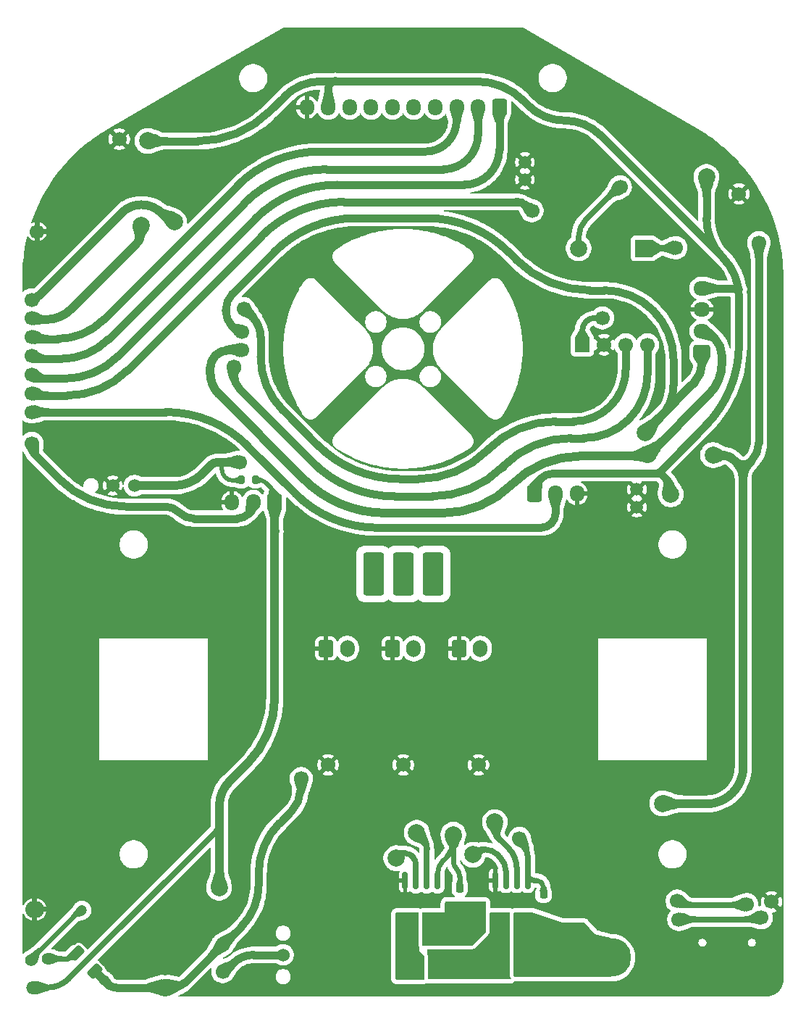
<source format=gbr>
%TF.GenerationSoftware,KiCad,Pcbnew,9.0.1*%
%TF.CreationDate,2025-07-10T18:56:07-03:00*%
%TF.ProjectId,main_MagicAlonso-rounded,6d61696e-5f4d-4616-9769-63416c6f6e73,rev?*%
%TF.SameCoordinates,PXb76920PY11322920*%
%TF.FileFunction,Copper,L2,Bot*%
%TF.FilePolarity,Positive*%
%FSLAX46Y46*%
G04 Gerber Fmt 4.6, Leading zero omitted, Abs format (unit mm)*
G04 Created by KiCad (PCBNEW 9.0.1) date 2025-07-10 18:56:07*
%MOMM*%
%LPD*%
G01*
G04 APERTURE LIST*
G04 Aperture macros list*
%AMRoundRect*
0 Rectangle with rounded corners*
0 $1 Rounding radius*
0 $2 $3 $4 $5 $6 $7 $8 $9 X,Y pos of 4 corners*
0 Add a 4 corners polygon primitive as box body*
4,1,4,$2,$3,$4,$5,$6,$7,$8,$9,$2,$3,0*
0 Add four circle primitives for the rounded corners*
1,1,$1+$1,$2,$3*
1,1,$1+$1,$4,$5*
1,1,$1+$1,$6,$7*
1,1,$1+$1,$8,$9*
0 Add four rect primitives between the rounded corners*
20,1,$1+$1,$2,$3,$4,$5,0*
20,1,$1+$1,$4,$5,$6,$7,0*
20,1,$1+$1,$6,$7,$8,$9,0*
20,1,$1+$1,$8,$9,$2,$3,0*%
G04 Aperture macros list end*
%TA.AperFunction,ComponentPad*%
%ADD10C,1.700000*%
%TD*%
%TA.AperFunction,ComponentPad*%
%ADD11C,1.500000*%
%TD*%
%TA.AperFunction,ComponentPad*%
%ADD12RoundRect,0.250001X0.949999X2.249999X-0.949999X2.249999X-0.949999X-2.249999X0.949999X-2.249999X0*%
%TD*%
%TA.AperFunction,ComponentPad*%
%ADD13R,1.700000X1.700000*%
%TD*%
%TA.AperFunction,ComponentPad*%
%ADD14RoundRect,0.800000X-1.200000X1.200000X-1.200000X-1.200000X1.200000X-1.200000X1.200000X1.200000X0*%
%TD*%
%TA.AperFunction,ComponentPad*%
%ADD15C,4.500000*%
%TD*%
%TA.AperFunction,ComponentPad*%
%ADD16RoundRect,0.250001X0.949999X0.949999X-0.949999X0.949999X-0.949999X-0.949999X0.949999X-0.949999X0*%
%TD*%
%TA.AperFunction,ComponentPad*%
%ADD17C,2.400000*%
%TD*%
%TA.AperFunction,ComponentPad*%
%ADD18C,1.524000*%
%TD*%
%TA.AperFunction,ComponentPad*%
%ADD19R,2.000000X2.000000*%
%TD*%
%TA.AperFunction,ComponentPad*%
%ADD20C,2.000000*%
%TD*%
%TA.AperFunction,ComponentPad*%
%ADD21O,2.200000X2.000000*%
%TD*%
%TA.AperFunction,ComponentPad*%
%ADD22O,2.000000X1.500000*%
%TD*%
%TA.AperFunction,ComponentPad*%
%ADD23RoundRect,0.250000X0.725000X-0.600000X0.725000X0.600000X-0.725000X0.600000X-0.725000X-0.600000X0*%
%TD*%
%TA.AperFunction,ComponentPad*%
%ADD24O,1.950000X1.700000*%
%TD*%
%TA.AperFunction,ComponentPad*%
%ADD25RoundRect,0.250000X0.600000X0.725000X-0.600000X0.725000X-0.600000X-0.725000X0.600000X-0.725000X0*%
%TD*%
%TA.AperFunction,ComponentPad*%
%ADD26O,1.700000X1.950000*%
%TD*%
%TA.AperFunction,ComponentPad*%
%ADD27RoundRect,0.250000X-0.600000X-0.750000X0.600000X-0.750000X0.600000X0.750000X-0.600000X0.750000X0*%
%TD*%
%TA.AperFunction,ComponentPad*%
%ADD28O,1.700000X2.000000*%
%TD*%
%TA.AperFunction,ComponentPad*%
%ADD29RoundRect,0.250000X-0.600000X-0.725000X0.600000X-0.725000X0.600000X0.725000X-0.600000X0.725000X0*%
%TD*%
%TA.AperFunction,SMDPad,CuDef*%
%ADD30RoundRect,0.225000X0.225000X0.250000X-0.225000X0.250000X-0.225000X-0.250000X0.225000X-0.250000X0*%
%TD*%
%TA.AperFunction,SMDPad,CuDef*%
%ADD31RoundRect,0.200000X-0.200000X-0.275000X0.200000X-0.275000X0.200000X0.275000X-0.200000X0.275000X0*%
%TD*%
%TA.AperFunction,SMDPad,CuDef*%
%ADD32RoundRect,0.150000X0.150000X-0.825000X0.150000X0.825000X-0.150000X0.825000X-0.150000X-0.825000X0*%
%TD*%
%TA.AperFunction,SMDPad,CuDef*%
%ADD33RoundRect,0.250000X0.662913X0.220971X0.220971X0.662913X-0.662913X-0.220971X-0.220971X-0.662913X0*%
%TD*%
%TA.AperFunction,ViaPad*%
%ADD34C,1.700000*%
%TD*%
%TA.AperFunction,ViaPad*%
%ADD35C,2.000000*%
%TD*%
%TA.AperFunction,ViaPad*%
%ADD36C,1.200000*%
%TD*%
%TA.AperFunction,ViaPad*%
%ADD37C,1.400000*%
%TD*%
%TA.AperFunction,Conductor*%
%ADD38C,0.700000*%
%TD*%
%TA.AperFunction,Conductor*%
%ADD39C,1.000000*%
%TD*%
%TA.AperFunction,Conductor*%
%ADD40C,0.900000*%
%TD*%
%TA.AperFunction,Conductor*%
%ADD41C,0.600000*%
%TD*%
%TA.AperFunction,Conductor*%
%ADD42C,0.500000*%
%TD*%
G04 APERTURE END LIST*
D10*
%TO.P,,*%
%TO.N,GND*%
X85705000Y77575000D03*
%TD*%
D11*
%TO.P,,*%
%TO.N,GND*%
X108720000Y147995000D03*
%TD*%
D12*
%TO.P,ESC_3,1*%
%TO.N,N/C*%
X98005000Y99900000D03*
%TO.P,ESC_3,2*%
X94505000Y99900000D03*
%TO.P,ESC_3,3*%
X91005000Y99900000D03*
%TD*%
D13*
%TO.P,J2,1,Pin_1*%
%TO.N,+3.3V*%
X115440000Y126650000D03*
D10*
%TO.P,J2,2,Pin_2*%
%TO.N,GND*%
X117980000Y126650000D03*
%TO.P,J2,3,Pin_3*%
%TO.N,/SCL*%
X120520000Y126650000D03*
%TO.P,J2,4,Pin_4*%
%TO.N,/SDA*%
X123060000Y126650000D03*
%TD*%
D14*
%TO.P,J1,N,N*%
%TO.N,GND*%
X118880000Y60050000D03*
D15*
%TO.P,J1,P,P*%
%TO.N,/VM*%
X118880000Y55050000D03*
%TD*%
D11*
%TO.P,,*%
%TO.N,GND*%
X121805000Y109750000D03*
%TD*%
D16*
%TO.P,J15,1,Pin_1*%
%TO.N,/ESC1&2_VM*%
X102420000Y53860000D03*
D17*
%TO.P,J15,2,Pin_2*%
X98920000Y53860000D03*
%TO.P,J15,3,Pin_3*%
%TO.N,/ESC3_VM*%
X95420000Y53860000D03*
%TO.P,J15,4,Pin_4*%
%TO.N,GND*%
X91920000Y53860000D03*
%TO.P,J15,5,Pin_5*%
X88420000Y53860000D03*
%TO.P,J15,6,Pin_6*%
X84920000Y53860000D03*
%TD*%
D18*
%TO.P,SW3,1,A*%
%TO.N,/BOOT*%
X63080000Y110200000D03*
%TO.P,SW3,2,B*%
%TO.N,GND*%
X60540000Y110200000D03*
%TD*%
D10*
%TO.P,,*%
%TO.N,GND*%
X133750000Y144270000D03*
%TD*%
%TO.P,,*%
%TO.N,GND*%
X137555000Y61575000D03*
%TD*%
D19*
%TO.P,BZ1,1,+*%
%TO.N,Net-(BZ1-+)*%
X122605000Y137925000D03*
D20*
%TO.P,BZ1,2,-*%
%TO.N,Net-(BZ1--)*%
X115005000Y137925000D03*
%TD*%
D21*
%TO.P,U6,1,IN*%
%TO.N,/Vb*%
X66650000Y51555000D03*
%TO.P,U6,2,GND*%
%TO.N,GND*%
X51410000Y60695000D03*
D22*
%TO.P,U6,3,OUT*%
%TO.N,+3.3V*%
X51410000Y51555000D03*
%TD*%
D10*
%TO.P,,*%
%TO.N,GND*%
X51680000Y139875000D03*
%TD*%
%TO.P,,*%
%TO.N,GND*%
X94505000Y77575000D03*
%TD*%
%TO.P,,*%
%TO.N,GND*%
X103305000Y77575000D03*
%TD*%
D23*
%TO.P,J14,1,Pin_1*%
%TO.N,/RX*%
X129435000Y125750000D03*
D24*
%TO.P,J14,2,Pin_2*%
%TO.N,/TX*%
X129435000Y128250000D03*
%TO.P,J14,3,Pin_3*%
%TO.N,GND*%
X129435000Y130750000D03*
%TO.P,J14,4,Pin_4*%
%TO.N,+3.3V*%
X129435000Y133250000D03*
%TD*%
D25*
%TO.P,J9,1,Pin_1*%
%TO.N,/Data_2aux*%
X105740000Y154430000D03*
D26*
%TO.P,J9,2,Pin_2*%
%TO.N,/Data_1aux*%
X103240000Y154430000D03*
%TO.P,J9,3,Pin_3*%
%TO.N,/Data_SIG*%
X100740000Y154430000D03*
%TO.P,J9,4,Pin_4*%
%TO.N,/Data_S3*%
X98240000Y154430000D03*
%TO.P,J9,5,Pin_5*%
%TO.N,/Data_S2*%
X95740000Y154430000D03*
%TO.P,J9,6,Pin_6*%
%TO.N,/Data_S1*%
X93240000Y154430000D03*
%TO.P,J9,7,Pin_7*%
%TO.N,/Data_S0*%
X90740000Y154430000D03*
%TO.P,J9,8,Pin_8*%
%TO.N,/Data_EN*%
X88240000Y154430000D03*
%TO.P,J9,9,Pin_9*%
%TO.N,+3.3V*%
X85740000Y154430000D03*
%TO.P,J9,10,Pin_10*%
%TO.N,GND*%
X83240000Y154430000D03*
%TD*%
D10*
%TO.P,,*%
%TO.N,GND*%
X61305000Y150675000D03*
%TD*%
D27*
%TO.P,J11,1,Pin_1*%
%TO.N,GND*%
X93237500Y91165000D03*
D28*
%TO.P,J11,2,Pin_2*%
%TO.N,/ESC_2*%
X95737500Y91165000D03*
%TD*%
D11*
%TO.P,,*%
%TO.N,GND*%
X121805000Y107675000D03*
%TD*%
D25*
%TO.P,J4,1,Pin_1*%
%TO.N,+3.3V*%
X79480000Y108225000D03*
D26*
%TO.P,J4,2,Pin_2*%
%TO.N,/Enc1*%
X76980000Y108225000D03*
%TO.P,J4,3,Pin_3*%
%TO.N,GND*%
X74480000Y108225000D03*
%TD*%
D18*
%TO.P,SW1,2,B*%
%TO.N,Net-(D1-A)*%
X80455000Y55380000D03*
%TD*%
D27*
%TO.P,J12,1,Pin_1*%
%TO.N,GND*%
X101005000Y91165000D03*
D28*
%TO.P,J12,2,Pin_2*%
%TO.N,/ESC_3*%
X103505000Y91165000D03*
%TD*%
D27*
%TO.P,J10,1,Pin_1*%
%TO.N,GND*%
X85470000Y91165000D03*
D28*
%TO.P,J10,2,Pin_2*%
%TO.N,/ESC_1*%
X87970000Y91165000D03*
%TD*%
D29*
%TO.P,J5,1,Pin_1*%
%TO.N,+3.3V*%
X109805000Y109275000D03*
D26*
%TO.P,J5,2,Pin_2*%
%TO.N,/Enc2*%
X112305000Y109275000D03*
%TO.P,J5,3,Pin_3*%
%TO.N,GND*%
X114805000Y109275000D03*
%TD*%
D11*
%TO.P,,*%
%TO.N,GND*%
X108720000Y145920000D03*
%TD*%
D30*
%TO.P,C6,1*%
%TO.N,GND*%
X102665000Y63160000D03*
%TO.P,C6,2*%
%TO.N,+3.3V*%
X101115000Y63160000D03*
%TD*%
%TO.P,C5,1*%
%TO.N,GND*%
X112455000Y62450000D03*
%TO.P,C5,2*%
%TO.N,+3.3V*%
X110905000Y62450000D03*
%TD*%
D31*
%TO.P,R3,1*%
%TO.N,/BOOT*%
X75555000Y110850000D03*
%TO.P,R3,2*%
%TO.N,+3.3V*%
X77205000Y110850000D03*
%TD*%
D32*
%TO.P,U3,1,IP+*%
%TO.N,/VM*%
X98535000Y59090000D03*
%TO.P,U3,2,IP+*%
X97265000Y59090000D03*
%TO.P,U3,3,IP-*%
%TO.N,/ESC3_VM*%
X95995000Y59090000D03*
%TO.P,U3,4,IP-*%
X94725000Y59090000D03*
%TO.P,U3,5,GND*%
%TO.N,GND*%
X94725000Y64040000D03*
%TO.P,U3,6,FILTER*%
%TO.N,Net-(U3-FILTER)*%
X95995000Y64040000D03*
%TO.P,U3,7,VIOUT*%
%TO.N,/CurrESC2*%
X97265000Y64040000D03*
%TO.P,U3,8,VCC*%
%TO.N,+3.3V*%
X98535000Y64040000D03*
%TD*%
D33*
%TO.P,REF\u002A\u002A,1*%
%TO.N,/Vb*%
X58414143Y53515857D03*
%TO.P,REF\u002A\u002A,2*%
X56345857Y55584143D03*
%TD*%
D32*
%TO.P,U2,1,IP+*%
%TO.N,/VM*%
X109045000Y59130000D03*
%TO.P,U2,2,IP+*%
X107775000Y59130000D03*
%TO.P,U2,3,IP-*%
%TO.N,/ESC1&2_VM*%
X106505000Y59130000D03*
%TO.P,U2,4,IP-*%
X105235000Y59130000D03*
%TO.P,U2,5,GND*%
%TO.N,GND*%
X105235000Y64080000D03*
%TO.P,U2,6,FILTER*%
%TO.N,Net-(U2-FILTER)*%
X106505000Y64080000D03*
%TO.P,U2,7,VIOUT*%
%TO.N,/CurrESC1&2*%
X107775000Y64080000D03*
%TO.P,U2,8,VCC*%
%TO.N,+3.3V*%
X109045000Y64080000D03*
%TD*%
D34*
%TO.N,Net-(BZ1--)*%
X119880000Y145110000D03*
%TO.N,Net-(BZ1-+)*%
X126380000Y138000000D03*
D35*
%TO.N,/Vb*%
X130730000Y113775000D03*
D34*
X82580000Y75990000D03*
D36*
X59587500Y52360000D03*
D35*
X124790000Y73080000D03*
D34*
X73418750Y56611250D03*
D37*
X52960000Y54930000D03*
D34*
X136080000Y138600000D03*
D37*
%TO.N,GND*%
X120750000Y63540000D03*
X115320000Y60470000D03*
D34*
X87110000Y64260000D03*
D37*
X113760000Y51400000D03*
X121960000Y62650000D03*
X115260000Y51400000D03*
X118260000Y51400000D03*
X119110000Y63760000D03*
X116760000Y51400000D03*
X114680000Y63300000D03*
D34*
X91530000Y64275000D03*
D37*
X116260000Y63150000D03*
D36*
X59787500Y54700000D03*
D37*
X119760000Y51400000D03*
D34*
X82755000Y68425000D03*
X84955000Y66325000D03*
D37*
X115550000Y61900000D03*
D34*
X80535000Y66310000D03*
D37*
X115630000Y64500000D03*
D34*
X75310000Y66880000D03*
X87155000Y68425000D03*
X89330000Y66325000D03*
D37*
X117640000Y63790000D03*
D34*
X89355000Y66325000D03*
D37*
X113880000Y64600000D03*
D34*
X91530000Y68425000D03*
%TO.N,+3.3V*%
X108105000Y68975000D03*
D35*
X125780000Y109175000D03*
X129955000Y146275000D03*
X100355000Y69425000D03*
D34*
X117805000Y129800000D03*
D35*
X64600000Y150480000D03*
X72980000Y63225000D03*
D34*
%TO.N,/EN*%
X51055000Y131925000D03*
D35*
X67730000Y141000000D03*
D34*
%TO.N,/BOOT*%
X75380000Y112950000D03*
D35*
%TO.N,Net-(U2-FILTER)*%
X102630000Y67075000D03*
%TO.N,Net-(U3-FILTER)*%
X93680000Y66675000D03*
D37*
%TO.N,/VM*%
X115280000Y53550000D03*
X100310000Y60950000D03*
X100310000Y59390000D03*
X101880000Y60950000D03*
X115280000Y58450000D03*
X103480000Y59390000D03*
X115280000Y55183333D03*
X103480000Y60950000D03*
X101880000Y59390000D03*
X113880000Y58450000D03*
X115280000Y56816667D03*
X113880000Y56816667D03*
D34*
%TO.N,Net-(D1-A)*%
X73405000Y53425000D03*
%TO.N,/CH340C/VMusC*%
X126705000Y59525000D03*
X136380000Y59725000D03*
%TO.N,/SCL*%
X75855000Y130875000D03*
%TO.N,/SDA*%
X74730000Y124120000D03*
%TO.N,/Enc1*%
X51080000Y115150000D03*
%TO.N,/Enc2*%
X51055000Y118800000D03*
%TO.N,/Data_1aux*%
X51055000Y125362500D03*
%TO.N,/Data_SIG*%
X51055000Y127550000D03*
%TO.N,/Data_2aux*%
X51055000Y123175000D03*
%TO.N,/CH340C/CC2*%
X134680000Y61250000D03*
X126530000Y61675000D03*
D35*
%TO.N,/TX*%
X123130000Y113850000D03*
D34*
X75620000Y126020000D03*
D35*
%TO.N,/RX*%
X122820000Y116410000D03*
D34*
X75605000Y128175000D03*
%TO.N,/BUZ*%
X51055000Y120987500D03*
X109550000Y142330000D03*
%TO.N,/BUTTON*%
X51055000Y129737500D03*
D35*
X63855000Y140575000D03*
D36*
%TO.N,/StepDown_2315/VCC_SW*%
X56950000Y60600000D03*
D37*
X51020000Y54750000D03*
D35*
%TO.N,/CurrESC1&2*%
X105205000Y70900000D03*
%TO.N,/CurrESC2*%
X96080000Y69650000D03*
%TD*%
D38*
%TO.N,Net-(BZ1--)*%
X115897722Y141342723D02*
X119588986Y145033987D01*
X119772500Y145110000D02*
X119880000Y145110000D01*
X115005000Y139187500D02*
X115005000Y137925000D01*
X119772500Y145110000D02*
G75*
G03*
X119588992Y145033981I0J-259500D01*
G01*
X115897722Y141342723D02*
G75*
G03*
X115004986Y139187500I2155178J-2155223D01*
G01*
%TO.N,Net-(BZ1-+)*%
X126342500Y137962500D02*
X126380000Y138000000D01*
X126251966Y137925000D02*
X122605000Y137925000D01*
X126342500Y137962500D02*
G75*
G02*
X126251966Y137925014I-90500J90500D01*
G01*
D39*
%TO.N,/Vb*%
X133430000Y112950000D02*
X133267912Y113112088D01*
X129910413Y73010000D02*
X124909497Y73010000D01*
D40*
X82520000Y75930000D02*
X82580000Y75990000D01*
D39*
X59578750Y52360000D02*
X59587500Y52360000D01*
D40*
X81517780Y72262781D02*
X80032500Y70777500D01*
D41*
X52960000Y54930000D02*
X55229165Y54930000D01*
D39*
X131667500Y113775000D02*
X130730000Y113775000D01*
D40*
X67506250Y51555000D02*
X65793750Y51555000D01*
D41*
X56018785Y55257072D02*
X56345857Y55584143D01*
D40*
X73550721Y56645722D02*
X75560625Y58655625D01*
D38*
X73467500Y56611250D02*
X73418750Y56611250D01*
D40*
X136080000Y138600000D02*
X136080000Y115240470D01*
X82460000Y75785148D02*
X82460000Y74537500D01*
D39*
X134255000Y110958274D02*
X134255000Y77354587D01*
X59587500Y52360000D02*
X59587500Y52430000D01*
X124790000Y73080000D02*
X124825000Y73045000D01*
D40*
X135080000Y112950000D02*
X135167500Y113037500D01*
X59563812Y52366188D02*
X58414143Y53515857D01*
X59990000Y51957500D02*
X59587500Y52360000D01*
X60961720Y51555000D02*
X65793750Y51555000D01*
X77605000Y64916997D02*
X77605000Y63591183D01*
X73418750Y56611250D02*
X68967960Y52160461D01*
X73550721Y56645722D02*
G75*
G02*
X73467500Y56611238I-83221J83178D01*
G01*
D41*
X56018785Y55257072D02*
G75*
G02*
X55229165Y54930028I-789585J789628D01*
G01*
D39*
X124825000Y73045000D02*
G75*
G03*
X124909497Y73009999I84500J84500D01*
G01*
X134255000Y77354587D02*
G75*
G02*
X132982496Y74282504I-4344600J13D01*
G01*
X133267912Y113112088D02*
G75*
G03*
X131667500Y113775007I-1600412J-1600388D01*
G01*
D40*
X82460000Y74537500D02*
G75*
G02*
X81517772Y72262789I-3216900J0D01*
G01*
D39*
X133430000Y112950000D02*
G75*
G03*
X135080000Y112950000I825000J825001D01*
G01*
D40*
X135080000Y112950000D02*
G75*
G03*
X134255011Y110958274I1991700J-1991700D01*
G01*
X80032500Y70777500D02*
G75*
G03*
X77605001Y64916997I5860500J-5860500D01*
G01*
X77605000Y63591183D02*
G75*
G02*
X75560610Y58655640I-6979900J17D01*
G01*
X136080000Y115240470D02*
G75*
G02*
X135167491Y113037509I-3115500J30D01*
G01*
X82520000Y75930000D02*
G75*
G03*
X82460022Y75785148I144800J-144800D01*
G01*
X68967960Y52160461D02*
G75*
G02*
X67506250Y51554974I-1461760J1461739D01*
G01*
X59990000Y51957500D02*
G75*
G03*
X60961720Y51555009I971700J971700D01*
G01*
X59563812Y52366188D02*
G75*
G03*
X59578750Y52359957I14988J14912D01*
G01*
D39*
X134255000Y110958274D02*
G75*
G03*
X133430008Y112950008I-2816700J26D01*
G01*
X132982500Y74282500D02*
G75*
G02*
X129910413Y73009995I-3072100J3072100D01*
G01*
D41*
%TO.N,+3.3V*%
X98535000Y64910000D02*
X98535000Y64040000D01*
D39*
X79505000Y104875000D02*
X79480000Y104850000D01*
D42*
X77667500Y110850000D02*
X77520000Y110850000D01*
D40*
X129770515Y117110516D02*
X126002500Y113342500D01*
D39*
X76242499Y77682501D02*
X74143441Y75583442D01*
D41*
X100355000Y66330331D02*
X100355000Y69425000D01*
D40*
X126002500Y113342500D02*
X124857500Y112197500D01*
D41*
X101100606Y63160000D02*
X101115000Y63160000D01*
D38*
X116916647Y129800000D02*
X117805000Y129800000D01*
D39*
X73005000Y71737500D02*
X73005000Y70712500D01*
D40*
X103068522Y157430000D02*
X88215000Y157430000D01*
X125329219Y110900781D02*
X124718137Y111511863D01*
X85740000Y156605000D02*
X85740000Y154430000D01*
X78894999Y153940001D02*
X80615465Y155660466D01*
D38*
X115440000Y128323353D02*
X115440000Y126650000D01*
D41*
X110905000Y63260589D02*
X110905000Y62450000D01*
D40*
X88215000Y157430000D02*
X86565000Y157430000D01*
D42*
X79480000Y108862500D02*
X79480000Y108225000D01*
D40*
X125780000Y109812500D02*
X125780000Y109175000D01*
D38*
X108105000Y68725000D02*
X108105000Y68975000D01*
D40*
X112109594Y111625000D02*
X124125000Y111625000D01*
D38*
X100355000Y68512500D02*
X100355000Y69425000D01*
X108281776Y68298224D02*
X108575000Y68005000D01*
D42*
X77520000Y110850000D02*
X77827928Y110850000D01*
D40*
X131855000Y136850000D02*
X117603928Y151101072D01*
X110158553Y110628554D02*
X110480000Y110950000D01*
X129955000Y146275000D02*
X129955000Y141437006D01*
X109805000Y109775000D02*
X109805000Y109398744D01*
X133755000Y132262995D02*
X133755000Y126729913D01*
D42*
X78457036Y110522964D02*
X79029219Y109950781D01*
D41*
X109735000Y64080000D02*
X110085588Y64080000D01*
D38*
X109045000Y64770000D02*
X109045000Y66870320D01*
D40*
X109111071Y154618929D02*
X108585000Y155145000D01*
D38*
X52885000Y51555000D02*
X51410000Y51555000D01*
D39*
X79480000Y85498517D02*
X79480000Y108225000D01*
D40*
X64615000Y150465000D02*
X64600000Y150480000D01*
X129955000Y146275000D02*
X130425000Y146275000D01*
X133705000Y133175000D02*
X133755000Y133125000D01*
D41*
X99150182Y66395184D02*
X99709765Y66954766D01*
D40*
X70469394Y150450000D02*
X64651213Y150450000D01*
D38*
X55402982Y52597983D02*
X72642607Y69837608D01*
D40*
X84887500Y157430000D02*
X86565000Y157430000D01*
D38*
X109892500Y109362500D02*
X109980000Y109450000D01*
D40*
X133584289Y133225000D02*
X129430000Y133225000D01*
X132950000Y133220000D02*
X132945000Y133225000D01*
X86565000Y157430000D02*
X88215000Y157430000D01*
D41*
X101105000Y64519670D02*
X101105000Y63185607D01*
D39*
X73005000Y72835000D02*
X73005000Y71737500D01*
X73005000Y63267678D02*
X73005000Y70712500D01*
X72992500Y63237500D02*
X72980000Y63225000D01*
X73005000Y70712500D02*
X73005000Y71737500D01*
D40*
X124398137Y111738138D02*
X124857500Y112197500D01*
X124445000Y111625000D02*
X124125000Y111625000D01*
D42*
X77840000Y110855000D02*
X77845000Y110860000D01*
X79029219Y109950781D02*
G75*
G02*
X79479989Y108862500I-1088319J-1088281D01*
G01*
D39*
X86565000Y157430000D02*
X86565000Y157430000D01*
D40*
X78894999Y153940001D02*
G75*
G02*
X70469394Y150450004I-8425599J8425599D01*
G01*
D39*
X73005000Y63267678D02*
G75*
G02*
X72992493Y63237507I-42700J22D01*
G01*
D38*
X100355000Y68512500D02*
G75*
G02*
X99709772Y66954759I-2203000J0D01*
G01*
D40*
X117603928Y151101072D02*
G75*
G03*
X113357500Y152859987I-4246428J-4246472D01*
G01*
D38*
X55402982Y52597983D02*
G75*
G02*
X52885000Y51555011I-2517982J2518017D01*
G01*
D40*
X133755000Y132262995D02*
G75*
G03*
X131855002Y136850002I-6487000J5D01*
G01*
X131855000Y136850000D02*
G75*
G02*
X133754998Y132262995I-4587000J-4587000D01*
G01*
X124125000Y111625000D02*
G75*
G03*
X124398143Y111738132I0J386300D01*
G01*
X125329219Y110900781D02*
G75*
G02*
X125779989Y109812500I-1088319J-1088281D01*
G01*
D38*
X116916647Y129800000D02*
G75*
G03*
X115872486Y129367514I-47J-1476600D01*
G01*
D40*
X133705000Y133175000D02*
G75*
G03*
X133584289Y133224996I-120700J-120700D01*
G01*
D41*
X101105000Y63185607D02*
G75*
G02*
X101097502Y63167498I-25600J-7D01*
G01*
D39*
X79480000Y85498517D02*
G75*
G02*
X76242501Y77682499I-11053530J3D01*
G01*
D40*
X110158553Y110628554D02*
G75*
G03*
X109804997Y109775000I853547J-853554D01*
G01*
D42*
X77840000Y110855000D02*
G75*
G02*
X77827928Y110849988I-12100J12100D01*
G01*
D40*
X112109594Y111625000D02*
G75*
G03*
X110480002Y110949998I6J-2304600D01*
G01*
D41*
X101097500Y63167500D02*
G75*
G03*
X101100606Y63160016I3100J-3100D01*
G01*
D42*
X78457036Y110522964D02*
G75*
G03*
X77667500Y110849992I-789536J-789564D01*
G01*
D38*
X73005000Y70712500D02*
X73005000Y70712500D01*
D39*
X74143441Y75583442D02*
G75*
G03*
X73005004Y72835000I2748459J-2748442D01*
G01*
D41*
X100730000Y65425000D02*
G75*
G02*
X101104988Y64519670I-905300J-905300D01*
G01*
D40*
X108585000Y155145000D02*
G75*
G03*
X103068522Y157430009I-5516500J-5516500D01*
G01*
X131855000Y136850000D02*
X131855000Y136850000D01*
D41*
X100355000Y66330331D02*
G75*
G03*
X100729991Y65424991I1280300J-31D01*
G01*
D38*
X108575000Y68005000D02*
G75*
G02*
X109045008Y66870320I-1134700J-1134700D01*
G01*
D40*
X64615000Y150465000D02*
G75*
G03*
X64651213Y150450005I36200J36200D01*
G01*
D41*
X99150182Y66395184D02*
G75*
G03*
X98535009Y64910000I1485218J-1485184D01*
G01*
X110665000Y63840000D02*
G75*
G02*
X110904995Y63260589I-579400J-579400D01*
G01*
D40*
X109111071Y154618929D02*
G75*
G03*
X113357500Y152860013I4246429J4246471D01*
G01*
X109805000Y109398744D02*
G75*
G03*
X109892575Y109362425I51300J-44D01*
G01*
D38*
X115872500Y129367500D02*
G75*
G03*
X115440020Y128323353I1044100J-1044100D01*
G01*
X109045000Y64770000D02*
G75*
G03*
X109735000Y64080000I690000J0D01*
G01*
D40*
X86565000Y157430000D02*
G75*
G03*
X85740000Y156605000I0J-825000D01*
G01*
D41*
X110665000Y63840000D02*
G75*
G03*
X110085588Y64079995I-579400J-579400D01*
G01*
D38*
X108105000Y68725000D02*
G75*
G03*
X108281787Y68298235I603500J0D01*
G01*
D40*
X84887500Y157430000D02*
G75*
G03*
X80615459Y155660472I0J-6041600D01*
G01*
X129955000Y141437006D02*
G75*
G03*
X131854998Y136849998I6487000J-6D01*
G01*
D42*
X77520000Y110850000D02*
X77520000Y110850000D01*
D40*
X124718137Y111511863D02*
G75*
G03*
X124445000Y111624992I-273137J-273163D01*
G01*
D38*
X73005000Y70712500D02*
G75*
G02*
X72642611Y69837604I-1237300J0D01*
G01*
D40*
X133755000Y126729913D02*
G75*
G02*
X129770525Y117110506I-13603900J-13D01*
G01*
X124398137Y111738138D02*
G75*
G03*
X124445000Y111625043I46863J-46838D01*
G01*
D39*
%TO.N,/EN*%
X66218432Y142061568D02*
X67120900Y141159100D01*
X51897677Y132392678D02*
X61566567Y142061568D01*
X67505000Y141000000D02*
X67730000Y141000000D01*
X51812322Y132357323D02*
X51380000Y131925000D01*
X63892500Y143025000D02*
G75*
G03*
X61566560Y142061575I0J-3289400D01*
G01*
X66218432Y142061568D02*
G75*
G03*
X63892500Y143024990I-2325932J-2325968D01*
G01*
X67120900Y141159100D02*
G75*
G03*
X67505000Y141000001I384100J384100D01*
G01*
X51897677Y132392678D02*
G75*
G02*
X51855000Y132375014I-42677J42722D01*
G01*
X51855000Y132375000D02*
G75*
G03*
X51812313Y132357332I0J-60400D01*
G01*
%TO.N,/BOOT*%
X72842500Y112950000D02*
X73767500Y112950000D01*
X75380000Y112950000D02*
X73767500Y112950000D01*
D42*
X75530000Y110825000D02*
X75555000Y110850000D01*
X74585330Y110800000D02*
X75469644Y110800000D01*
X73305000Y112080331D02*
X73305000Y112487500D01*
D39*
X72052963Y112622964D02*
X71005000Y111575000D01*
X67685456Y110200000D02*
X63080000Y110200000D01*
D42*
X73305000Y112080331D02*
G75*
G03*
X73679991Y111174991I1280300J-31D01*
G01*
X75530000Y110825000D02*
G75*
G02*
X75469644Y110799982I-60400J60400D01*
G01*
D39*
X71005000Y111575000D02*
G75*
G02*
X67685456Y110200018I-3319500J3319500D01*
G01*
D42*
X73680000Y111175000D02*
G75*
G03*
X74585330Y110800012I905300J905300D01*
G01*
D39*
X72842500Y112950000D02*
G75*
G03*
X72052958Y112622969I0J-1116600D01*
G01*
D38*
%TO.N,Net-(U2-FILTER)*%
X105790822Y66814178D02*
X105522505Y67082495D01*
X106505000Y65090000D02*
X106505000Y64080000D01*
X103662799Y67680000D02*
X104080000Y67680000D01*
X102630000Y67075000D02*
X102932500Y67377500D01*
X105790822Y66814178D02*
G75*
G02*
X106504987Y65090000I-1724222J-1724178D01*
G01*
X103662799Y67680000D02*
G75*
G03*
X102932500Y67377500I1J-1032800D01*
G01*
X105522505Y67082495D02*
G75*
G03*
X104080000Y67680003I-1442505J-1442495D01*
G01*
%TO.N,Net-(U3-FILTER)*%
X95995000Y65858708D02*
X95995000Y64040000D01*
X94717500Y67250000D02*
X94661586Y67250000D01*
X95507036Y66922964D02*
X95587500Y66842500D01*
X93967500Y66962500D02*
X93680000Y66675000D01*
X94661586Y67250000D02*
G75*
G03*
X93967504Y66962496I14J-981600D01*
G01*
X95587500Y66842500D02*
G75*
G02*
X95995003Y65858708I-983800J-983800D01*
G01*
X95507036Y66922964D02*
G75*
G03*
X94717500Y67249992I-789536J-789564D01*
G01*
D40*
%TO.N,Net-(D1-A)*%
X74632499Y54402501D02*
X73743388Y53513389D01*
X76992393Y55380000D02*
X80455000Y55380000D01*
X73530000Y53425000D02*
X73405000Y53425000D01*
X73743388Y53513389D02*
G75*
G02*
X73530000Y53425008I-213388J213411D01*
G01*
X76992393Y55380000D02*
G75*
G03*
X74632502Y54402498I7J-3337400D01*
G01*
D38*
%TO.N,/CH340C/VMusC*%
X126705000Y59525000D02*
X136038578Y59525000D01*
X136280000Y59625000D02*
X136380000Y59725000D01*
X136280000Y59625000D02*
G75*
G02*
X136038578Y59525009I-241400J241400D01*
G01*
D40*
%TO.N,/SCL*%
X114391486Y117700000D02*
X112317500Y117700000D01*
X80421546Y119008454D02*
X84470515Y114959485D01*
X104443469Y114438470D02*
X104342500Y114337500D01*
X96224706Y110975000D02*
X94089912Y110975000D01*
X120520000Y123828514D02*
X120520000Y126650000D01*
X77830000Y125265000D02*
X77830000Y127554678D01*
X75895606Y130864394D02*
X76857500Y129902500D01*
X75870000Y130875000D02*
X75855000Y130875000D01*
X112317500Y117700000D02*
G75*
G03*
X104443461Y114438478I0J-11135600D01*
G01*
X104342500Y114337500D02*
G75*
G02*
X96224706Y110974997I-8117800J8117800D01*
G01*
X84470515Y114959485D02*
G75*
G03*
X94089912Y110975014I9619385J9619415D01*
G01*
X75895606Y130864394D02*
G75*
G03*
X75870000Y130875004I-25606J-25594D01*
G01*
X76857500Y129902500D02*
G75*
G02*
X77829991Y127554678I-2347800J-2347800D01*
G01*
X77830000Y125265000D02*
G75*
G03*
X80421544Y119008452I8848100J0D01*
G01*
X120520000Y123828514D02*
G75*
G02*
X118725004Y119494996I-6128500J-14D01*
G01*
X118725000Y119495000D02*
G75*
G02*
X114391486Y117700006I-4333500J4333500D01*
G01*
%TO.N,/SDA*%
X123060000Y123227128D02*
X123060000Y126650000D01*
X106079999Y112350001D02*
X106227308Y112497309D01*
X114080000Y115750000D02*
X115582872Y115750000D01*
X74730000Y123110000D02*
X74730000Y124120000D01*
X75444177Y121385823D02*
X83895515Y112934485D01*
X93514912Y108950000D02*
X97871673Y108950000D01*
X120870000Y117940000D02*
G75*
G02*
X115582872Y115750011I-5287100J5287100D01*
G01*
X114080000Y115750000D02*
G75*
G03*
X106227305Y112497312I0J-11105400D01*
G01*
X83895515Y112934485D02*
G75*
G03*
X93514912Y108950014I9619385J9619415D01*
G01*
X106079999Y112350001D02*
G75*
G02*
X97871673Y108950012I-8208299J8208299D01*
G01*
X123060000Y123227128D02*
G75*
G02*
X120870008Y117939992I-7477100J-28D01*
G01*
X74730000Y123110000D02*
G75*
G03*
X75444189Y121385835I2438300J0D01*
G01*
%TO.N,/Enc1*%
X54292500Y110962500D02*
X51424714Y113830286D01*
X75059504Y106350000D02*
X70019949Y106350000D01*
X76980000Y107850000D02*
X76980000Y108225000D01*
X51080000Y115150000D02*
X51080000Y114662500D01*
X76714834Y107209835D02*
X76417500Y106912500D01*
X66640050Y107750000D02*
X62048161Y107750000D01*
X76417500Y106912500D02*
G75*
G02*
X75059504Y106349998I-1358000J1358000D01*
G01*
X76980000Y107850000D02*
G75*
G02*
X76714828Y107209841I-905300J0D01*
G01*
X54292500Y110962500D02*
G75*
G03*
X62048161Y107749984I7755700J7755700D01*
G01*
X68330000Y107050000D02*
G75*
G03*
X70019949Y106349979I1690000J1690000D01*
G01*
X68330000Y107050000D02*
G75*
G03*
X66640050Y107750021I-1690000J-1690000D01*
G01*
X51080000Y114662500D02*
G75*
G03*
X51424720Y113830292I1176900J0D01*
G01*
%TO.N,/Enc2*%
X81890515Y109259485D02*
X76334484Y114815516D01*
X51055000Y118800000D02*
X66715087Y118800000D01*
X110597893Y105275000D02*
X91509912Y105275000D01*
X112305000Y106982107D02*
X112305000Y109275000D01*
X112305000Y106982107D02*
G75*
G02*
X111805002Y105774998I-1707100J-7D01*
G01*
X76334484Y114815516D02*
G75*
G03*
X66715087Y118799986I-9619384J-9619416D01*
G01*
X111805000Y105775000D02*
G75*
G02*
X110597893Y105275003I-1207100J1207100D01*
G01*
X81890515Y109259485D02*
G75*
G03*
X91509912Y105275014I9619385J9619415D01*
G01*
%TO.N,/Data_1aux*%
X54483125Y125006250D02*
X51230000Y125006250D01*
X75895515Y143165516D02*
X60036556Y127306557D01*
X99168550Y147150000D02*
X85514912Y147150000D01*
X103240000Y151221450D02*
X103240000Y154430000D01*
X102047500Y148342500D02*
G75*
G02*
X99168550Y147149979I-2879000J2879000D01*
G01*
X60036556Y127306557D02*
G75*
G02*
X54483125Y125006236I-5553456J5553443D01*
G01*
X103240000Y151221450D02*
G75*
G02*
X102047485Y148342515I-4071500J50D01*
G01*
X85514912Y147150000D02*
G75*
G03*
X75895506Y143165525I-12J-13603900D01*
G01*
%TO.N,/Data_SIG*%
X59448547Y129568548D02*
X75120515Y145240516D01*
X100740000Y152869673D02*
X100740000Y154430000D01*
X54092500Y127350000D02*
X50955000Y127350000D01*
X97095327Y149225000D02*
X84739912Y149225000D01*
X99672500Y150292500D02*
G75*
G02*
X97095327Y149224989I-2577200J2577200D01*
G01*
X100740000Y152869673D02*
G75*
G02*
X99672492Y150292508I-3644700J27D01*
G01*
X84739912Y149225000D02*
G75*
G03*
X75120506Y145240525I-12J-13603900D01*
G01*
X59448547Y129568548D02*
G75*
G02*
X54092500Y127350002I-5356047J5356052D01*
G01*
%TO.N,/Data_2aux*%
X54880000Y122700000D02*
X51230000Y122700000D01*
X61110939Y125280940D02*
X77195515Y141365516D01*
X105740000Y149464128D02*
X105740000Y154430000D01*
X101625872Y145350000D02*
X86814912Y145350000D01*
X104535000Y146555000D02*
G75*
G02*
X101625872Y145350011I-2909100J2909100D01*
G01*
X61110939Y125280940D02*
G75*
G02*
X54880000Y122700007I-6230939J6230960D01*
G01*
X105740000Y149464128D02*
G75*
G02*
X104535008Y146554992I-4114100J-28D01*
G01*
X86814912Y145350000D02*
G75*
G03*
X77195506Y141365525I-12J-13603900D01*
G01*
D38*
%TO.N,/CH340C/CC2*%
X126630000Y61300000D02*
X126627227Y61302773D01*
X134655000Y61225000D02*
X134680000Y61250000D01*
X126530000Y61675000D02*
X126530000Y61537500D01*
X134594644Y61200000D02*
X126871421Y61200000D01*
X126630000Y61300000D02*
G75*
G03*
X126871421Y61200009I241400J241400D01*
G01*
X134655000Y61225000D02*
G75*
G02*
X134594644Y61199982I-60400J60400D01*
G01*
X126530000Y61537500D02*
G75*
G03*
X126627218Y61302764I332000J0D01*
G01*
D39*
%TO.N,/TX*%
X130270075Y120890076D02*
X123265355Y113885356D01*
X130308041Y128021959D02*
X130917500Y127412500D01*
X123030000Y113750000D02*
X123130000Y113850000D01*
X123130000Y113850000D02*
X123180000Y113850000D01*
X129757500Y128250000D02*
X129435000Y128250000D01*
X131755000Y125390597D02*
X131755000Y124475000D01*
X122788578Y113650000D02*
X115207260Y113650000D01*
X72968840Y120861160D02*
X82845515Y110984485D01*
X92464912Y107000000D02*
X99152739Y107000000D01*
X71940000Y123937330D02*
X71940000Y123345000D01*
X75620000Y126020000D02*
X74022670Y126020000D01*
X131755000Y124475000D02*
G75*
G02*
X130270086Y120890065I-5069900J0D01*
G01*
X72550000Y125410000D02*
G75*
G03*
X71939988Y123937330I1472700J-1472700D01*
G01*
X71940000Y123345000D02*
G75*
G03*
X72968836Y120861156I3512700J0D01*
G01*
X82845515Y110984485D02*
G75*
G03*
X92464912Y107000014I9619385J9619415D01*
G01*
X123030000Y113750000D02*
G75*
G02*
X122788578Y113650009I-241400J241400D01*
G01*
X115207260Y113650000D02*
G75*
G03*
X107180012Y110324988I40J-11352300D01*
G01*
X130917500Y127412500D02*
G75*
G02*
X131754998Y125390597I-2021900J-2021900D01*
G01*
X130308041Y128021959D02*
G75*
G03*
X129757500Y128249995I-550541J-550559D01*
G01*
X74022670Y126020000D02*
G75*
G03*
X72550009Y125409991I30J-2082700D01*
G01*
X123265355Y113885356D02*
G75*
G02*
X123180000Y113849998I-85355J85344D01*
G01*
X107180000Y110325000D02*
G75*
G02*
X99152739Y106999983I-8027300J8027300D01*
G01*
%TO.N,/RX*%
X122780000Y116487500D02*
X122780000Y116478285D01*
D40*
X107717949Y136587051D02*
X106839484Y137465516D01*
X75605000Y128175000D02*
X75392500Y128175000D01*
X74467500Y128887500D02*
X75029739Y128325261D01*
D39*
X127944999Y121690001D02*
X128526367Y122271368D01*
X122800000Y116430000D02*
X122820000Y116410000D01*
D40*
X89014912Y141450000D02*
X97220087Y141450000D01*
X79395515Y137465516D02*
X74541656Y132611657D01*
X124462500Y118052500D02*
X122820000Y116410000D01*
D39*
X122806516Y116551517D02*
X124965000Y118710000D01*
D40*
X116317500Y133025000D02*
X117996242Y133025000D01*
X126105000Y124916243D02*
X126105000Y122017846D01*
X73755000Y130712500D02*
X73755000Y130607628D01*
D39*
X129435000Y124465000D02*
X129435000Y125750000D01*
X127944999Y121690001D02*
X124965000Y118710000D01*
X122780000Y116478285D02*
G75*
G03*
X122800005Y116430005I68300J15D01*
G01*
D40*
X123730000Y130650000D02*
G75*
G03*
X117996242Y133025018I-5733800J-5733800D01*
G01*
D39*
X122806516Y116551517D02*
G75*
G03*
X122779990Y116487500I63984J-64017D01*
G01*
D40*
X73755000Y130607628D02*
G75*
G03*
X74467492Y128887492I2432600J-28D01*
G01*
X89014912Y141450000D02*
G75*
G03*
X79395506Y137465525I-12J-13603900D01*
G01*
X107717949Y136587051D02*
G75*
G03*
X116317500Y133025000I8599551J8599549D01*
G01*
D39*
X129435000Y124465000D02*
G75*
G02*
X128526375Y122271360I-3102300J0D01*
G01*
D40*
X126105000Y122017846D02*
G75*
G02*
X124462534Y118052466I-5607900J-46D01*
G01*
X106839484Y137465516D02*
G75*
G03*
X97220087Y141449986I-9619384J-9619416D01*
G01*
X75029739Y128325261D02*
G75*
G03*
X75392500Y128174994I362761J362739D01*
G01*
X123730000Y130650000D02*
G75*
G02*
X126105018Y124916243I-5733800J-5733800D01*
G01*
X74541656Y132611657D02*
G75*
G03*
X73754996Y130712500I1899144J-1899157D01*
G01*
%TO.N,/BUZ*%
X109428180Y142361820D02*
X108950000Y142840000D01*
X55180000Y120725000D02*
X51055000Y120725000D01*
X77945515Y139365516D02*
X62221815Y123641816D01*
X109550000Y142330000D02*
X109505000Y142330000D01*
X87564912Y143350000D02*
X107718751Y143350000D01*
X109428180Y142361820D02*
G75*
G03*
X109505000Y142329988I76820J76780D01*
G01*
X108950000Y142840000D02*
G75*
G03*
X107718751Y143349980I-1231200J-1231200D01*
G01*
X62221815Y123641816D02*
G75*
G02*
X55180000Y120724992I-7041815J7041784D01*
G01*
X87564912Y143350000D02*
G75*
G03*
X77945506Y139365525I-12J-13603900D01*
G01*
D39*
%TO.N,/BUTTON*%
X63855000Y139787500D02*
X63855000Y140575000D01*
X52730000Y129600000D02*
X51005000Y129600000D01*
X63298153Y138443154D02*
X55674759Y130819760D01*
X55674759Y130819760D02*
G75*
G02*
X52730000Y129599995I-2944759J2944740D01*
G01*
X63855000Y139787500D02*
G75*
G02*
X63298155Y138443152I-1901200J0D01*
G01*
D41*
%TO.N,/StepDown_2315/VCC_SW*%
X56802500Y60600000D02*
X56950000Y60600000D01*
X51020000Y54750000D02*
X51020000Y54857500D01*
X56550701Y60495702D02*
X51096013Y55041014D01*
X56802500Y60600000D02*
G75*
G03*
X56550701Y60495702I0J-356100D01*
G01*
X51096013Y55041014D02*
G75*
G03*
X51019991Y54857500I183487J-183514D01*
G01*
D38*
%TO.N,/CurrESC1&2*%
X106785050Y67869950D02*
X105717652Y68937348D01*
X107775000Y65480000D02*
X107775000Y64080000D01*
X105205000Y70900000D02*
X105205000Y70175000D01*
X105205000Y70175000D02*
G75*
G03*
X105717653Y68937349I1750300J0D01*
G01*
X106785050Y67869950D02*
G75*
G02*
X107775000Y65480000I-2389950J-2389950D01*
G01*
%TO.N,/CurrESC2*%
X97265000Y67627079D02*
X97265000Y66192500D01*
X97265000Y64757500D02*
X97265000Y64040000D01*
X97265000Y66192500D02*
X97265000Y64757500D01*
X96672500Y69057500D02*
X96080000Y69650000D01*
X96672500Y69057500D02*
G75*
G02*
X97264991Y67627079I-1430400J-1430400D01*
G01*
%TD*%
%TA.AperFunction,Conductor*%
%TO.N,GND*%
G36*
X108337080Y163738861D02*
G01*
X108369400Y163734587D01*
X108474744Y163720655D01*
X108493476Y163715612D01*
X108560800Y163687586D01*
X108621686Y163662238D01*
X108630398Y163657919D01*
X122211006Y155774221D01*
X128988903Y151839574D01*
X128990094Y151838883D01*
X128991455Y151838073D01*
X129659888Y151430342D01*
X129661348Y151429427D01*
X129808104Y151335076D01*
X129817956Y151328742D01*
X129819086Y151328000D01*
X130271709Y151024126D01*
X130393177Y150942577D01*
X130394733Y150941504D01*
X130426210Y150919185D01*
X130541817Y150837211D01*
X130542811Y150836494D01*
X131105290Y150422263D01*
X131106850Y150421080D01*
X131229403Y150325533D01*
X131240929Y150316547D01*
X131241823Y150315839D01*
X131547343Y150069643D01*
X131794364Y149870587D01*
X131796033Y149869201D01*
X131817661Y149850701D01*
X131902680Y149777977D01*
X131913235Y149768949D01*
X131914000Y149768286D01*
X132459125Y149288433D01*
X132460801Y149286909D01*
X132515785Y149235375D01*
X132556227Y149197470D01*
X132556887Y149196844D01*
X132605199Y149150434D01*
X133097954Y148677076D01*
X133099633Y148675409D01*
X133149128Y148624606D01*
X133166813Y148606454D01*
X133167347Y148605900D01*
X133709473Y148037740D01*
X133711227Y148035836D01*
X133740228Y148003231D01*
X133740613Y148002794D01*
X134283394Y147381978D01*
X134288261Y147376412D01*
X134290321Y147373949D01*
X134387503Y147252515D01*
X134832094Y146696974D01*
X134834051Y146694417D01*
X134971642Y146506260D01*
X135344488Y145996390D01*
X135345864Y145994509D01*
X135347702Y145991877D01*
X135826437Y145273579D01*
X135828591Y145270348D01*
X135830309Y145267643D01*
X136025604Y144945038D01*
X136279346Y144525884D01*
X136280953Y144523094D01*
X136697285Y143762519D01*
X136698770Y143759661D01*
X137081629Y142981671D01*
X137082987Y142978752D01*
X137431623Y142184876D01*
X137432854Y142181900D01*
X137746639Y141373558D01*
X137747738Y141370531D01*
X138014798Y140582533D01*
X138014998Y140581935D01*
X138028623Y140540576D01*
X138029390Y140538103D01*
X138248865Y139784068D01*
X138249077Y139783327D01*
X138275006Y139690661D01*
X138275627Y139688291D01*
X138453753Y138959525D01*
X138453964Y138958640D01*
X138483456Y138831204D01*
X138483941Y138828945D01*
X138625494Y138116762D01*
X138625692Y138115731D01*
X138653615Y137964016D01*
X138653976Y137961876D01*
X138761888Y137260604D01*
X138762060Y137259426D01*
X138785215Y137090969D01*
X138785464Y137088954D01*
X138861550Y136394735D01*
X138861683Y136393412D01*
X138878103Y136213845D01*
X138878251Y136211960D01*
X138923608Y135521997D01*
X138923689Y135520529D01*
X138932202Y135334692D01*
X138932262Y135332943D01*
X138949574Y134550613D01*
X138949592Y134549003D01*
X138979499Y52502446D01*
X138979341Y52497579D01*
X138964194Y52266485D01*
X138963599Y52260793D01*
X138955726Y52206038D01*
X138955057Y52202133D01*
X138915254Y52002031D01*
X138913678Y51995619D01*
X138900369Y51950294D01*
X138899440Y51947357D01*
X138830961Y51745623D01*
X138828201Y51738669D01*
X138816256Y51712512D01*
X138815312Y51710523D01*
X138713763Y51504600D01*
X138708923Y51496217D01*
X138569005Y51286816D01*
X138563112Y51279136D01*
X138397057Y51089787D01*
X138390213Y51082943D01*
X138200864Y50916888D01*
X138193184Y50910995D01*
X137983783Y50771078D01*
X137975400Y50766238D01*
X137769497Y50664698D01*
X137767508Y50663754D01*
X137741323Y50651796D01*
X137734370Y50649036D01*
X137532652Y50580562D01*
X137529713Y50579633D01*
X137484380Y50566322D01*
X137477969Y50564746D01*
X137277875Y50524944D01*
X137273971Y50524275D01*
X137251947Y50521108D01*
X137251942Y50521108D01*
X137219201Y50516402D01*
X137213513Y50515807D01*
X136982410Y50500658D01*
X136977570Y50500500D01*
X68292818Y50500500D01*
X68240492Y50522174D01*
X68218818Y50574500D01*
X68240492Y50626826D01*
X68259339Y50640494D01*
X68550402Y50788127D01*
X68555515Y50790478D01*
X68798040Y50890938D01*
X69059524Y51030709D01*
X69156762Y51095684D01*
X69159416Y51097029D01*
X69200050Y51120059D01*
X69201880Y51121211D01*
X69243611Y51153715D01*
X69306050Y51195436D01*
X69535243Y51383534D01*
X69543550Y51391841D01*
X69567772Y51416064D01*
X69567775Y51416067D01*
X69573866Y51422159D01*
X69573868Y51422159D01*
X71963765Y53812057D01*
X72016088Y53833729D01*
X72068414Y53812055D01*
X72090088Y53759729D01*
X72088049Y53742478D01*
X72087756Y53741258D01*
X72054500Y53531289D01*
X72054500Y53318712D01*
X72087753Y53108760D01*
X72087756Y53108747D01*
X72153440Y52906594D01*
X72249948Y52717184D01*
X72307576Y52637866D01*
X72374896Y52545208D01*
X72525208Y52394896D01*
X72562543Y52367771D01*
X72697183Y52269949D01*
X72756013Y52239974D01*
X72886588Y52173443D01*
X72886590Y52173443D01*
X72886593Y52173441D01*
X73088746Y52107757D01*
X73088752Y52107756D01*
X73088757Y52107754D01*
X73170204Y52094854D01*
X73298711Y52074500D01*
X73298713Y52074500D01*
X73511289Y52074500D01*
X73618241Y52091440D01*
X73721243Y52107754D01*
X73721250Y52107757D01*
X73721253Y52107757D01*
X73923406Y52173441D01*
X73923406Y52173442D01*
X73923412Y52173443D01*
X74112816Y52269949D01*
X74284792Y52394896D01*
X74435104Y52545208D01*
X74526795Y52671413D01*
X74529947Y52675448D01*
X74547742Y52696668D01*
X74619069Y52811708D01*
X74690440Y52926819D01*
X79573500Y52926819D01*
X79573500Y52753182D01*
X79607374Y52582882D01*
X79607377Y52582872D01*
X79673822Y52422458D01*
X79673824Y52422455D01*
X79673825Y52422453D01*
X79692518Y52394477D01*
X79759523Y52294196D01*
X79770294Y52278077D01*
X79893077Y52155294D01*
X80037453Y52058825D01*
X80037458Y52058823D01*
X80037457Y52058823D01*
X80190742Y51995331D01*
X80197876Y51992376D01*
X80368180Y51958500D01*
X80368182Y51958500D01*
X80541818Y51958500D01*
X80541820Y51958500D01*
X80712124Y51992376D01*
X80872547Y52058825D01*
X81016923Y52155294D01*
X81139706Y52278077D01*
X81236175Y52422453D01*
X81302624Y52582876D01*
X81336500Y52753180D01*
X81336500Y52926820D01*
X81302624Y53097124D01*
X81297810Y53108747D01*
X81236177Y53257543D01*
X81236176Y53257545D01*
X81236175Y53257547D01*
X81139706Y53401923D01*
X81016923Y53524706D01*
X80872547Y53621175D01*
X80872543Y53621177D01*
X80872541Y53621178D01*
X80872542Y53621178D01*
X80712128Y53687623D01*
X80712118Y53687626D01*
X80598073Y53710311D01*
X80541820Y53721500D01*
X80368180Y53721500D01*
X80319900Y53711897D01*
X80197881Y53687626D01*
X80197871Y53687623D01*
X80037457Y53621178D01*
X79893077Y53524707D01*
X79893076Y53524705D01*
X79770295Y53401924D01*
X79770293Y53401923D01*
X79673822Y53257543D01*
X79607377Y53097129D01*
X79607374Y53097119D01*
X79573500Y52926819D01*
X74690440Y52926819D01*
X74716872Y52969449D01*
X74764204Y53045789D01*
X74765177Y53047397D01*
X74769490Y53054510D01*
X74769724Y53054905D01*
X74774557Y53063244D01*
X74834667Y53169275D01*
X74834922Y53169719D01*
X74926697Y53327585D01*
X74930189Y53333025D01*
X74981504Y53405771D01*
X74989636Y53415430D01*
X75303156Y53728950D01*
X75306118Y53731751D01*
X75501115Y53906010D01*
X75507562Y53911150D01*
X75719109Y54061252D01*
X75726107Y54065649D01*
X75953130Y54191120D01*
X75960592Y54194714D01*
X76200227Y54293974D01*
X76208030Y54296704D01*
X76457287Y54368515D01*
X76465347Y54370354D01*
X76721050Y54413799D01*
X76729280Y54414728D01*
X76990259Y54429384D01*
X76994408Y54429500D01*
X77086011Y54429500D01*
X79591314Y54429500D01*
X79634809Y54415368D01*
X79793306Y54300213D01*
X79964205Y54213136D01*
X79970366Y54209996D01*
X79970370Y54209994D01*
X80159353Y54148590D01*
X80159359Y54148589D01*
X80159364Y54148587D01*
X80243236Y54135303D01*
X80355637Y54117500D01*
X80355639Y54117500D01*
X80554363Y54117500D01*
X80666764Y54135303D01*
X80750636Y54148587D01*
X80750643Y54148590D01*
X80750646Y54148590D01*
X80939629Y54209994D01*
X80939629Y54209995D01*
X80939632Y54209995D01*
X81116694Y54300213D01*
X81277464Y54417019D01*
X81417981Y54557536D01*
X81534787Y54718306D01*
X81625005Y54895368D01*
X81642768Y54950038D01*
X81686410Y55084354D01*
X81686410Y55084357D01*
X81686413Y55084364D01*
X81709728Y55231571D01*
X81717500Y55280638D01*
X81717500Y55479363D01*
X81686413Y55675634D01*
X81686410Y55675647D01*
X81625006Y55864630D01*
X81625004Y55864634D01*
X81584947Y55943249D01*
X81534787Y56041694D01*
X81532081Y56045418D01*
X81417984Y56202460D01*
X81417983Y56202461D01*
X81417981Y56202464D01*
X81277464Y56342981D01*
X81277461Y56342984D01*
X81277459Y56342985D01*
X81116696Y56459786D01*
X81116690Y56459789D01*
X80939633Y56550005D01*
X80939629Y56550007D01*
X80750646Y56611411D01*
X80750633Y56611414D01*
X80554363Y56642500D01*
X80554361Y56642500D01*
X80355639Y56642500D01*
X80355637Y56642500D01*
X80159366Y56611414D01*
X80159353Y56611411D01*
X79970370Y56550007D01*
X79970366Y56550005D01*
X79793309Y56459789D01*
X79793303Y56459786D01*
X79634810Y56344633D01*
X79591314Y56330500D01*
X77023047Y56330500D01*
X77023037Y56330504D01*
X76992391Y56330504D01*
X76805178Y56330504D01*
X76805175Y56330504D01*
X76432198Y56297872D01*
X76432178Y56297870D01*
X76432176Y56297869D01*
X76355393Y56284330D01*
X76063440Y56232851D01*
X75701767Y56135941D01*
X75349935Y56007884D01*
X75349933Y56007884D01*
X75211324Y55943249D01*
X75014410Y55851426D01*
X75010573Y55849637D01*
X75010568Y55849635D01*
X74686322Y55662431D01*
X74686313Y55662425D01*
X74379604Y55447665D01*
X74379592Y55447657D01*
X74174201Y55275313D01*
X74163169Y55267647D01*
X74145577Y55257660D01*
X74034695Y55171770D01*
X74030855Y55168988D01*
X73950656Y55114711D01*
X73943761Y55110572D01*
X73795750Y55032338D01*
X73785585Y55027905D01*
X73634871Y54975228D01*
X73629893Y54973683D01*
X73543811Y54950248D01*
X73543358Y54950125D01*
X73543045Y54950038D01*
X73542834Y54949981D01*
X73542758Y54949957D01*
X73528169Y54945889D01*
X73471944Y54952712D01*
X73437012Y54997294D01*
X73443835Y55053519D01*
X73474397Y55082951D01*
X73728001Y55213617D01*
X73739192Y55219562D01*
X73739709Y55219845D01*
X73750845Y55226124D01*
X73932003Y55331327D01*
X73941945Y55337254D01*
X73942370Y55337514D01*
X73950829Y55342805D01*
X74153192Y55472160D01*
X74156109Y55474039D01*
X74156297Y55474161D01*
X74204824Y55509937D01*
X74207736Y55513172D01*
X74219233Y55523526D01*
X74298542Y55581146D01*
X74448854Y55731458D01*
X74538010Y55854174D01*
X74541424Y55858520D01*
X74560058Y55880496D01*
X74829535Y56309891D01*
X74834118Y56317336D01*
X74834345Y56317712D01*
X74839554Y56326541D01*
X74936019Y56493906D01*
X75048914Y56687035D01*
X75051360Y56690931D01*
X75161936Y56855292D01*
X75166012Y56860783D01*
X75321269Y57050949D01*
X75324878Y57055048D01*
X75575410Y57318953D01*
X75606473Y57354919D01*
X75606477Y57354927D01*
X75608509Y57357787D01*
X75609006Y57357434D01*
X75616571Y57367363D01*
X76256031Y58006820D01*
X79573500Y58006820D01*
X79573500Y57833180D01*
X79579369Y57803674D01*
X79607374Y57662882D01*
X79607377Y57662872D01*
X79673822Y57502458D01*
X79673824Y57502455D01*
X79673825Y57502453D01*
X79701459Y57461096D01*
X79764086Y57367367D01*
X79770294Y57358077D01*
X79893077Y57235294D01*
X80037453Y57138825D01*
X80037458Y57138823D01*
X80037457Y57138823D01*
X80138515Y57096964D01*
X80197876Y57072376D01*
X80368180Y57038500D01*
X80368182Y57038500D01*
X80541818Y57038500D01*
X80541820Y57038500D01*
X80712124Y57072376D01*
X80872547Y57138825D01*
X81016923Y57235294D01*
X81139706Y57358077D01*
X81236175Y57502453D01*
X81302624Y57662876D01*
X81336500Y57833180D01*
X81336500Y58006820D01*
X81302624Y58177124D01*
X81289937Y58207754D01*
X81236177Y58337543D01*
X81236176Y58337545D01*
X81236175Y58337547D01*
X81139706Y58481923D01*
X81016923Y58604706D01*
X81006367Y58611759D01*
X80946768Y58651582D01*
X80872547Y58701175D01*
X80872543Y58701177D01*
X80872541Y58701178D01*
X80872542Y58701178D01*
X80712128Y58767623D01*
X80712118Y58767626D01*
X80598073Y58790311D01*
X80541820Y58801500D01*
X80368180Y58801500D01*
X80319900Y58791897D01*
X80197881Y58767626D01*
X80197871Y58767623D01*
X80037457Y58701178D01*
X79893077Y58604707D01*
X79893076Y58604705D01*
X79770295Y58481924D01*
X79770293Y58481923D01*
X79673822Y58337543D01*
X79607377Y58177129D01*
X79607374Y58177119D01*
X79582033Y58049716D01*
X79573500Y58006820D01*
X76256031Y58006820D01*
X76298927Y58049716D01*
X76298930Y58049722D01*
X76301484Y58052275D01*
X76301766Y58052589D01*
X76416288Y58167107D01*
X76758642Y58557484D01*
X77074731Y58969415D01*
X77363202Y59401139D01*
X77622820Y59850804D01*
X77852471Y60316487D01*
X77861692Y60338747D01*
X77883162Y60390581D01*
X78051174Y60796193D01*
X78218077Y61287867D01*
X78289862Y61555770D01*
X78352460Y61789386D01*
X78352468Y61789419D01*
X78390284Y61979529D01*
X78453764Y62298658D01*
X78521538Y62813447D01*
X78545036Y63171939D01*
X94025000Y63171939D01*
X94035614Y63083557D01*
X94091077Y62942908D01*
X94182435Y62822436D01*
X94302907Y62731078D01*
X94443555Y62675615D01*
X94474999Y62671839D01*
X94475000Y62671839D01*
X94475000Y63790000D01*
X94025000Y63790000D01*
X94025000Y63171939D01*
X78545036Y63171939D01*
X78555499Y63331565D01*
X78555500Y63591181D01*
X78555500Y63684797D01*
X78555500Y64915798D01*
X78555540Y64918219D01*
X78561163Y65090000D01*
X78571130Y65394475D01*
X78571446Y65399294D01*
X78618037Y65872340D01*
X78618664Y65877107D01*
X78696097Y66346107D01*
X78697033Y66350814D01*
X78800158Y66793093D01*
X92179500Y66793093D01*
X92179500Y66556908D01*
X92216446Y66323635D01*
X92216449Y66323622D01*
X92289429Y66099014D01*
X92289431Y66099009D01*
X92289432Y66099008D01*
X92290208Y66097485D01*
X92396656Y65888568D01*
X92532207Y65701998D01*
X92535483Y65697490D01*
X92702490Y65530483D01*
X92893567Y65391657D01*
X93104008Y65284432D01*
X93104010Y65284432D01*
X93104013Y65284430D01*
X93328621Y65211450D01*
X93328627Y65211449D01*
X93328632Y65211447D01*
X93425183Y65196155D01*
X93561907Y65174500D01*
X93561908Y65174500D01*
X93798093Y65174500D01*
X93858208Y65184022D01*
X93998395Y65206225D01*
X94053467Y65193003D01*
X94083060Y65144712D01*
X94078812Y65105989D01*
X94035614Y64996445D01*
X94025000Y64908062D01*
X94025000Y64290000D01*
X94651000Y64290000D01*
X94703326Y64268326D01*
X94725000Y64216000D01*
X94725000Y64040000D01*
X94901000Y64040000D01*
X94953326Y64018326D01*
X94975000Y63966000D01*
X94975000Y62671839D01*
X95006444Y62675615D01*
X95147094Y62731079D01*
X95244617Y62805034D01*
X95299407Y62819382D01*
X95341657Y62798397D01*
X95443135Y62696919D01*
X95584602Y62613256D01*
X95742431Y62567402D01*
X95779306Y62564500D01*
X95779307Y62564500D01*
X96210693Y62564500D01*
X96210694Y62564500D01*
X96247569Y62567402D01*
X96405398Y62613256D01*
X96546865Y62696919D01*
X96577674Y62727728D01*
X96630000Y62749402D01*
X96682326Y62727728D01*
X96713135Y62696919D01*
X96854602Y62613256D01*
X97012431Y62567402D01*
X97049306Y62564500D01*
X97049307Y62564500D01*
X97480693Y62564500D01*
X97480694Y62564500D01*
X97517569Y62567402D01*
X97675398Y62613256D01*
X97816865Y62696919D01*
X97847674Y62727728D01*
X97900000Y62749402D01*
X97952326Y62727728D01*
X97983135Y62696919D01*
X98124602Y62613256D01*
X98282431Y62567402D01*
X98319306Y62564500D01*
X98319307Y62564500D01*
X98750693Y62564500D01*
X98750694Y62564500D01*
X98787569Y62567402D01*
X98945398Y62613256D01*
X99086865Y62696919D01*
X99203081Y62813135D01*
X99286744Y62954602D01*
X99332598Y63112431D01*
X99335500Y63149306D01*
X99335500Y64907092D01*
X99335728Y64912898D01*
X99337083Y64930110D01*
X99351046Y65107549D01*
X99352861Y65119007D01*
X99397761Y65306029D01*
X99401348Y65317066D01*
X99401412Y65317220D01*
X99474950Y65494760D01*
X99480210Y65505085D01*
X99551109Y65620783D01*
X99596929Y65654072D01*
X99652869Y65645213D01*
X99684051Y65606558D01*
X99689440Y65591158D01*
X99709865Y65532782D01*
X99752434Y65444386D01*
X99811268Y65322214D01*
X99811270Y65322210D01*
X99811271Y65322209D01*
X99811271Y65322208D01*
X99884169Y65206191D01*
X99935611Y65124320D01*
X100081330Y64941592D01*
X100081333Y64941589D01*
X100161390Y64861532D01*
X100166267Y64856151D01*
X100219007Y64791886D01*
X100227066Y64779824D01*
X100260878Y64716565D01*
X100264531Y64709732D01*
X100270083Y64696329D01*
X100293154Y64620270D01*
X100295984Y64606041D01*
X100304143Y64523171D01*
X100304499Y64515919D01*
X100304498Y64431524D01*
X100304500Y64431487D01*
X100304500Y64168779D01*
X100302940Y64153664D01*
X100188772Y63606491D01*
X100188769Y63606471D01*
X100188446Y63603868D01*
X100185255Y63589711D01*
X100180669Y63575869D01*
X100174651Y63557708D01*
X100166414Y63477075D01*
X100164500Y63458342D01*
X100164500Y62861664D01*
X100164500Y62861659D01*
X100164501Y62861656D01*
X100170285Y62805034D01*
X100174651Y62762292D01*
X100174652Y62762287D01*
X100227996Y62601305D01*
X100227997Y62601303D01*
X100256686Y62554792D01*
X100308407Y62470938D01*
X100317032Y62456956D01*
X100436956Y62337032D01*
X100499169Y62298658D01*
X100509181Y62292483D01*
X100542338Y62246566D01*
X100533316Y62190652D01*
X100487399Y62157495D01*
X100470333Y62155500D01*
X99587288Y62155500D01*
X99557555Y62154039D01*
X99537726Y62153065D01*
X99523304Y62151644D01*
X99523290Y62151642D01*
X99474259Y62144371D01*
X99454797Y62140500D01*
X99454725Y62140487D01*
X99419283Y62133437D01*
X99348676Y62112019D01*
X99324459Y62104672D01*
X99324456Y62104671D01*
X99324450Y62104669D01*
X99297790Y62093626D01*
X99297767Y62093615D01*
X99210382Y62046907D01*
X99210376Y62046903D01*
X99169971Y62019905D01*
X99169968Y62019903D01*
X99093370Y61957039D01*
X99093370Y61957038D01*
X99093369Y61957037D01*
X99072963Y61936631D01*
X99072962Y61936630D01*
X99072961Y61936630D01*
X99010097Y61860032D01*
X99010095Y61860029D01*
X98983097Y61819624D01*
X98983093Y61819618D01*
X98936385Y61732233D01*
X98936370Y61732203D01*
X98925347Y61705589D01*
X98918722Y61688750D01*
X98911067Y61653559D01*
X98908544Y61644674D01*
X98896563Y61610710D01*
X98896560Y61610699D01*
X98885638Y61555784D01*
X98885628Y61555725D01*
X98878357Y61506704D01*
X98878356Y61506697D01*
X98876935Y61492274D01*
X98876415Y61481682D01*
X98874500Y61442712D01*
X98874500Y61442701D01*
X98874500Y60929500D01*
X98852826Y60877174D01*
X98800500Y60855500D01*
X96887288Y60855500D01*
X96857555Y60854039D01*
X96837726Y60853065D01*
X96823304Y60851644D01*
X96823290Y60851642D01*
X96774259Y60844371D01*
X96754797Y60840500D01*
X96754725Y60840487D01*
X96719283Y60833437D01*
X96648676Y60812019D01*
X96624459Y60804672D01*
X96624456Y60804671D01*
X96624450Y60804669D01*
X96597786Y60793625D01*
X96558964Y60772874D01*
X96502599Y60767324D01*
X96486323Y60774496D01*
X96463258Y60788181D01*
X96463255Y60788183D01*
X96463252Y60788184D01*
X96334981Y60833435D01*
X96327563Y60836052D01*
X96327554Y60836054D01*
X96285788Y60844361D01*
X96285768Y60844365D01*
X96285765Y60844365D01*
X96285760Y60844366D01*
X96285735Y60844370D01*
X96236697Y60851644D01*
X96222273Y60853065D01*
X96204009Y60853963D01*
X96172712Y60855500D01*
X93787288Y60855500D01*
X93757555Y60854039D01*
X93737726Y60853065D01*
X93723304Y60851644D01*
X93723290Y60851642D01*
X93674259Y60844371D01*
X93654797Y60840500D01*
X93654725Y60840487D01*
X93619283Y60833437D01*
X93548676Y60812019D01*
X93524459Y60804672D01*
X93524456Y60804671D01*
X93524450Y60804669D01*
X93497790Y60793626D01*
X93497767Y60793615D01*
X93410382Y60746907D01*
X93410376Y60746903D01*
X93369971Y60719905D01*
X93369968Y60719903D01*
X93293370Y60657039D01*
X93293370Y60657038D01*
X93293369Y60657037D01*
X93272963Y60636631D01*
X93272962Y60636630D01*
X93272961Y60636630D01*
X93210097Y60560032D01*
X93210095Y60560029D01*
X93183097Y60519625D01*
X93136369Y60432199D01*
X93125327Y60405538D01*
X93125318Y60405515D01*
X93096564Y60310715D01*
X93096560Y60310700D01*
X93085638Y60255784D01*
X93085628Y60255725D01*
X93078357Y60206704D01*
X93078356Y60206697D01*
X93076935Y60192274D01*
X93076935Y60192266D01*
X93074500Y60142712D01*
X93074500Y52657289D01*
X93075455Y52637864D01*
X93076935Y52607728D01*
X93078356Y52593305D01*
X93078357Y52593298D01*
X93085628Y52544277D01*
X93085638Y52544218D01*
X93096560Y52489302D01*
X93096564Y52489287D01*
X93125321Y52394477D01*
X93125330Y52394453D01*
X93136369Y52367801D01*
X93136384Y52367771D01*
X93183091Y52280388D01*
X93183095Y52280382D01*
X93184634Y52278078D01*
X93210095Y52239974D01*
X93272960Y52163374D01*
X93293373Y52142961D01*
X93369970Y52080098D01*
X93410379Y52053097D01*
X93410383Y52053095D01*
X93410391Y52053090D01*
X93497772Y52006384D01*
X93497774Y52006384D01*
X93497780Y52006380D01*
X93524455Y51995331D01*
X93619278Y51966567D01*
X93674230Y51955636D01*
X93723301Y51948356D01*
X93735383Y51947166D01*
X93737727Y51946935D01*
X93737728Y51946935D01*
X93737738Y51946934D01*
X93787288Y51944500D01*
X93787299Y51944500D01*
X96772701Y51944500D01*
X96772712Y51944500D01*
X96822262Y51946934D01*
X96836699Y51948356D01*
X96874270Y51953930D01*
X96885753Y51955633D01*
X96885757Y51955634D01*
X96885772Y51955636D01*
X96940723Y51966567D01*
X97035544Y51995331D01*
X97062219Y52006380D01*
X97149615Y52053094D01*
X97190022Y52080093D01*
X97190032Y52080101D01*
X97191370Y52081093D01*
X97246310Y52094854D01*
X97260064Y52091442D01*
X97345181Y52061414D01*
X97345183Y52061414D01*
X97345185Y52061413D01*
X97345194Y52061411D01*
X97364126Y52057646D01*
X97374234Y52055635D01*
X97423298Y52048357D01*
X97437734Y52046935D01*
X97487288Y52044500D01*
X97487300Y52044500D01*
X107018484Y52044500D01*
X107022584Y52044519D01*
X107022943Y52044520D01*
X107165170Y52066268D01*
X107165177Y52066271D01*
X107165181Y52066271D01*
X107192306Y52074500D01*
X107206283Y52078740D01*
X107261296Y52098981D01*
X107383704Y52174597D01*
X107471898Y52272785D01*
X107522988Y52297229D01*
X107534203Y52296979D01*
X107537770Y52296627D01*
X107587302Y52294196D01*
X113162583Y52294343D01*
X118673647Y52294490D01*
X118723170Y52296923D01*
X118737601Y52298344D01*
X118737617Y52298347D01*
X118737623Y52298347D01*
X118739990Y52298698D01*
X118750853Y52299500D01*
X119034461Y52299500D01*
X119034465Y52299500D01*
X119341452Y52334089D01*
X119642636Y52402832D01*
X119934229Y52504865D01*
X120212565Y52638905D01*
X120474143Y52803265D01*
X120715674Y52995880D01*
X120934120Y53214326D01*
X121126735Y53455857D01*
X121291095Y53717435D01*
X121425135Y53995771D01*
X121527168Y54287364D01*
X121595911Y54588548D01*
X121630500Y54895535D01*
X121630500Y55204465D01*
X121595911Y55511452D01*
X121593155Y55523529D01*
X121527170Y55812628D01*
X121527165Y55812644D01*
X121516560Y55842950D01*
X121425135Y56104229D01*
X121291095Y56382565D01*
X121126735Y56644143D01*
X120981459Y56826313D01*
X120981458Y56826315D01*
X120948531Y56867604D01*
X129004500Y56867604D01*
X129004500Y56742397D01*
X129036904Y56621465D01*
X129089169Y56530939D01*
X129099505Y56513036D01*
X129188036Y56424505D01*
X129296464Y56361905D01*
X129296463Y56361905D01*
X129360923Y56344633D01*
X129417396Y56329501D01*
X129417397Y56329500D01*
X129417399Y56329500D01*
X129542603Y56329500D01*
X129542603Y56329501D01*
X129663536Y56361905D01*
X129771964Y56424505D01*
X129860495Y56513036D01*
X129923095Y56621464D01*
X129955499Y56742397D01*
X129955500Y56742397D01*
X129955500Y56867603D01*
X129955499Y56867604D01*
X134784500Y56867604D01*
X134784500Y56742397D01*
X134816904Y56621465D01*
X134869169Y56530939D01*
X134879505Y56513036D01*
X134968036Y56424505D01*
X135076464Y56361905D01*
X135076463Y56361905D01*
X135140923Y56344633D01*
X135197396Y56329501D01*
X135197397Y56329500D01*
X135197399Y56329500D01*
X135322603Y56329500D01*
X135322603Y56329501D01*
X135443536Y56361905D01*
X135551964Y56424505D01*
X135640495Y56513036D01*
X135703095Y56621464D01*
X135735499Y56742397D01*
X135735500Y56742397D01*
X135735500Y56867603D01*
X135735499Y56867604D01*
X135730658Y56885669D01*
X135703095Y56988536D01*
X135640495Y57096964D01*
X135551964Y57185495D01*
X135551963Y57185496D01*
X135443534Y57248096D01*
X135443536Y57248096D01*
X135322603Y57280500D01*
X135322601Y57280500D01*
X135197399Y57280500D01*
X135197397Y57280500D01*
X135076464Y57248096D01*
X134968036Y57185496D01*
X134879504Y57096964D01*
X134816904Y56988536D01*
X134784500Y56867604D01*
X129955499Y56867604D01*
X129950658Y56885669D01*
X129923095Y56988536D01*
X129860495Y57096964D01*
X129771964Y57185495D01*
X129771963Y57185496D01*
X129663534Y57248096D01*
X129663536Y57248096D01*
X129542603Y57280500D01*
X129542601Y57280500D01*
X129417399Y57280500D01*
X129417397Y57280500D01*
X129296464Y57248096D01*
X129188036Y57185496D01*
X129099504Y57096964D01*
X129036904Y56988536D01*
X129004500Y56867604D01*
X120948531Y56867604D01*
X120934125Y56885669D01*
X120715673Y57104121D01*
X120474143Y57296735D01*
X120376519Y57358076D01*
X120212565Y57461095D01*
X119934229Y57595135D01*
X119934225Y57595137D01*
X119642643Y57697166D01*
X119642627Y57697171D01*
X119341456Y57765911D01*
X119187958Y57783206D01*
X119034465Y57800500D01*
X119034461Y57800500D01*
X118944732Y57800500D01*
X118918220Y57805412D01*
X118907648Y57809469D01*
X118900740Y57811695D01*
X118854969Y57826441D01*
X118854965Y57826442D01*
X118854959Y57826444D01*
X118854943Y57826449D01*
X117660762Y58140169D01*
X117660685Y58140188D01*
X117648385Y58143419D01*
X117631486Y58147379D01*
X117631502Y58147443D01*
X117608559Y58152840D01*
X117608419Y58152874D01*
X117459558Y58187885D01*
X117449321Y58191091D01*
X117434095Y58197104D01*
X117423042Y58200969D01*
X117384609Y58212716D01*
X117186652Y58264720D01*
X117150349Y58286900D01*
X117009531Y58444011D01*
X116121906Y59434336D01*
X116084114Y59472253D01*
X116072498Y59482734D01*
X116072495Y59482737D01*
X116058779Y59493853D01*
X116030894Y59516452D01*
X116030879Y59516463D01*
X116030876Y59516466D01*
X115982068Y59551910D01*
X115927793Y59583140D01*
X115889400Y59605232D01*
X115876964Y59610729D01*
X115860941Y59617812D01*
X115860937Y59617814D01*
X115858133Y59618713D01*
X115759088Y59650464D01*
X115756451Y59651011D01*
X115700011Y59662701D01*
X115699996Y59662704D01*
X115699988Y59662705D01*
X115655389Y59669504D01*
X115647059Y59670773D01*
X115631489Y59672308D01*
X115578044Y59674730D01*
X115578010Y59674731D01*
X115578006Y59674731D01*
X115497856Y59674115D01*
X113174985Y59656247D01*
X113150416Y59660245D01*
X110278514Y60644896D01*
X109778358Y60816378D01*
X109758522Y60822725D01*
X109752692Y60824459D01*
X109743067Y60827107D01*
X109732528Y60830006D01*
X109717791Y60833733D01*
X109709419Y60835850D01*
X109709412Y60835852D01*
X109709406Y60835853D01*
X109668553Y60844407D01*
X109656511Y60846413D01*
X109615171Y60851559D01*
X109611823Y60851837D01*
X109596619Y60853095D01*
X109596517Y60853104D01*
X109596494Y60853105D01*
X109596380Y60853115D01*
X109596214Y60853129D01*
X109596214Y60853130D01*
X109591341Y60853532D01*
X109571617Y60854753D01*
X109570572Y60854817D01*
X109570569Y60854818D01*
X109570539Y60854819D01*
X109564481Y60855069D01*
X109543617Y60855500D01*
X109543609Y60855500D01*
X107587288Y60855500D01*
X107557555Y60854039D01*
X107537726Y60853065D01*
X107523304Y60851644D01*
X107523290Y60851642D01*
X107474259Y60844371D01*
X107454797Y60840500D01*
X107454725Y60840487D01*
X107419283Y60833437D01*
X107348676Y60812019D01*
X107324459Y60804672D01*
X107324456Y60804671D01*
X107324450Y60804669D01*
X107297790Y60793626D01*
X107264625Y60775900D01*
X107208260Y60770351D01*
X107191985Y60777522D01*
X107161942Y60795347D01*
X107161931Y60795352D01*
X107129847Y60808642D01*
X107109614Y60817022D01*
X107086400Y60825212D01*
X107058586Y60835024D01*
X106916173Y60855500D01*
X106916169Y60855500D01*
X104787288Y60855500D01*
X104766963Y60854502D01*
X104763130Y60854313D01*
X104709804Y60873394D01*
X104685589Y60924594D01*
X104685500Y60928224D01*
X104685500Y61442701D01*
X104685500Y61442712D01*
X104683066Y61492262D01*
X104681644Y61506699D01*
X104674364Y61555770D01*
X104663433Y61610722D01*
X104634669Y61705545D01*
X104623620Y61732220D01*
X104623613Y61732233D01*
X104576910Y61819609D01*
X104576905Y61819617D01*
X104576903Y61819621D01*
X104549902Y61860030D01*
X104487039Y61936627D01*
X104466626Y61957040D01*
X104465680Y61957816D01*
X104439225Y61979528D01*
X104390026Y62019905D01*
X104349615Y62046907D01*
X104349612Y62046909D01*
X104262229Y62093616D01*
X104262199Y62093631D01*
X104235548Y62104670D01*
X104235545Y62104671D01*
X104140738Y62133430D01*
X104140734Y62133431D01*
X104140731Y62133432D01*
X104140728Y62133433D01*
X104140719Y62133435D01*
X104118064Y62137942D01*
X104085760Y62144367D01*
X104085762Y62144367D01*
X104036697Y62151644D01*
X104022273Y62153065D01*
X104004009Y62153963D01*
X103972712Y62155500D01*
X101759667Y62155500D01*
X101707341Y62177174D01*
X101685667Y62229500D01*
X101707341Y62281826D01*
X101720819Y62292483D01*
X101793044Y62337032D01*
X101912968Y62456956D01*
X102002003Y62601303D01*
X102055349Y62762292D01*
X102065500Y62861655D01*
X102065499Y63211939D01*
X104535000Y63211939D01*
X104545614Y63123557D01*
X104601077Y62982908D01*
X104692435Y62862436D01*
X104812907Y62771078D01*
X104953555Y62715615D01*
X104984999Y62711839D01*
X104985000Y62711839D01*
X104985000Y63830000D01*
X104535000Y63830000D01*
X104535000Y63211939D01*
X102065499Y63211939D01*
X102065499Y63458344D01*
X102055349Y63557708D01*
X102041383Y63599853D01*
X102037963Y63616098D01*
X102037340Y63622628D01*
X102037339Y63622630D01*
X102037339Y63622633D01*
X101950981Y63978584D01*
X101907586Y64157453D01*
X101905500Y64174900D01*
X101905500Y64601992D01*
X101905489Y64602218D01*
X101905489Y64613294D01*
X101905490Y64636509D01*
X101879327Y64868756D01*
X101867985Y64918454D01*
X101864481Y64933807D01*
X101861228Y64948062D01*
X104535000Y64948062D01*
X104535000Y64330000D01*
X104985000Y64330000D01*
X104985000Y65448163D01*
X104953554Y65444386D01*
X104812907Y65388923D01*
X104692435Y65297565D01*
X104601077Y65177093D01*
X104545614Y65036444D01*
X104535000Y64948062D01*
X101861228Y64948062D01*
X101827327Y65096601D01*
X101827326Y65096604D01*
X101827324Y65096613D01*
X101750135Y65317215D01*
X101648732Y65527787D01*
X101645593Y65532782D01*
X101542002Y65697649D01*
X101524389Y65725681D01*
X101378670Y65908408D01*
X101298609Y65988469D01*
X101293732Y65993850D01*
X101240992Y66058115D01*
X101232933Y66070177D01*
X101218334Y66097490D01*
X101195465Y66140277D01*
X101189919Y66153664D01*
X101166843Y66229739D01*
X101164016Y66243954D01*
X101156171Y66323632D01*
X101155856Y66326831D01*
X101155500Y66334082D01*
X101155500Y66350835D01*
X101155500Y66355503D01*
X101177174Y66407827D01*
X101229500Y66429501D01*
X101281826Y66407827D01*
X101295435Y66389096D01*
X101346656Y66288568D01*
X101484375Y66099014D01*
X101485483Y66097490D01*
X101652490Y65930483D01*
X101652493Y65930481D01*
X101652494Y65930480D01*
X101710181Y65888568D01*
X101843567Y65791657D01*
X102054008Y65684432D01*
X102054010Y65684432D01*
X102054013Y65684430D01*
X102278621Y65611450D01*
X102278627Y65611449D01*
X102278632Y65611447D01*
X102406733Y65591158D01*
X102511907Y65574500D01*
X102511908Y65574500D01*
X102748093Y65574500D01*
X102806411Y65583737D01*
X102981368Y65611447D01*
X102981375Y65611450D01*
X102981378Y65611450D01*
X103205986Y65684430D01*
X103205986Y65684431D01*
X103205992Y65684432D01*
X103416433Y65791657D01*
X103607510Y65930483D01*
X103774517Y66097490D01*
X103913343Y66288567D01*
X103939554Y66340013D01*
X103940498Y66341799D01*
X103997572Y66446104D01*
X104015092Y66481311D01*
X104015839Y66482971D01*
X104030593Y66519498D01*
X104099886Y66712374D01*
X104104925Y66727108D01*
X104105142Y66727776D01*
X104109502Y66741898D01*
X104117017Y66767564D01*
X104130332Y66784112D01*
X104139976Y66803039D01*
X104147537Y66805496D01*
X104152521Y66811690D01*
X104193840Y66820541D01*
X104260278Y66815312D01*
X104271744Y66813496D01*
X104441919Y66772640D01*
X104452947Y66769057D01*
X104562612Y66723632D01*
X104614645Y66702079D01*
X104624991Y66696807D01*
X104774206Y66605368D01*
X104783600Y66598543D01*
X104918922Y66482966D01*
X104923189Y66479022D01*
X104942768Y66459443D01*
X104942768Y66459442D01*
X104988526Y66413683D01*
X104988538Y66413673D01*
X105187705Y66214506D01*
X105191016Y66210971D01*
X105323168Y66060277D01*
X105329060Y66052598D01*
X105439061Y65887966D01*
X105443901Y65879583D01*
X105531475Y65701998D01*
X105535179Y65693055D01*
X105586203Y65542742D01*
X105582499Y65486226D01*
X105539916Y65448883D01*
X105507306Y65445484D01*
X105485000Y65448164D01*
X105485000Y62711839D01*
X105516444Y62715615D01*
X105657094Y62771079D01*
X105754617Y62845034D01*
X105809407Y62859382D01*
X105851657Y62838397D01*
X105953135Y62736919D01*
X106094602Y62653256D01*
X106252431Y62607402D01*
X106289306Y62604500D01*
X106289307Y62604500D01*
X106720693Y62604500D01*
X106720694Y62604500D01*
X106757569Y62607402D01*
X106915398Y62653256D01*
X107056865Y62736919D01*
X107087674Y62767728D01*
X107140000Y62789402D01*
X107192326Y62767728D01*
X107223135Y62736919D01*
X107364602Y62653256D01*
X107522431Y62607402D01*
X107559306Y62604500D01*
X107559307Y62604500D01*
X107990693Y62604500D01*
X107990694Y62604500D01*
X108027569Y62607402D01*
X108185398Y62653256D01*
X108326865Y62736919D01*
X108357674Y62767728D01*
X108410000Y62789402D01*
X108462326Y62767728D01*
X108493135Y62736919D01*
X108634602Y62653256D01*
X108792431Y62607402D01*
X108829306Y62604500D01*
X108829307Y62604500D01*
X109260693Y62604500D01*
X109260694Y62604500D01*
X109297569Y62607402D01*
X109455398Y62653256D01*
X109596865Y62736919D01*
X109713081Y62853135D01*
X109796744Y62994602D01*
X109842598Y63152431D01*
X109844740Y63179660D01*
X109853095Y63196058D01*
X109856450Y63214156D01*
X109865478Y63220362D01*
X109870452Y63230122D01*
X109903124Y63246236D01*
X109966567Y63259721D01*
X110022254Y63249400D01*
X110054334Y63202724D01*
X110053265Y63167583D01*
X109987062Y62928602D01*
X109983182Y62906219D01*
X109980515Y62895587D01*
X109964651Y62847710D01*
X109961151Y62813447D01*
X109955925Y62762287D01*
X109954500Y62748342D01*
X109954500Y62151664D01*
X109954500Y62151659D01*
X109954501Y62151656D01*
X109960992Y62088112D01*
X109964651Y62052292D01*
X109964652Y62052287D01*
X110017996Y61891305D01*
X110098093Y61761447D01*
X110107032Y61746956D01*
X110226956Y61627032D01*
X110371303Y61537997D01*
X110532292Y61484651D01*
X110631655Y61474500D01*
X111178344Y61474501D01*
X111277708Y61484651D01*
X111438697Y61537997D01*
X111583044Y61627032D01*
X111702968Y61746956D01*
X111702970Y61746959D01*
X111724146Y61781289D01*
X125179500Y61781289D01*
X125179500Y61568712D01*
X125212753Y61358760D01*
X125212756Y61358747D01*
X125278440Y61156594D01*
X125374948Y60967184D01*
X125443091Y60873394D01*
X125499896Y60795208D01*
X125650208Y60644896D01*
X125733477Y60584398D01*
X125763070Y60536107D01*
X125749848Y60481035D01*
X125742308Y60472206D01*
X125674901Y60404798D01*
X125674893Y60404788D01*
X125549948Y60232817D01*
X125453440Y60043407D01*
X125387756Y59841254D01*
X125387753Y59841241D01*
X125354500Y59631289D01*
X125354500Y59418712D01*
X125387753Y59208760D01*
X125387756Y59208747D01*
X125453440Y59006594D01*
X125549948Y58817184D01*
X125626475Y58711854D01*
X125674896Y58645208D01*
X125825208Y58494896D01*
X125895246Y58444011D01*
X125997183Y58369949D01*
X126060784Y58337543D01*
X126186588Y58273443D01*
X126186590Y58273443D01*
X126186593Y58273441D01*
X126388746Y58207757D01*
X126388752Y58207756D01*
X126388757Y58207754D01*
X126493735Y58191127D01*
X126598711Y58174500D01*
X126598713Y58174500D01*
X126811288Y58174500D01*
X126841446Y58179277D01*
X126957354Y58197636D01*
X126963222Y58198325D01*
X126992682Y58200595D01*
X127175893Y58241512D01*
X127188518Y58244502D01*
X127189085Y58244644D01*
X127200964Y58247773D01*
X127200963Y58247773D01*
X127200983Y58247778D01*
X127367416Y58293785D01*
X127367423Y58293788D01*
X127367448Y58293794D01*
X127385987Y58299302D01*
X127386839Y58299573D01*
X127405114Y58305773D01*
X127698301Y58411512D01*
X127713732Y58417363D01*
X127714433Y58417642D01*
X127729287Y58423830D01*
X127889233Y58493465D01*
X128060193Y58566417D01*
X128066606Y58568809D01*
X128228298Y58620710D01*
X128235539Y58622635D01*
X128312564Y58638980D01*
X128317608Y58639869D01*
X128414746Y58653520D01*
X128421478Y58654154D01*
X128741796Y58669548D01*
X128749310Y58670224D01*
X128787063Y58673615D01*
X128787063Y58673605D01*
X128796882Y58674500D01*
X134336178Y58674500D01*
X134347856Y58673573D01*
X134360551Y58671545D01*
X134374080Y58669382D01*
X134666016Y58664805D01*
X134669181Y58664687D01*
X134887824Y58651704D01*
X134891906Y58651349D01*
X135035999Y58634745D01*
X135040075Y58634158D01*
X135164917Y58612597D01*
X135169020Y58611765D01*
X135461041Y58543747D01*
X135461328Y58543678D01*
X135732117Y58478089D01*
X135737570Y58476800D01*
X135737720Y58476766D01*
X135737877Y58476729D01*
X135745166Y58475106D01*
X136013829Y58417353D01*
X136096331Y58399618D01*
X136099349Y58398979D01*
X136099512Y58398945D01*
X136099524Y58398943D01*
X136115413Y58396574D01*
X136157100Y58390358D01*
X136161717Y58390601D01*
X136177161Y58389793D01*
X136260979Y58376517D01*
X136273712Y58374500D01*
X136273713Y58374500D01*
X136486289Y58374500D01*
X136582836Y58389792D01*
X136696243Y58407754D01*
X136696250Y58407757D01*
X136696253Y58407757D01*
X136898406Y58473441D01*
X136898406Y58473442D01*
X136898412Y58473443D01*
X137087816Y58569949D01*
X137259792Y58694896D01*
X137410104Y58845208D01*
X137535051Y59017184D01*
X137631557Y59206588D01*
X137660696Y59296269D01*
X137697243Y59408747D01*
X137697243Y59408750D01*
X137697246Y59408757D01*
X137730500Y59618713D01*
X137730500Y59831287D01*
X137728923Y59841241D01*
X137700102Y60023212D01*
X137697246Y60041243D01*
X137696541Y60043412D01*
X137635000Y60232816D01*
X137634187Y60235318D01*
X137638630Y60291780D01*
X137681697Y60328563D01*
X137692989Y60331274D01*
X137847706Y60355779D01*
X137847719Y60355782D01*
X138034828Y60416578D01*
X138034843Y60416585D01*
X138210143Y60505904D01*
X138210144Y60505905D01*
X138245124Y60531321D01*
X138245125Y60531321D01*
X137551446Y61225000D01*
X137601078Y61225000D01*
X137690095Y61248852D01*
X137769905Y61294930D01*
X137835070Y61360095D01*
X137881148Y61439905D01*
X137905000Y61528922D01*
X137905000Y61575000D01*
X137908554Y61575000D01*
X138598679Y60884875D01*
X138598679Y60884876D01*
X138624095Y60919856D01*
X138624096Y60919857D01*
X138713415Y61095157D01*
X138713422Y61095172D01*
X138774218Y61282281D01*
X138774221Y61282294D01*
X138805000Y61476623D01*
X138805000Y61673378D01*
X138774221Y61867707D01*
X138774218Y61867720D01*
X138713422Y62054829D01*
X138713420Y62054834D01*
X138624097Y62230140D01*
X138598678Y62265126D01*
X137908554Y61575000D01*
X137905000Y61575000D01*
X137905000Y61621078D01*
X137881148Y61710095D01*
X137835070Y61789905D01*
X137769905Y61855070D01*
X137690095Y61901148D01*
X137601078Y61925000D01*
X137508922Y61925000D01*
X137419905Y61901148D01*
X137340095Y61855070D01*
X137274930Y61789905D01*
X137228852Y61710095D01*
X137205000Y61621078D01*
X137205000Y61571446D01*
X136511320Y62265126D01*
X136511319Y62265126D01*
X136485905Y62230146D01*
X136396579Y62054834D01*
X136396577Y62054829D01*
X136335781Y61867720D01*
X136335778Y61867707D01*
X136305000Y61673378D01*
X136305000Y61476623D01*
X136335778Y61282294D01*
X136335781Y61282281D01*
X136371495Y61172367D01*
X136367052Y61115905D01*
X136323984Y61079122D01*
X136301117Y61075500D01*
X136273712Y61075500D01*
X136123047Y61051638D01*
X136117634Y61050984D01*
X136114078Y61050687D01*
X136108455Y61050218D01*
X136054508Y61067458D01*
X136028551Y61117797D01*
X136029205Y61135537D01*
X136030500Y61143713D01*
X136030500Y61356289D01*
X136011776Y61474502D01*
X135997246Y61566243D01*
X135997244Y61566248D01*
X135997243Y61566254D01*
X135931559Y61768407D01*
X135931557Y61768410D01*
X135931557Y61768412D01*
X135880957Y61867720D01*
X135835051Y61957817D01*
X135770326Y62046903D01*
X135710104Y62129792D01*
X135559792Y62280104D01*
X135451125Y62359055D01*
X135387816Y62405052D01*
X135198406Y62501560D01*
X135141347Y62520099D01*
X134996253Y62567244D01*
X134996240Y62567247D01*
X134786289Y62600500D01*
X134786287Y62600500D01*
X134573713Y62600500D01*
X134573711Y62600500D01*
X134426444Y62577175D01*
X134420686Y62576493D01*
X134406985Y62575413D01*
X134391433Y62574186D01*
X134391431Y62574186D01*
X134391424Y62574185D01*
X134220763Y62535755D01*
X134207073Y62532472D01*
X134206465Y62532317D01*
X134193797Y62528915D01*
X134036569Y62484492D01*
X134015951Y62478189D01*
X134015034Y62477888D01*
X133995316Y62470940D01*
X133720664Y62367736D01*
X133699989Y62359444D01*
X133699078Y62359055D01*
X133687945Y62354012D01*
X133678918Y62349922D01*
X133678895Y62349912D01*
X133678884Y62349906D01*
X133462028Y62245895D01*
X133461834Y62245800D01*
X133296022Y62166230D01*
X133289111Y62163335D01*
X133135291Y62107860D01*
X133127371Y62105494D01*
X133078762Y62093888D01*
X133078671Y62093868D01*
X133056595Y62088597D01*
X133050994Y62087486D01*
X132951449Y62071712D01*
X132946282Y62071079D01*
X132820219Y62060110D01*
X132815745Y62059856D01*
X132654481Y62055626D01*
X132626974Y62053608D01*
X132607064Y62052146D01*
X132607063Y62052146D01*
X132607053Y62052145D01*
X132603591Y62051557D01*
X132603493Y62052131D01*
X132591160Y62050500D01*
X128464239Y62050500D01*
X128451368Y62051628D01*
X128433246Y62054829D01*
X128428859Y62055604D01*
X128424101Y62055757D01*
X128309156Y62059443D01*
X128303500Y62059842D01*
X128219735Y62068983D01*
X128213128Y62070008D01*
X128161838Y62080356D01*
X128154591Y62082203D01*
X128135502Y62088112D01*
X128124303Y62092609D01*
X128067504Y62120995D01*
X128054690Y62129142D01*
X127987578Y62182213D01*
X127981160Y62187924D01*
X127939585Y62229500D01*
X127869564Y62299524D01*
X127866622Y62302442D01*
X127866605Y62302459D01*
X127866517Y62302546D01*
X127656212Y62509438D01*
X127656209Y62509441D01*
X127641793Y62523076D01*
X127641120Y62523688D01*
X127631945Y62531714D01*
X127626450Y62536521D01*
X127550400Y62600500D01*
X127528789Y62618681D01*
X136864874Y62618681D01*
X136864874Y62618680D01*
X137554999Y61928555D01*
X138245124Y62618681D01*
X138210142Y62644097D01*
X138034833Y62733421D01*
X138034828Y62733423D01*
X137847719Y62794219D01*
X137847706Y62794222D01*
X137653378Y62825000D01*
X137456622Y62825000D01*
X137262293Y62794222D01*
X137262280Y62794219D01*
X137075171Y62733423D01*
X137075166Y62733421D01*
X136899854Y62644095D01*
X136864874Y62618681D01*
X127528789Y62618681D01*
X127492051Y62649588D01*
X127477719Y62661206D01*
X127477714Y62661210D01*
X127477688Y62661231D01*
X127477103Y62661687D01*
X127477101Y62661689D01*
X127477053Y62661726D01*
X127462276Y62672834D01*
X127382566Y62730506D01*
X127308413Y62784158D01*
X127301403Y62789141D01*
X127301121Y62789337D01*
X127301106Y62789347D01*
X127272355Y62806825D01*
X127259205Y62814819D01*
X127254167Y62818171D01*
X127237816Y62830051D01*
X127048412Y62926557D01*
X127048411Y62926558D01*
X127048406Y62926560D01*
X126846253Y62992244D01*
X126846240Y62992247D01*
X126636289Y63025500D01*
X126636287Y63025500D01*
X126423713Y63025500D01*
X126423711Y63025500D01*
X126213759Y62992247D01*
X126213746Y62992244D01*
X126011593Y62926560D01*
X125822183Y62830052D01*
X125685958Y62731078D01*
X125650208Y62705104D01*
X125499896Y62554792D01*
X125499893Y62554789D01*
X125499893Y62554788D01*
X125374948Y62382817D01*
X125278440Y62193407D01*
X125212756Y61991254D01*
X125212753Y61991241D01*
X125179500Y61781289D01*
X111724146Y61781289D01*
X111749898Y61823039D01*
X111749899Y61823042D01*
X111769654Y61855070D01*
X111792003Y61891303D01*
X111845349Y62052292D01*
X111855500Y62151655D01*
X111855499Y62748344D01*
X111845349Y62847708D01*
X111832849Y62885430D01*
X111829338Y62902712D01*
X111829105Y62905586D01*
X111693570Y63500840D01*
X111684054Y63535144D01*
X111681997Y63545261D01*
X111678323Y63573173D01*
X111677782Y63577288D01*
X111622823Y63782403D01*
X111541561Y63978590D01*
X111455622Y64127444D01*
X111435393Y64162483D01*
X111435385Y64162495D01*
X111306115Y64330963D01*
X111252716Y64384362D01*
X111252711Y64384373D01*
X111155971Y64481115D01*
X111155959Y64481125D01*
X110987496Y64610390D01*
X110987490Y64610394D01*
X110803594Y64716565D01*
X110803585Y64716569D01*
X110607404Y64797828D01*
X110607403Y64797829D01*
X110402285Y64852788D01*
X110247180Y64873206D01*
X110191752Y64880502D01*
X110191750Y64880502D01*
X110085576Y64880500D01*
X110043811Y64880500D01*
X110013714Y64886897D01*
X109999267Y64893329D01*
X109999265Y64893330D01*
X109999264Y64893330D01*
X109954114Y64902927D01*
X109907438Y64935007D01*
X109895500Y64975310D01*
X109895500Y66780935D01*
X109895501Y66780939D01*
X109895500Y66839674D01*
X109895507Y66839693D01*
X109895507Y66870331D01*
X109895508Y66870331D01*
X109895507Y67008210D01*
X109868190Y67250635D01*
X124329500Y67250635D01*
X124329500Y66990840D01*
X124370139Y66734247D01*
X124370142Y66734234D01*
X124450419Y66487169D01*
X124450421Y66487164D01*
X124568364Y66255690D01*
X124568367Y66255684D01*
X124717805Y66050000D01*
X124721069Y66045508D01*
X124904771Y65861806D01*
X124904774Y65861804D01*
X124904775Y65861803D01*
X125053914Y65753447D01*
X125114949Y65709103D01*
X125346428Y65591158D01*
X125346430Y65591158D01*
X125346431Y65591157D01*
X125593496Y65510880D01*
X125593502Y65510879D01*
X125593507Y65510877D01*
X125764571Y65483784D01*
X125850102Y65470237D01*
X125850103Y65470237D01*
X126109898Y65470237D01*
X126174046Y65480397D01*
X126366493Y65510877D01*
X126366500Y65510880D01*
X126366503Y65510880D01*
X126478674Y65547328D01*
X126613572Y65591158D01*
X126845051Y65709103D01*
X127055229Y65861806D01*
X127238931Y66045508D01*
X127391634Y66255686D01*
X127509579Y66487165D01*
X127553409Y66622063D01*
X127589857Y66734234D01*
X127589857Y66734237D01*
X127589860Y66734244D01*
X127630500Y66990840D01*
X127630500Y67250634D01*
X127589860Y67507230D01*
X127589858Y67507235D01*
X127589857Y67507241D01*
X127509580Y67754306D01*
X127509578Y67754311D01*
X127494117Y67784655D01*
X127391634Y67985788D01*
X127353451Y68038342D01*
X127238934Y68195962D01*
X127238933Y68195963D01*
X127238931Y68195966D01*
X127055229Y68379668D01*
X127055226Y68379671D01*
X127055224Y68379672D01*
X126845053Y68532370D01*
X126845047Y68532373D01*
X126613573Y68650316D01*
X126613568Y68650318D01*
X126366503Y68730595D01*
X126366490Y68730598D01*
X126109898Y68771237D01*
X126109897Y68771237D01*
X125850103Y68771237D01*
X125850102Y68771237D01*
X125593509Y68730598D01*
X125593496Y68730595D01*
X125346431Y68650318D01*
X125346426Y68650316D01*
X125114952Y68532373D01*
X125114946Y68532370D01*
X124904775Y68379672D01*
X124721065Y68195962D01*
X124568367Y67985791D01*
X124568364Y67985785D01*
X124450421Y67754311D01*
X124450419Y67754306D01*
X124370142Y67507241D01*
X124370139Y67507228D01*
X124329500Y67250635D01*
X109868190Y67250635D01*
X109864629Y67282234D01*
X109847767Y67356104D01*
X109847509Y67357478D01*
X109847651Y67358159D01*
X109846266Y67369111D01*
X109845484Y67397686D01*
X109787628Y67734352D01*
X109786198Y67742293D01*
X109786127Y67742670D01*
X109784477Y67751043D01*
X109730060Y68015372D01*
X109727657Y68026416D01*
X109727614Y68026602D01*
X109727539Y68026932D01*
X109724783Y68038342D01*
X109643643Y68358069D01*
X109626640Y68425069D01*
X109626639Y68425073D01*
X109626432Y68425888D01*
X109626435Y68425889D01*
X109626214Y68426768D01*
X109626208Y68426766D01*
X109606971Y68500745D01*
X109539510Y68760178D01*
X109538872Y68762840D01*
X109434926Y69237718D01*
X109425802Y69271483D01*
X109424151Y69279212D01*
X109422246Y69291243D01*
X109392816Y69381818D01*
X109356559Y69493407D01*
X109356557Y69493410D01*
X109356557Y69493412D01*
X109302742Y69599031D01*
X109260051Y69682817D01*
X109192074Y69776379D01*
X109135104Y69854792D01*
X108984792Y70005104D01*
X108901266Y70065789D01*
X108812816Y70130052D01*
X108623406Y70226560D01*
X108421253Y70292244D01*
X108421240Y70292247D01*
X108211289Y70325500D01*
X108211287Y70325500D01*
X107998713Y70325500D01*
X107998711Y70325500D01*
X107788759Y70292247D01*
X107788746Y70292244D01*
X107586593Y70226560D01*
X107397183Y70130052D01*
X107225212Y70005107D01*
X107225208Y70005104D01*
X107074896Y69854792D01*
X107074893Y69854789D01*
X107074893Y69854788D01*
X106949948Y69682817D01*
X106853440Y69493407D01*
X106787756Y69291254D01*
X106787754Y69291244D01*
X106780227Y69243725D01*
X106768241Y69224168D01*
X106759464Y69202977D01*
X106753823Y69200641D01*
X106750633Y69195435D01*
X106728329Y69190081D01*
X106707138Y69181303D01*
X106701497Y69183640D01*
X106695560Y69182214D01*
X106654812Y69202977D01*
X106561539Y69296250D01*
X106553087Y69306361D01*
X106540518Y69324457D01*
X106469955Y69400219D01*
X106465906Y69404951D01*
X106423121Y69459436D01*
X106418900Y69465395D01*
X106397979Y69498253D01*
X106393960Y69505414D01*
X106384608Y69524491D01*
X106377066Y69555717D01*
X106376566Y69583293D01*
X106377968Y69599031D01*
X106380253Y69610549D01*
X106392936Y69674488D01*
X106395523Y69684084D01*
X106474810Y69915066D01*
X106573730Y70195955D01*
X106578290Y70209514D01*
X106578484Y70210119D01*
X106582337Y70222696D01*
X106629503Y70384116D01*
X106633227Y70397546D01*
X106633395Y70398186D01*
X106636918Y70412447D01*
X106668254Y70547714D01*
X106668553Y70548632D01*
X106668738Y70549801D01*
X106675519Y70579071D01*
X106677175Y70586472D01*
X106677251Y70586824D01*
X106686599Y70648163D01*
X106686439Y70651170D01*
X106687245Y70666659D01*
X106705500Y70781908D01*
X106705500Y71018092D01*
X106668553Y71251368D01*
X106668551Y71251373D01*
X106668550Y71251379D01*
X106595570Y71475987D01*
X106595568Y71475990D01*
X106595568Y71475992D01*
X106488343Y71686433D01*
X106349517Y71877510D01*
X106182510Y72044517D01*
X106182507Y72044520D01*
X106182505Y72044521D01*
X105991432Y72183344D01*
X105780986Y72290571D01*
X105556378Y72363551D01*
X105556365Y72363554D01*
X105323093Y72400500D01*
X105323092Y72400500D01*
X105086908Y72400500D01*
X105086907Y72400500D01*
X104853634Y72363554D01*
X104853621Y72363551D01*
X104629013Y72290571D01*
X104418567Y72183344D01*
X104227494Y72044521D01*
X104060479Y71877506D01*
X103921656Y71686433D01*
X103814429Y71475987D01*
X103741449Y71251379D01*
X103741446Y71251366D01*
X103704500Y71018093D01*
X103704500Y70781908D01*
X103741446Y70548635D01*
X103741449Y70548622D01*
X103814430Y70324012D01*
X103814432Y70324006D01*
X103921655Y70113571D01*
X103921658Y70113565D01*
X103939511Y70088993D01*
X103947262Y70075561D01*
X103951607Y70065789D01*
X104046548Y69914752D01*
X104237767Y69610549D01*
X104239440Y69607751D01*
X104337092Y69436053D01*
X104392966Y69337810D01*
X104393606Y69336688D01*
X104524735Y69107490D01*
X104536753Y69086485D01*
X104544384Y69073632D01*
X104545067Y69072483D01*
X104545466Y69071835D01*
X104554403Y69057841D01*
X104554418Y69057818D01*
X104554431Y69057798D01*
X104596999Y68993496D01*
X104714484Y68816025D01*
X104728239Y68796284D01*
X104728897Y68795386D01*
X104728918Y68795359D01*
X104728920Y68795356D01*
X104743555Y68776347D01*
X104825916Y68674483D01*
X104829626Y68669293D01*
X104829648Y68669308D01*
X104830843Y68667624D01*
X104830845Y68667621D01*
X104830848Y68667617D01*
X104894499Y68587802D01*
X104929523Y68543883D01*
X104945202Y68489460D01*
X104917805Y68439889D01*
X104863382Y68424210D01*
X104850187Y68426931D01*
X104783184Y68447256D01*
X104783182Y68447257D01*
X104783177Y68447258D01*
X104571013Y68489460D01*
X104504638Y68502663D01*
X104504636Y68502664D01*
X104504632Y68502664D01*
X104276846Y68525099D01*
X104222002Y68530500D01*
X104222001Y68530500D01*
X104092837Y68530500D01*
X104084999Y68530916D01*
X104049338Y68534715D01*
X104049328Y68534715D01*
X103935835Y68530550D01*
X103933121Y68530500D01*
X103752189Y68530500D01*
X103662798Y68530500D01*
X103539360Y68530500D01*
X103458976Y68519918D01*
X103318949Y68501483D01*
X103309792Y68500852D01*
X103297713Y68500770D01*
X103290612Y68501063D01*
X103148844Y68513755D01*
X103143047Y68514506D01*
X102920975Y68552239D01*
X102874517Y68557936D01*
X102871920Y68557761D01*
X102855393Y68558506D01*
X102748093Y68575500D01*
X102748092Y68575500D01*
X102511908Y68575500D01*
X102511907Y68575500D01*
X102278634Y68538554D01*
X102278621Y68538551D01*
X102054013Y68465571D01*
X101843566Y68358344D01*
X101690776Y68247334D01*
X101635704Y68234112D01*
X101587413Y68263705D01*
X101574191Y68318777D01*
X101580147Y68338332D01*
X101619136Y68422393D01*
X101628616Y68444156D01*
X101629028Y68445166D01*
X101637365Y68467041D01*
X101730267Y68728836D01*
X101738043Y68752597D01*
X101738377Y68753710D01*
X101745014Y68778008D01*
X101815815Y69065209D01*
X101818553Y69073632D01*
X101819739Y69081125D01*
X101823663Y69097039D01*
X101826205Y69107861D01*
X101826318Y69108367D01*
X101836411Y69172964D01*
X101836290Y69175261D01*
X101837097Y69190722D01*
X101855500Y69306908D01*
X101855500Y69543092D01*
X101818553Y69776368D01*
X101818551Y69776373D01*
X101818550Y69776379D01*
X101745570Y70000987D01*
X101745568Y70000990D01*
X101745568Y70000992D01*
X101638343Y70211433D01*
X101512881Y70384116D01*
X101499520Y70402506D01*
X101499519Y70402507D01*
X101499517Y70402510D01*
X101332510Y70569517D01*
X101332507Y70569520D01*
X101332505Y70569521D01*
X101141432Y70708344D01*
X100930986Y70815571D01*
X100706378Y70888551D01*
X100706365Y70888554D01*
X100473093Y70925500D01*
X100473092Y70925500D01*
X100236908Y70925500D01*
X100236907Y70925500D01*
X100003634Y70888554D01*
X100003621Y70888551D01*
X99779013Y70815571D01*
X99568567Y70708344D01*
X99377494Y70569521D01*
X99210479Y70402506D01*
X99071656Y70211433D01*
X98964429Y70000987D01*
X98891449Y69776379D01*
X98891446Y69776366D01*
X98854500Y69543093D01*
X98854500Y69306908D01*
X98880749Y69141171D01*
X98881435Y69135367D01*
X98883616Y69107489D01*
X98923425Y68930171D01*
X98926628Y68916763D01*
X98926734Y68916347D01*
X98926763Y68916233D01*
X98930028Y68903991D01*
X98930043Y68903937D01*
X98930045Y68903930D01*
X98976461Y68738247D01*
X98982533Y68718183D01*
X98982819Y68717305D01*
X98989718Y68697504D01*
X99000832Y68667617D01*
X99092025Y68422386D01*
X99097698Y68407132D01*
X99107634Y68382427D01*
X99107653Y68382384D01*
X99108143Y68381253D01*
X99108157Y68381223D01*
X99119483Y68356876D01*
X99140970Y68313737D01*
X99253485Y68087836D01*
X99258220Y68078568D01*
X99258438Y68078152D01*
X99258473Y68078087D01*
X99263461Y68068807D01*
X99302955Y67997147D01*
X99303540Y67996063D01*
X99308975Y67985791D01*
X99317963Y67968800D01*
X99325777Y67944871D01*
X99326677Y67938694D01*
X99327321Y67923664D01*
X99326654Y67912377D01*
X99324092Y67896968D01*
X99315696Y67866691D01*
X99310855Y67853938D01*
X99276951Y67784655D01*
X99271633Y67775509D01*
X99183779Y67646596D01*
X99177236Y67636131D01*
X99170130Y67626575D01*
X99110051Y67558065D01*
X99106740Y67554530D01*
X99045155Y67492945D01*
X98947786Y67343006D01*
X98947784Y67343001D01*
X98942121Y67328249D01*
X98925363Y67302445D01*
X98643632Y67020715D01*
X98643633Y67020714D01*
X98643629Y67020710D01*
X98624840Y67001920D01*
X98605817Y66982897D01*
X98605793Y66982888D01*
X98483356Y66860445D01*
X98483348Y66860436D01*
X98302560Y66640140D01*
X98302548Y66640124D01*
X98251029Y66563018D01*
X98203937Y66531552D01*
X98148388Y66542601D01*
X98116922Y66589693D01*
X98115500Y66604130D01*
X98115500Y67644985D01*
X98115937Y67653017D01*
X98119458Y67685266D01*
X98112143Y67900010D01*
X98111561Y67912536D01*
X98111527Y67913113D01*
X98110642Y67925519D01*
X98094343Y68120352D01*
X98092974Y68134367D01*
X98092900Y68135029D01*
X98091055Y68149614D01*
X98067866Y68313688D01*
X98065426Y68329208D01*
X98065302Y68329924D01*
X98062385Y68345336D01*
X98032839Y68489231D01*
X98027425Y68512738D01*
X98027151Y68513810D01*
X98020752Y68536607D01*
X97965432Y68717305D01*
X97940934Y68797328D01*
X97934113Y68818006D01*
X97934101Y68818041D01*
X97933758Y68819010D01*
X97925727Y68840179D01*
X97831148Y69073577D01*
X97830971Y69074008D01*
X97829625Y69077295D01*
X97758632Y69248705D01*
X97757564Y69251435D01*
X97690313Y69433939D01*
X97688883Y69438218D01*
X97683077Y69457532D01*
X97622996Y69657389D01*
X97621758Y69662055D01*
X97555905Y69947629D01*
X97548181Y69975282D01*
X97546364Y69983616D01*
X97543613Y70000987D01*
X97543553Y70001368D01*
X97509762Y70105366D01*
X97470570Y70225987D01*
X97470568Y70225990D01*
X97470568Y70225992D01*
X97363343Y70436433D01*
X97224517Y70627510D01*
X97057510Y70794517D01*
X97057507Y70794520D01*
X97057505Y70794521D01*
X96866432Y70933344D01*
X96655986Y71040571D01*
X96431378Y71113551D01*
X96431365Y71113554D01*
X96198093Y71150500D01*
X96198092Y71150500D01*
X95961908Y71150500D01*
X95961907Y71150500D01*
X95728634Y71113554D01*
X95728621Y71113551D01*
X95504013Y71040571D01*
X95293567Y70933344D01*
X95102494Y70794521D01*
X94935479Y70627506D01*
X94796656Y70436433D01*
X94689429Y70225987D01*
X94616449Y70001379D01*
X94616446Y70001366D01*
X94579500Y69768093D01*
X94579500Y69531908D01*
X94616446Y69298635D01*
X94616449Y69298622D01*
X94689429Y69074014D01*
X94689431Y69074009D01*
X94689432Y69074008D01*
X94697691Y69057798D01*
X94796656Y68863568D01*
X94917318Y68697491D01*
X94935483Y68672490D01*
X95102490Y68505483D01*
X95273652Y68381127D01*
X95280900Y68375385D01*
X95284187Y68373472D01*
X95287225Y68371265D01*
X95293565Y68366658D01*
X95310422Y68358069D01*
X95314036Y68356099D01*
X95514216Y68239587D01*
X95539556Y68225791D01*
X95540745Y68225187D01*
X95566802Y68212872D01*
X95608368Y68194658D01*
X95835616Y68095077D01*
X95841554Y68092587D01*
X95850430Y68088864D01*
X95851116Y68088589D01*
X95865948Y68082912D01*
X96049213Y68016048D01*
X96050489Y68015567D01*
X96282485Y67925526D01*
X96286780Y67923859D01*
X96295443Y67919836D01*
X96335512Y67897978D01*
X96345955Y67891075D01*
X96352145Y67886183D01*
X96353333Y67885244D01*
X96374344Y67858824D01*
X96378143Y67850791D01*
X96383236Y67836289D01*
X96397112Y67777992D01*
X96398918Y67766363D01*
X96409797Y67620545D01*
X96414030Y67583139D01*
X96414499Y67574822D01*
X96414499Y67537697D01*
X96414499Y67537694D01*
X96414500Y67533159D01*
X96414500Y67395082D01*
X96392826Y67342756D01*
X96340500Y67321082D01*
X96288174Y67342756D01*
X96282646Y67348942D01*
X96277918Y67354870D01*
X96188894Y67443894D01*
X96173795Y67458994D01*
X96173770Y67459021D01*
X96130100Y67502690D01*
X96130092Y67502708D01*
X96030306Y67602490D01*
X95857588Y67740223D01*
X95857574Y67740234D01*
X95670508Y67857772D01*
X95670507Y67857773D01*
X95670503Y67857775D01*
X95471446Y67953633D01*
X95262909Y68026602D01*
X95262905Y68026603D01*
X95047518Y68075762D01*
X95047516Y68075763D01*
X95047513Y68075763D01*
X94827967Y68100500D01*
X94827963Y68100500D01*
X94754624Y68100500D01*
X94750968Y68100501D01*
X94750965Y68100501D01*
X94741553Y68100501D01*
X94741551Y68100502D01*
X94731824Y68101144D01*
X94700195Y68105342D01*
X94700194Y68105342D01*
X94686738Y68105197D01*
X94486345Y68103025D01*
X94484476Y68103029D01*
X94268496Y68106144D01*
X94258012Y68107043D01*
X93965080Y68153338D01*
X93921487Y68158298D01*
X93921474Y68158299D01*
X93919883Y68158182D01*
X93902926Y68158897D01*
X93798093Y68175500D01*
X93798092Y68175500D01*
X93561908Y68175500D01*
X93561907Y68175500D01*
X93328634Y68138554D01*
X93328621Y68138551D01*
X93104013Y68065571D01*
X92893567Y67958344D01*
X92702494Y67819521D01*
X92535479Y67652506D01*
X92396656Y67461433D01*
X92289429Y67250987D01*
X92216449Y67026379D01*
X92216446Y67026366D01*
X92179500Y66793093D01*
X78800158Y66793093D01*
X78804967Y66813719D01*
X78806216Y66818384D01*
X78944204Y67273268D01*
X78945750Y67277821D01*
X79113189Y67722696D01*
X79115019Y67727116D01*
X79311207Y68160110D01*
X79313328Y68164412D01*
X79537401Y68583623D01*
X79539805Y68587788D01*
X79790823Y68991458D01*
X79793487Y68995446D01*
X80070373Y69381839D01*
X80073289Y69385639D01*
X80374850Y69753093D01*
X80378016Y69756703D01*
X80703777Y70104515D01*
X80705370Y70106161D01*
X80770802Y70171592D01*
X80770802Y70171593D01*
X82256082Y71656873D01*
X82256083Y71656876D01*
X82258737Y71659529D01*
X82258862Y71659669D01*
X82318534Y71719338D01*
X82552452Y71998107D01*
X82761184Y72296203D01*
X82943140Y72611356D01*
X83096937Y72941169D01*
X83190450Y73198093D01*
X123289500Y73198093D01*
X123289500Y72961908D01*
X123326446Y72728635D01*
X123326449Y72728622D01*
X123399429Y72504014D01*
X123506656Y72293568D01*
X123641365Y72108157D01*
X123645483Y72102490D01*
X123812490Y71935483D01*
X123812493Y71935481D01*
X123812494Y71935480D01*
X123892276Y71877515D01*
X124003567Y71796657D01*
X124214008Y71689432D01*
X124214010Y71689432D01*
X124214013Y71689430D01*
X124438621Y71616450D01*
X124438627Y71616449D01*
X124438632Y71616447D01*
X124594149Y71591816D01*
X124671907Y71579500D01*
X124671908Y71579500D01*
X124908093Y71579500D01*
X124940287Y71584600D01*
X125081431Y71606955D01*
X125110774Y71609441D01*
X125140382Y71616291D01*
X125141368Y71616447D01*
X125141380Y71616451D01*
X125144214Y71617131D01*
X125144214Y71617128D01*
X125145265Y71617421D01*
X125605926Y71723994D01*
X125619493Y71727331D01*
X125620126Y71727496D01*
X125633891Y71731292D01*
X125858464Y71796657D01*
X125994067Y71836126D01*
X125994067Y71836127D01*
X125994872Y71836361D01*
X126236728Y71907202D01*
X126241630Y71908456D01*
X126465147Y71957491D01*
X126472486Y71958718D01*
X126753905Y71991243D01*
X126760131Y71991696D01*
X127174907Y72004390D01*
X127221199Y72007940D01*
X127221200Y72007941D01*
X127224000Y72008423D01*
X127236579Y72009500D01*
X129817706Y72009500D01*
X129879759Y72009500D01*
X129879771Y72009496D01*
X129910416Y72009496D01*
X129910416Y72009495D01*
X130120425Y72009496D01*
X130539148Y72042451D01*
X130953995Y72108157D01*
X131362407Y72206209D01*
X131761868Y72336003D01*
X132149913Y72496737D01*
X132524152Y72687422D01*
X132882276Y72906881D01*
X133222077Y73153761D01*
X133541461Y73426541D01*
X133689960Y73575040D01*
X133755516Y73640596D01*
X133755517Y73640599D01*
X133758060Y73643141D01*
X133758127Y73643216D01*
X133838455Y73723542D01*
X134111235Y74042926D01*
X134358115Y74382727D01*
X134577574Y74740851D01*
X134768258Y75115089D01*
X134928993Y75503134D01*
X135058786Y75902594D01*
X135156838Y76311006D01*
X135222544Y76725853D01*
X135255499Y77144575D01*
X135255500Y77354584D01*
X135255500Y77447294D01*
X135255500Y111056815D01*
X135255500Y111060370D01*
X135255490Y111060572D01*
X135255490Y111087609D01*
X135255491Y111124929D01*
X135241341Y111286667D01*
X135242480Y111307541D01*
X135268141Y111436548D01*
X135270644Y111445888D01*
X135283186Y111482836D01*
X135345996Y111667870D01*
X135349693Y111676797D01*
X135453378Y111887050D01*
X135458216Y111895429D01*
X135548523Y112030586D01*
X135564411Y112047722D01*
X135694762Y112149843D01*
X135765784Y112220865D01*
X135765787Y112220867D01*
X135787459Y112242540D01*
X135787460Y112242539D01*
X135853016Y112308095D01*
X135957803Y112461066D01*
X135973257Y112496069D01*
X135984259Y112513738D01*
X136193344Y112762913D01*
X136396991Y113053749D01*
X136574515Y113361228D01*
X136724566Y113683009D01*
X136846001Y114016642D01*
X136937896Y114359590D01*
X136999551Y114709242D01*
X137019836Y114941073D01*
X137030499Y115062935D01*
X137030499Y115138235D01*
X137030499Y115146853D01*
X137030500Y115146854D01*
X137030500Y115281611D01*
X137030501Y115334077D01*
X137030500Y115334083D01*
X137030500Y136540312D01*
X137031483Y136552333D01*
X137035628Y136577512D01*
X137039939Y136789450D01*
X137040102Y136793055D01*
X137051762Y136959460D01*
X137052190Y136963748D01*
X137068229Y137087353D01*
X137068985Y137091999D01*
X137074494Y137120208D01*
X137087579Y137187222D01*
X137089106Y137193547D01*
X137101836Y137237667D01*
X137156127Y137425832D01*
X137157111Y137428973D01*
X137166809Y137457697D01*
X137182706Y137504780D01*
X137183325Y137506625D01*
X137183384Y137506802D01*
X137185286Y137512624D01*
X137286951Y137830403D01*
X137290722Y137842729D01*
X137290887Y137843294D01*
X137294260Y137855402D01*
X137347959Y138057858D01*
X137350526Y138067953D01*
X137350644Y138068438D01*
X137353156Y138079283D01*
X137404787Y138313869D01*
X137405808Y138318615D01*
X137405854Y138318834D01*
X137414585Y138377113D01*
X137414357Y138381448D01*
X137415165Y138396903D01*
X137430500Y138493713D01*
X137430500Y138706287D01*
X137429078Y138715262D01*
X137404547Y138870145D01*
X137397246Y138916243D01*
X137397244Y138916248D01*
X137397243Y138916254D01*
X137331559Y139118407D01*
X137331557Y139118410D01*
X137331557Y139118412D01*
X137265747Y139247571D01*
X137235051Y139307817D01*
X137171160Y139395755D01*
X137110104Y139479792D01*
X136959792Y139630104D01*
X136876442Y139690661D01*
X136787816Y139755052D01*
X136598406Y139851560D01*
X136396253Y139917244D01*
X136396240Y139917247D01*
X136186289Y139950500D01*
X136186287Y139950500D01*
X135973713Y139950500D01*
X135973711Y139950500D01*
X135763759Y139917247D01*
X135763746Y139917244D01*
X135561593Y139851560D01*
X135372183Y139755052D01*
X135230495Y139652109D01*
X135200208Y139630104D01*
X135049896Y139479792D01*
X135049893Y139479789D01*
X135049893Y139479788D01*
X134924948Y139307817D01*
X134828440Y139118407D01*
X134762756Y138916254D01*
X134762753Y138916241D01*
X134729500Y138706289D01*
X134729500Y138493713D01*
X134754355Y138336782D01*
X134754960Y138331930D01*
X134757391Y138305277D01*
X134856179Y137890410D01*
X134860767Y137872586D01*
X134860985Y137871798D01*
X134866383Y137853634D01*
X134974377Y137513675D01*
X134975556Y137510008D01*
X135038043Y137318068D01*
X135039561Y137312732D01*
X135078598Y137153023D01*
X135081887Y137139569D01*
X135083381Y137131569D01*
X135098247Y137017566D01*
X135112074Y136911530D01*
X135112649Y136904562D01*
X135124414Y136569871D01*
X135128029Y136524744D01*
X135128386Y136522713D01*
X135129500Y136509919D01*
X135129500Y115242564D01*
X135129384Y115238414D01*
X135116117Y115002221D01*
X135115187Y114993975D01*
X135075913Y114762833D01*
X135074067Y114754743D01*
X135009152Y114529426D01*
X135006411Y114521593D01*
X134916682Y114304968D01*
X134913083Y114297498D01*
X134851583Y114186221D01*
X134799666Y114092285D01*
X134795251Y114085259D01*
X134659568Y113894032D01*
X134654394Y113887544D01*
X134618142Y113846979D01*
X134592867Y113828600D01*
X134591075Y113827809D01*
X134591067Y113827804D01*
X134438098Y113723018D01*
X134377693Y113662615D01*
X134366480Y113653413D01*
X134330850Y113629606D01*
X134304175Y113618557D01*
X134269437Y113611647D01*
X134240563Y113611647D01*
X134205824Y113618557D01*
X134179149Y113629606D01*
X134143519Y113653413D01*
X134132306Y113662616D01*
X134071905Y113723016D01*
X134071904Y113723016D01*
X134015974Y113778946D01*
X134015974Y113778947D01*
X133964975Y113829947D01*
X133964968Y113829952D01*
X133903052Y113891868D01*
X133902949Y113891961D01*
X133861993Y113932918D01*
X133759976Y114016642D01*
X133651589Y114105595D01*
X133645980Y114110702D01*
X133637081Y114119682D01*
X133637080Y114119683D01*
X133637077Y114119686D01*
X133499098Y114223962D01*
X133490501Y114230269D01*
X133487527Y114232451D01*
X133487447Y114232508D01*
X133486993Y114232832D01*
X133474763Y114241271D01*
X133474746Y114241283D01*
X133474719Y114241301D01*
X133338837Y114332129D01*
X133324833Y114341158D01*
X133324217Y114341541D01*
X133324209Y114341546D01*
X133324183Y114341562D01*
X133310562Y114349736D01*
X133228368Y114397312D01*
X133184618Y114422636D01*
X133184593Y114422650D01*
X133169709Y114430933D01*
X133169686Y114430945D01*
X133169656Y114430962D01*
X133168945Y114431342D01*
X133168908Y114431361D01*
X133153080Y114439465D01*
X133035614Y114497019D01*
X133011098Y114508231D01*
X133009999Y114508699D01*
X132985346Y114518435D01*
X132755001Y114602486D01*
X132725981Y114612090D01*
X132724613Y114612497D01*
X132695025Y114620338D01*
X132560245Y114651719D01*
X132555545Y114652977D01*
X132473334Y114677915D01*
X132461503Y114681504D01*
X132461501Y114681505D01*
X132461496Y114681506D01*
X132203564Y114732812D01*
X132196627Y114734544D01*
X132033041Y114783898D01*
X132024722Y114786963D01*
X131819503Y114876865D01*
X131813402Y114879879D01*
X131704541Y114940041D01*
X131700868Y114942212D01*
X131564816Y115027994D01*
X131538321Y115043018D01*
X131531328Y115047522D01*
X131516439Y115058340D01*
X131516433Y115058344D01*
X131305994Y115165568D01*
X131305988Y115165570D01*
X131081378Y115238551D01*
X131081365Y115238554D01*
X130848093Y115275500D01*
X130848092Y115275500D01*
X130611908Y115275500D01*
X130611907Y115275500D01*
X130378634Y115238554D01*
X130378621Y115238551D01*
X130154013Y115165571D01*
X129943567Y115058344D01*
X129752494Y114919521D01*
X129585479Y114752506D01*
X129446656Y114561433D01*
X129339429Y114350987D01*
X129266449Y114126379D01*
X129266446Y114126366D01*
X129229500Y113893093D01*
X129229500Y113656908D01*
X129266446Y113423635D01*
X129266449Y113423622D01*
X129339429Y113199014D01*
X129446656Y112988568D01*
X129584272Y112799156D01*
X129585483Y112797490D01*
X129752490Y112630483D01*
X129752493Y112630481D01*
X129752494Y112630480D01*
X129908497Y112517137D01*
X129943567Y112491657D01*
X130154008Y112384432D01*
X130154010Y112384432D01*
X130154013Y112384430D01*
X130378621Y112311450D01*
X130378627Y112311449D01*
X130378632Y112311447D01*
X130534149Y112286816D01*
X130611907Y112274500D01*
X130611908Y112274500D01*
X130848093Y112274500D01*
X130891512Y112281377D01*
X131050032Y112306484D01*
X131064152Y112308062D01*
X131070647Y112309750D01*
X131081368Y112311447D01*
X131095922Y112316177D01*
X131100165Y112317416D01*
X131340608Y112379863D01*
X131366031Y112387181D01*
X131367213Y112387555D01*
X131392832Y112396424D01*
X131678283Y112503896D01*
X131689774Y112508383D01*
X131690293Y112508593D01*
X131701234Y112513170D01*
X131813753Y112561802D01*
X131815324Y112562458D01*
X132040185Y112653072D01*
X132048934Y112655977D01*
X132094200Y112667931D01*
X132105677Y112670010D01*
X132127348Y112672190D01*
X132142034Y112672199D01*
X132148828Y112671526D01*
X132169838Y112666256D01*
X132235434Y112639085D01*
X132245758Y112633825D01*
X132339860Y112576157D01*
X132344129Y112573333D01*
X132415933Y112522146D01*
X132415941Y112522141D01*
X132441490Y112505431D01*
X132449035Y112499779D01*
X132558306Y112406451D01*
X132562565Y112402514D01*
X132626002Y112339077D01*
X132626004Y112339076D01*
X132628587Y112336493D01*
X132655120Y112309960D01*
X132655127Y112309952D01*
X132720840Y112244239D01*
X132724150Y112240704D01*
X132875980Y112067574D01*
X132881873Y112059895D01*
X133008473Y111870424D01*
X133013313Y111862041D01*
X133114098Y111657667D01*
X133117802Y111648724D01*
X133191048Y111432946D01*
X133193553Y111423596D01*
X133238005Y111200108D01*
X133239269Y111190511D01*
X133254341Y110960536D01*
X133254499Y110955698D01*
X133254499Y110910378D01*
X133254499Y110865573D01*
X133254499Y110865569D01*
X133254500Y110861919D01*
X133254500Y77356410D01*
X133254411Y77352779D01*
X133238574Y77030442D01*
X133237862Y77023215D01*
X133190776Y76705787D01*
X133189359Y76698664D01*
X133111385Y76387380D01*
X133109277Y76380431D01*
X133001168Y76078287D01*
X132998389Y76071578D01*
X132861187Y75781491D01*
X132857764Y75775086D01*
X132692782Y75499831D01*
X132688747Y75493793D01*
X132497585Y75236041D01*
X132492978Y75230428D01*
X132277445Y74992623D01*
X132272310Y74987488D01*
X132034575Y74772018D01*
X132028962Y74767411D01*
X131771210Y74576249D01*
X131765172Y74572214D01*
X131489917Y74407231D01*
X131483512Y74403808D01*
X131193424Y74266607D01*
X131186715Y74263828D01*
X130884571Y74155718D01*
X130877622Y74153610D01*
X130566337Y74075637D01*
X130559214Y74074220D01*
X130241785Y74027133D01*
X130234558Y74026421D01*
X129912323Y74010589D01*
X129908692Y74010500D01*
X127207313Y74010500D01*
X127195196Y74011499D01*
X127170310Y74015630D01*
X127170319Y74015630D01*
X126973271Y74019908D01*
X126969553Y74020083D01*
X126808336Y74031715D01*
X126804068Y74032147D01*
X126676518Y74048822D01*
X126671891Y74049577D01*
X126574652Y74068617D01*
X126567673Y74070340D01*
X126439914Y74108549D01*
X126364572Y74131082D01*
X126357838Y74133456D01*
X126134893Y74224354D01*
X126134175Y74224651D01*
X125956016Y74299480D01*
X125956003Y74299486D01*
X125955949Y74299508D01*
X125946958Y74303183D01*
X125946740Y74303270D01*
X125946614Y74303320D01*
X125936615Y74307173D01*
X125728124Y74384985D01*
X125712276Y74390601D01*
X125711705Y74390793D01*
X125705768Y74392691D01*
X125697570Y74395311D01*
X125445367Y74471878D01*
X125429242Y74476484D01*
X125428588Y74476659D01*
X125420140Y74478768D01*
X125411844Y74480838D01*
X125411830Y74480842D01*
X125411807Y74480847D01*
X125145353Y74542550D01*
X125145349Y74542551D01*
X125143042Y74543085D01*
X125142228Y74543274D01*
X125141368Y74543553D01*
X125140268Y74543728D01*
X125138943Y74544035D01*
X125137764Y74544308D01*
X125137759Y74544309D01*
X125110831Y74550545D01*
X125103587Y74552166D01*
X125103287Y74552231D01*
X125091988Y74553957D01*
X125042069Y74561581D01*
X125042067Y74561581D01*
X125038925Y74561416D01*
X125023476Y74562226D01*
X124908093Y74580500D01*
X124908092Y74580500D01*
X124671908Y74580500D01*
X124671907Y74580500D01*
X124438634Y74543554D01*
X124438621Y74543551D01*
X124214013Y74470571D01*
X124003567Y74363344D01*
X123812494Y74224521D01*
X123645479Y74057506D01*
X123506656Y73866433D01*
X123399429Y73655987D01*
X123326449Y73431379D01*
X123326446Y73431366D01*
X123289500Y73198093D01*
X83190450Y73198093D01*
X83221402Y73283132D01*
X83221405Y73283144D01*
X83221407Y73283148D01*
X83294018Y73554136D01*
X83315590Y73634641D01*
X83352364Y73843200D01*
X83355916Y73856233D01*
X83365142Y73880940D01*
X83365145Y73880947D01*
X83414751Y74108584D01*
X83415455Y74111522D01*
X83461260Y74286270D01*
X83462664Y74290978D01*
X83564201Y74594005D01*
X83565410Y74597341D01*
X83612032Y74716715D01*
X83613550Y74720649D01*
X83613646Y74720901D01*
X83616247Y74727885D01*
X83750542Y75096662D01*
X83756771Y75114834D01*
X83757038Y75115664D01*
X83762365Y75133320D01*
X83830482Y75374976D01*
X83833929Y75387853D01*
X83834087Y75388476D01*
X83837440Y75402541D01*
X83904399Y75702296D01*
X83905981Y75709632D01*
X83906034Y75709887D01*
X83914542Y75767066D01*
X83914322Y75771254D01*
X83915131Y75786687D01*
X83930500Y75883713D01*
X83930500Y76096287D01*
X83921181Y76155122D01*
X83899676Y76290900D01*
X83897246Y76306243D01*
X83897244Y76306248D01*
X83897243Y76306254D01*
X83831559Y76508407D01*
X83831557Y76508410D01*
X83831557Y76508412D01*
X83819884Y76531321D01*
X85014874Y76531321D01*
X85049860Y76505903D01*
X85225166Y76416580D01*
X85225171Y76416578D01*
X85412280Y76355782D01*
X85412293Y76355779D01*
X85606622Y76325000D01*
X85803378Y76325000D01*
X85997706Y76355779D01*
X85997719Y76355782D01*
X86184828Y76416578D01*
X86184843Y76416585D01*
X86360143Y76505904D01*
X86360144Y76505905D01*
X86395125Y76531321D01*
X93814874Y76531321D01*
X93849860Y76505903D01*
X94025166Y76416580D01*
X94025171Y76416578D01*
X94212280Y76355782D01*
X94212293Y76355779D01*
X94406622Y76325000D01*
X94603378Y76325000D01*
X94797706Y76355779D01*
X94797719Y76355782D01*
X94984828Y76416578D01*
X94984843Y76416585D01*
X95160143Y76505904D01*
X95160144Y76505905D01*
X95195125Y76531321D01*
X102614874Y76531321D01*
X102649860Y76505903D01*
X102825166Y76416580D01*
X102825171Y76416578D01*
X103012280Y76355782D01*
X103012293Y76355779D01*
X103206622Y76325000D01*
X103403378Y76325000D01*
X103597706Y76355779D01*
X103597719Y76355782D01*
X103784828Y76416578D01*
X103784843Y76416585D01*
X103960143Y76505904D01*
X103960144Y76505905D01*
X103995124Y76531321D01*
X103995125Y76531321D01*
X103305000Y77221446D01*
X102614874Y76531321D01*
X95195125Y76531321D01*
X94505000Y77221446D01*
X93814874Y76531321D01*
X86395125Y76531321D01*
X85705000Y77221446D01*
X85014874Y76531321D01*
X83819884Y76531321D01*
X83773293Y76622760D01*
X83735051Y76697817D01*
X83679451Y76774344D01*
X83610104Y76869792D01*
X83459792Y77020104D01*
X83356476Y77095167D01*
X83287816Y77145052D01*
X83098406Y77241560D01*
X82896253Y77307244D01*
X82896240Y77307247D01*
X82686289Y77340500D01*
X82686287Y77340500D01*
X82473713Y77340500D01*
X82473711Y77340500D01*
X82263759Y77307247D01*
X82263746Y77307244D01*
X82061593Y77241560D01*
X81872183Y77145052D01*
X81714437Y77030442D01*
X81700208Y77020104D01*
X81549896Y76869792D01*
X81549893Y76869789D01*
X81549893Y76869788D01*
X81424948Y76697817D01*
X81328440Y76508407D01*
X81262756Y76306254D01*
X81262753Y76306241D01*
X81229500Y76096289D01*
X81229500Y75883713D01*
X81255307Y75720770D01*
X81255867Y75716388D01*
X81258239Y75692098D01*
X81343094Y75345543D01*
X81347889Y75327426D01*
X81348143Y75326534D01*
X81353759Y75308143D01*
X81378236Y75233124D01*
X81441711Y75038582D01*
X81494917Y74874579D01*
X81504310Y74845628D01*
X81505857Y74840151D01*
X81507435Y74833612D01*
X81509500Y74816253D01*
X81509500Y74539584D01*
X81509384Y74535435D01*
X81495481Y74287884D01*
X81494551Y74279637D01*
X81453371Y74037275D01*
X81451525Y74029185D01*
X81383464Y73792941D01*
X81380723Y73785108D01*
X81286640Y73557974D01*
X81283039Y73550497D01*
X81164117Y73335327D01*
X81159702Y73328301D01*
X81017437Y73127800D01*
X81012263Y73121312D01*
X80846930Y72936307D01*
X80844079Y72933291D01*
X80779481Y72868693D01*
X79382070Y71471280D01*
X79382066Y71471279D01*
X79162994Y71252208D01*
X78792771Y70834311D01*
X78792764Y70834303D01*
X78448439Y70394804D01*
X78131278Y69935317D01*
X77842448Y69457532D01*
X77582977Y68963154D01*
X77353836Y68454020D01*
X77155861Y67932001D01*
X76989766Y67398984D01*
X76989761Y67398967D01*
X76856149Y66856881D01*
X76856145Y66856864D01*
X76755503Y66307678D01*
X76688209Y65753451D01*
X76688209Y65753447D01*
X76654500Y65196155D01*
X76654500Y63592511D01*
X76654453Y63589870D01*
X76639231Y63163692D01*
X76638854Y63158423D01*
X76593409Y62735735D01*
X76592657Y62730506D01*
X76517174Y62312141D01*
X76516051Y62306979D01*
X76410914Y61895065D01*
X76409426Y61889997D01*
X76275172Y61486632D01*
X76273326Y61481682D01*
X76110638Y61088922D01*
X76108444Y61084117D01*
X75918146Y60703952D01*
X75915614Y60699316D01*
X75698688Y60333712D01*
X75695832Y60329268D01*
X75453373Y59980063D01*
X75450207Y59975834D01*
X75183456Y59644820D01*
X75179997Y59640828D01*
X74889023Y59328303D01*
X74887189Y59326402D01*
X74252521Y58691733D01*
X74243166Y58683814D01*
X74222878Y58669344D01*
X74091111Y58543518D01*
X74088128Y58540820D01*
X73978458Y58446942D01*
X73974805Y58444011D01*
X73886156Y58377362D01*
X73881989Y58374447D01*
X73812539Y58329348D01*
X73806089Y58325608D01*
X73627464Y58233715D01*
X73622610Y58231436D01*
X73541995Y58197100D01*
X73494937Y58177057D01*
X73494902Y58177042D01*
X73494886Y58177035D01*
X73488865Y58174423D01*
X73488805Y58174397D01*
X73488788Y58174389D01*
X73488668Y58174336D01*
X73488544Y58174282D01*
X73486060Y58173177D01*
X73164415Y58028943D01*
X73147184Y58020822D01*
X73146386Y58020427D01*
X73129389Y58011616D01*
X72934550Y57905880D01*
X72921057Y57898287D01*
X72920405Y57897907D01*
X72906615Y57889568D01*
X72816647Y57833182D01*
X72688218Y57752691D01*
X72686043Y57751304D01*
X72681319Y57748291D01*
X72681159Y57748187D01*
X72681134Y57748169D01*
X72632730Y57712472D01*
X72630151Y57709607D01*
X72618658Y57699260D01*
X72538962Y57641358D01*
X72388642Y57491038D01*
X72295259Y57362507D01*
X72292257Y57358650D01*
X72275128Y57338081D01*
X72275127Y57338079D01*
X72051611Y56974848D01*
X72042072Y56958683D01*
X72041677Y56957984D01*
X72032835Y56941652D01*
X71868807Y56624895D01*
X71867036Y56621444D01*
X71775511Y56441567D01*
X71772812Y56436720D01*
X71680286Y56284330D01*
X71675684Y56277614D01*
X71540399Y56101758D01*
X71535879Y56096424D01*
X71307545Y55851451D01*
X71307515Y55851417D01*
X71278160Y55816949D01*
X71276976Y55815261D01*
X71268726Y55805439D01*
X68362049Y52898761D01*
X68297917Y52834629D01*
X68293637Y52830674D01*
X68291908Y52829198D01*
X68259049Y52818530D01*
X68245591Y52812955D01*
X68243960Y52813631D01*
X68238039Y52811708D01*
X68230438Y52812707D01*
X67087838Y53023482D01*
X67087838Y53023483D01*
X67087832Y53023483D01*
X67047123Y53030992D01*
X67047109Y53030995D01*
X67047094Y53030997D01*
X67029781Y53033729D01*
X67021159Y53035089D01*
X66877303Y53033317D01*
X66877292Y53033316D01*
X66869646Y53032120D01*
X66869640Y53032119D01*
X66822416Y53020835D01*
X66791594Y53013469D01*
X66791590Y53013468D01*
X66776728Y53006163D01*
X66679536Y52958393D01*
X66623017Y52954764D01*
X66609345Y52961041D01*
X66544566Y52999190D01*
X66544567Y52999190D01*
X66405034Y53034317D01*
X66398474Y53035000D01*
X66396132Y53035244D01*
X66342062Y53037963D01*
X66342060Y53037963D01*
X66342056Y53037963D01*
X66199720Y53017015D01*
X64489173Y52508567D01*
X64468089Y52505500D01*
X61058985Y52505500D01*
X61055326Y52505501D01*
X61055322Y52505501D01*
X61010338Y52505501D01*
X60965341Y52505501D01*
X60965340Y52505502D01*
X60958090Y52505857D01*
X60936479Y52507985D01*
X60918671Y52512001D01*
X60916006Y52512960D01*
X60911823Y52514466D01*
X60911820Y52514467D01*
X60911819Y52514467D01*
X60849244Y52527331D01*
X60841553Y52529349D01*
X60836927Y52530833D01*
X60796846Y52561970D01*
X60768577Y52607032D01*
X60765817Y52611822D01*
X60749471Y52642806D01*
X60749441Y52642863D01*
X60746526Y52648308D01*
X60687307Y52757312D01*
X60676281Y52776585D01*
X60675754Y52777461D01*
X60664033Y52796019D01*
X60589470Y52908590D01*
X60567925Y52938667D01*
X60566878Y52940021D01*
X60549358Y52961041D01*
X60543182Y52968451D01*
X60441127Y53082161D01*
X60411350Y53112649D01*
X60409912Y53114002D01*
X60377394Y53142094D01*
X60343251Y53169144D01*
X60244679Y53247238D01*
X60228383Y53259620D01*
X60227970Y53259921D01*
X60227638Y53260163D01*
X60227623Y53260173D01*
X60208393Y53272137D01*
X60198206Y53279763D01*
X60195552Y53282132D01*
X60190620Y53286535D01*
X60190617Y53286537D01*
X60190615Y53286539D01*
X60004087Y53410341D01*
X60003804Y53410530D01*
X59805539Y53543441D01*
X59785172Y53563859D01*
X59775036Y53579063D01*
X59633709Y53791055D01*
X59633702Y53791065D01*
X59633695Y53791075D01*
X59633538Y53791299D01*
X59633526Y53791329D01*
X59633204Y53791812D01*
X59633308Y53791882D01*
X59620783Y53823755D01*
X59618009Y53843941D01*
X59612125Y53886748D01*
X59551836Y54025549D01*
X59546361Y54032518D01*
X59496800Y54095607D01*
X59496792Y54095616D01*
X58993901Y54598507D01*
X58993892Y54598515D01*
X58923837Y54653549D01*
X58923833Y54653551D01*
X58840554Y54689724D01*
X58801195Y54730451D01*
X58802162Y54787080D01*
X58817707Y54809921D01*
X71878174Y67870387D01*
X71930500Y67892061D01*
X71982826Y67870387D01*
X72004500Y67818061D01*
X72004500Y65641841D01*
X72003517Y65629819D01*
X71999371Y65604639D01*
X71995044Y65392677D01*
X71994886Y65389133D01*
X71983040Y65216085D01*
X71982644Y65211977D01*
X71965766Y65076708D01*
X71965070Y65072246D01*
X71945498Y64967753D01*
X71943932Y64961104D01*
X71880943Y64739983D01*
X71879093Y64734354D01*
X71803958Y64533277D01*
X71801887Y64527635D01*
X71663486Y64143639D01*
X71658199Y64128194D01*
X71657956Y64127444D01*
X71652801Y64110551D01*
X71582133Y63863532D01*
X71578369Y63849626D01*
X71578228Y63849074D01*
X71574961Y63835510D01*
X71508837Y63543397D01*
X71507591Y63537743D01*
X71507548Y63537541D01*
X71498361Y63477087D01*
X71498360Y63477075D01*
X71498540Y63473661D01*
X71497731Y63458204D01*
X71479500Y63343093D01*
X71479500Y63106908D01*
X71516446Y62873635D01*
X71516449Y62873622D01*
X71589429Y62649014D01*
X71696656Y62438568D01*
X71835114Y62247997D01*
X71835483Y62247490D01*
X72002490Y62080483D01*
X72002493Y62080481D01*
X72002494Y62080480D01*
X72048703Y62046907D01*
X72193567Y61941657D01*
X72404008Y61834432D01*
X72404010Y61834432D01*
X72404013Y61834430D01*
X72628621Y61761450D01*
X72628627Y61761449D01*
X72628632Y61761447D01*
X72784149Y61736816D01*
X72861907Y61724500D01*
X72861908Y61724500D01*
X73098093Y61724500D01*
X73156411Y61733737D01*
X73331368Y61761447D01*
X73331375Y61761450D01*
X73331378Y61761450D01*
X73555986Y61834430D01*
X73555986Y61834431D01*
X73555992Y61834432D01*
X73766433Y61941657D01*
X73957510Y62080483D01*
X74124517Y62247490D01*
X74263343Y62438567D01*
X74370568Y62649008D01*
X74370750Y62649568D01*
X74443550Y62873622D01*
X74443550Y62873625D01*
X74443553Y62873632D01*
X74480500Y63106908D01*
X74480500Y63343092D01*
X74452540Y63519622D01*
X74450040Y63547784D01*
X74444059Y63573173D01*
X74443553Y63576368D01*
X74443551Y63576372D01*
X74443506Y63576560D01*
X74441949Y63582125D01*
X74440124Y63589870D01*
X74379063Y63849074D01*
X74343181Y64001394D01*
X74343170Y64001439D01*
X74338704Y64018985D01*
X74338479Y64019807D01*
X74333203Y64037768D01*
X74211074Y64426767D01*
X74208832Y64433732D01*
X74208735Y64434026D01*
X74206798Y64439780D01*
X74190580Y64487019D01*
X74190300Y64487851D01*
X74181060Y64515919D01*
X74116231Y64712857D01*
X74114686Y64718228D01*
X74099459Y64779824D01*
X74062306Y64930116D01*
X74060782Y64938184D01*
X74060333Y64941589D01*
X74025401Y65206203D01*
X74024814Y65213227D01*
X74010581Y65612510D01*
X74006958Y65657522D01*
X74006958Y65657523D01*
X74006618Y65659459D01*
X74005500Y65672271D01*
X74005500Y72833181D01*
X74005589Y72836812D01*
X74010716Y72941173D01*
X74019221Y73114304D01*
X74019930Y73121498D01*
X74060428Y73394519D01*
X74061845Y73401637D01*
X74128902Y73669345D01*
X74131010Y73676295D01*
X74169944Y73785108D01*
X74223991Y73936162D01*
X74226761Y73942850D01*
X74344772Y74192363D01*
X74348176Y74198732D01*
X74490083Y74435491D01*
X74494101Y74441504D01*
X74658519Y74663197D01*
X74663106Y74668787D01*
X74849643Y74874601D01*
X74852108Y74877190D01*
X76884401Y76909484D01*
X76884404Y76909485D01*
X76911627Y76936709D01*
X76928286Y76953366D01*
X76928291Y76953369D01*
X76949961Y76975040D01*
X76949962Y76975039D01*
X77173157Y77198234D01*
X77595573Y77667375D01*
X77600434Y77673378D01*
X84455000Y77673378D01*
X84455000Y77476623D01*
X84485778Y77282294D01*
X84485781Y77282281D01*
X84546577Y77095172D01*
X84546579Y77095167D01*
X84635903Y76919858D01*
X84661319Y76884876D01*
X85351445Y77575001D01*
X85305368Y77621078D01*
X85355000Y77621078D01*
X85355000Y77528922D01*
X85378852Y77439905D01*
X85424930Y77360095D01*
X85490095Y77294930D01*
X85569905Y77248852D01*
X85658922Y77225000D01*
X85751078Y77225000D01*
X85840095Y77248852D01*
X85919905Y77294930D01*
X85985070Y77360095D01*
X86031148Y77439905D01*
X86055000Y77528922D01*
X86055000Y77575000D01*
X86058554Y77575000D01*
X86748679Y76884875D01*
X86748679Y76884876D01*
X86774095Y76919856D01*
X86774096Y76919857D01*
X86863415Y77095157D01*
X86863422Y77095172D01*
X86924218Y77282281D01*
X86924221Y77282294D01*
X86955000Y77476623D01*
X86955000Y77673378D01*
X93255000Y77673378D01*
X93255000Y77476623D01*
X93285778Y77282294D01*
X93285781Y77282281D01*
X93346577Y77095172D01*
X93346579Y77095167D01*
X93435903Y76919858D01*
X93461319Y76884876D01*
X94151445Y77575001D01*
X94105368Y77621078D01*
X94155000Y77621078D01*
X94155000Y77528922D01*
X94178852Y77439905D01*
X94224930Y77360095D01*
X94290095Y77294930D01*
X94369905Y77248852D01*
X94458922Y77225000D01*
X94551078Y77225000D01*
X94640095Y77248852D01*
X94719905Y77294930D01*
X94785070Y77360095D01*
X94831148Y77439905D01*
X94855000Y77528922D01*
X94855000Y77575000D01*
X94858554Y77575000D01*
X95548679Y76884875D01*
X95548679Y76884876D01*
X95574095Y76919856D01*
X95574096Y76919857D01*
X95663415Y77095157D01*
X95663422Y77095172D01*
X95724218Y77282281D01*
X95724221Y77282294D01*
X95755000Y77476623D01*
X95755000Y77673378D01*
X102055000Y77673378D01*
X102055000Y77476623D01*
X102085778Y77282294D01*
X102085781Y77282281D01*
X102146577Y77095172D01*
X102146579Y77095167D01*
X102235903Y76919858D01*
X102261319Y76884876D01*
X102951445Y77575001D01*
X102905368Y77621078D01*
X102955000Y77621078D01*
X102955000Y77528922D01*
X102978852Y77439905D01*
X103024930Y77360095D01*
X103090095Y77294930D01*
X103169905Y77248852D01*
X103258922Y77225000D01*
X103351078Y77225000D01*
X103440095Y77248852D01*
X103519905Y77294930D01*
X103585070Y77360095D01*
X103631148Y77439905D01*
X103655000Y77528922D01*
X103655000Y77575000D01*
X103658554Y77575000D01*
X104348679Y76884875D01*
X104348679Y76884876D01*
X104374095Y76919856D01*
X104374096Y76919857D01*
X104463415Y77095157D01*
X104463422Y77095172D01*
X104524218Y77282281D01*
X104524221Y77282294D01*
X104555000Y77476623D01*
X104555000Y77673378D01*
X104524221Y77867707D01*
X104524218Y77867720D01*
X104463422Y78054829D01*
X104463420Y78054834D01*
X104374097Y78230140D01*
X104348678Y78265126D01*
X103658554Y77575000D01*
X103655000Y77575000D01*
X103655000Y77621078D01*
X103631148Y77710095D01*
X103585070Y77789905D01*
X103519905Y77855070D01*
X103440095Y77901148D01*
X103351078Y77925000D01*
X103258922Y77925000D01*
X103169905Y77901148D01*
X103090095Y77855070D01*
X103024930Y77789905D01*
X102978852Y77710095D01*
X102955000Y77621078D01*
X102905368Y77621078D01*
X102261320Y78265126D01*
X102261319Y78265126D01*
X102235905Y78230146D01*
X102146579Y78054834D01*
X102146577Y78054829D01*
X102085781Y77867720D01*
X102085778Y77867707D01*
X102055000Y77673378D01*
X95755000Y77673378D01*
X95724221Y77867707D01*
X95724218Y77867720D01*
X95663422Y78054829D01*
X95663420Y78054834D01*
X95574097Y78230140D01*
X95548678Y78265126D01*
X94858554Y77575000D01*
X94855000Y77575000D01*
X94855000Y77621078D01*
X94831148Y77710095D01*
X94785070Y77789905D01*
X94719905Y77855070D01*
X94640095Y77901148D01*
X94551078Y77925000D01*
X94458922Y77925000D01*
X94369905Y77901148D01*
X94290095Y77855070D01*
X94224930Y77789905D01*
X94178852Y77710095D01*
X94155000Y77621078D01*
X94105368Y77621078D01*
X93461320Y78265126D01*
X93461319Y78265126D01*
X93435905Y78230146D01*
X93346579Y78054834D01*
X93346577Y78054829D01*
X93285781Y77867720D01*
X93285778Y77867707D01*
X93255000Y77673378D01*
X86955000Y77673378D01*
X86924221Y77867707D01*
X86924218Y77867720D01*
X86863422Y78054829D01*
X86863420Y78054834D01*
X86774097Y78230140D01*
X86748678Y78265126D01*
X86058554Y77575000D01*
X86055000Y77575000D01*
X86055000Y77621078D01*
X86031148Y77710095D01*
X85985070Y77789905D01*
X85919905Y77855070D01*
X85840095Y77901148D01*
X85751078Y77925000D01*
X85658922Y77925000D01*
X85569905Y77901148D01*
X85490095Y77855070D01*
X85424930Y77789905D01*
X85378852Y77710095D01*
X85355000Y77621078D01*
X85305368Y77621078D01*
X84661320Y78265126D01*
X84661319Y78265126D01*
X84635905Y78230146D01*
X84546579Y78054834D01*
X84546577Y78054829D01*
X84485781Y77867720D01*
X84485778Y77867707D01*
X84455000Y77673378D01*
X77600434Y77673378D01*
X77992857Y78157981D01*
X78327575Y78618681D01*
X85014874Y78618681D01*
X85014874Y78618680D01*
X85704999Y77928555D01*
X86395124Y78618681D01*
X93814874Y78618681D01*
X93814874Y78618680D01*
X94504999Y77928555D01*
X95195124Y78618681D01*
X102614874Y78618681D01*
X102614874Y78618680D01*
X103304999Y77928555D01*
X103995124Y78618681D01*
X103960142Y78644097D01*
X103784833Y78733421D01*
X103784828Y78733423D01*
X103597719Y78794219D01*
X103597706Y78794222D01*
X103403378Y78825000D01*
X103206622Y78825000D01*
X103012293Y78794222D01*
X103012280Y78794219D01*
X102825171Y78733423D01*
X102825166Y78733421D01*
X102649854Y78644095D01*
X102614874Y78618681D01*
X95195124Y78618681D01*
X95160142Y78644097D01*
X94984833Y78733421D01*
X94984828Y78733423D01*
X94797719Y78794219D01*
X94797706Y78794222D01*
X94603378Y78825000D01*
X94406622Y78825000D01*
X94212293Y78794222D01*
X94212280Y78794219D01*
X94025171Y78733423D01*
X94025166Y78733421D01*
X93849854Y78644095D01*
X93814874Y78618681D01*
X86395124Y78618681D01*
X86360142Y78644097D01*
X86184833Y78733421D01*
X86184828Y78733423D01*
X85997719Y78794219D01*
X85997706Y78794222D01*
X85803378Y78825000D01*
X85606622Y78825000D01*
X85412293Y78794222D01*
X85412280Y78794219D01*
X85225171Y78733423D01*
X85225166Y78733421D01*
X85049854Y78644095D01*
X85014874Y78618681D01*
X78327575Y78618681D01*
X78363920Y78668706D01*
X78707746Y79198151D01*
X79023391Y79744866D01*
X79309991Y80307350D01*
X79566760Y80884063D01*
X79792994Y81473424D01*
X79988074Y82073818D01*
X80151464Y82683598D01*
X80282717Y83301094D01*
X80381473Y83924613D01*
X80447461Y84552445D01*
X80480500Y85182871D01*
X80480500Y85498517D01*
X80480500Y85591227D01*
X80480500Y91980642D01*
X84220000Y91980642D01*
X84220000Y91415000D01*
X85036988Y91415000D01*
X85004075Y91357993D01*
X84970000Y91230826D01*
X84970000Y91099174D01*
X85004075Y90972007D01*
X85036988Y90915000D01*
X84220000Y90915000D01*
X84220000Y90349359D01*
X84222900Y90312507D01*
X84268718Y90154801D01*
X84352317Y90013444D01*
X84468443Y89897318D01*
X84609800Y89813719D01*
X84767508Y89767901D01*
X84767505Y89767901D01*
X84804359Y89765000D01*
X85220000Y89765000D01*
X85220000Y90731988D01*
X85277007Y90699075D01*
X85404174Y90665000D01*
X85535826Y90665000D01*
X85662993Y90699075D01*
X85720000Y90731988D01*
X85720000Y89765000D01*
X86135641Y89765000D01*
X86172493Y89767901D01*
X86330199Y89813719D01*
X86471556Y89897318D01*
X86587682Y90013444D01*
X86671281Y90154801D01*
X86701803Y90259857D01*
X86737215Y90304059D01*
X86793510Y90310274D01*
X86832731Y90282709D01*
X86939896Y90135208D01*
X87090208Y89984896D01*
X87185656Y89915549D01*
X87262183Y89859949D01*
X87352916Y89813719D01*
X87451588Y89763443D01*
X87451590Y89763443D01*
X87451593Y89763441D01*
X87653746Y89697757D01*
X87653752Y89697756D01*
X87653757Y89697754D01*
X87758735Y89681127D01*
X87863711Y89664500D01*
X87863713Y89664500D01*
X88076289Y89664500D01*
X88160269Y89677802D01*
X88286243Y89697754D01*
X88286250Y89697757D01*
X88286253Y89697757D01*
X88488406Y89763441D01*
X88488406Y89763442D01*
X88488412Y89763443D01*
X88677816Y89859949D01*
X88849792Y89984896D01*
X89000104Y90135208D01*
X89125051Y90307184D01*
X89221557Y90496588D01*
X89287246Y90698757D01*
X89320500Y90908713D01*
X89320500Y91421287D01*
X89287246Y91631243D01*
X89287244Y91631248D01*
X89287243Y91631254D01*
X89221559Y91833407D01*
X89221557Y91833410D01*
X89221557Y91833412D01*
X89146540Y91980642D01*
X91987500Y91980642D01*
X91987500Y91415000D01*
X92804488Y91415000D01*
X92771575Y91357993D01*
X92737500Y91230826D01*
X92737500Y91099174D01*
X92771575Y90972007D01*
X92804488Y90915000D01*
X91987500Y90915000D01*
X91987500Y90349359D01*
X91990400Y90312507D01*
X92036218Y90154801D01*
X92119817Y90013444D01*
X92235943Y89897318D01*
X92377300Y89813719D01*
X92535008Y89767901D01*
X92535005Y89767901D01*
X92571859Y89765000D01*
X92987500Y89765000D01*
X92987500Y90731988D01*
X93044507Y90699075D01*
X93171674Y90665000D01*
X93303326Y90665000D01*
X93430493Y90699075D01*
X93487500Y90731988D01*
X93487500Y89765000D01*
X93903141Y89765000D01*
X93939993Y89767901D01*
X94097699Y89813719D01*
X94239056Y89897318D01*
X94355182Y90013444D01*
X94438781Y90154801D01*
X94469303Y90259857D01*
X94504715Y90304059D01*
X94561010Y90310274D01*
X94600231Y90282709D01*
X94707396Y90135208D01*
X94857708Y89984896D01*
X94953156Y89915549D01*
X95029683Y89859949D01*
X95120416Y89813719D01*
X95219088Y89763443D01*
X95219090Y89763443D01*
X95219093Y89763441D01*
X95421246Y89697757D01*
X95421252Y89697756D01*
X95421257Y89697754D01*
X95526235Y89681127D01*
X95631211Y89664500D01*
X95631213Y89664500D01*
X95843789Y89664500D01*
X95927769Y89677802D01*
X96053743Y89697754D01*
X96053750Y89697757D01*
X96053753Y89697757D01*
X96255906Y89763441D01*
X96255906Y89763442D01*
X96255912Y89763443D01*
X96445316Y89859949D01*
X96617292Y89984896D01*
X96767604Y90135208D01*
X96892551Y90307184D01*
X96989057Y90496588D01*
X97054746Y90698757D01*
X97088000Y90908713D01*
X97088000Y91421287D01*
X97054746Y91631243D01*
X97054744Y91631248D01*
X97054743Y91631254D01*
X96989059Y91833407D01*
X96989057Y91833410D01*
X96989057Y91833412D01*
X96914040Y91980642D01*
X99755000Y91980642D01*
X99755000Y91415000D01*
X100571988Y91415000D01*
X100539075Y91357993D01*
X100505000Y91230826D01*
X100505000Y91099174D01*
X100539075Y90972007D01*
X100571988Y90915000D01*
X99755000Y90915000D01*
X99755000Y90349359D01*
X99757900Y90312507D01*
X99803718Y90154801D01*
X99887317Y90013444D01*
X100003443Y89897318D01*
X100144800Y89813719D01*
X100302508Y89767901D01*
X100302505Y89767901D01*
X100339359Y89765000D01*
X100755000Y89765000D01*
X100755000Y90731988D01*
X100812007Y90699075D01*
X100939174Y90665000D01*
X101070826Y90665000D01*
X101197993Y90699075D01*
X101255000Y90731988D01*
X101255000Y89765000D01*
X101670641Y89765000D01*
X101707493Y89767901D01*
X101865199Y89813719D01*
X102006556Y89897318D01*
X102122682Y90013444D01*
X102206281Y90154801D01*
X102236803Y90259857D01*
X102272215Y90304059D01*
X102328510Y90310274D01*
X102367731Y90282709D01*
X102474896Y90135208D01*
X102625208Y89984896D01*
X102720656Y89915549D01*
X102797183Y89859949D01*
X102887916Y89813719D01*
X102986588Y89763443D01*
X102986590Y89763443D01*
X102986593Y89763441D01*
X103188746Y89697757D01*
X103188752Y89697756D01*
X103188757Y89697754D01*
X103293735Y89681127D01*
X103398711Y89664500D01*
X103398713Y89664500D01*
X103611289Y89664500D01*
X103695269Y89677802D01*
X103821243Y89697754D01*
X103821250Y89697757D01*
X103821253Y89697757D01*
X104023406Y89763441D01*
X104023406Y89763442D01*
X104023412Y89763443D01*
X104212816Y89859949D01*
X104384792Y89984896D01*
X104535104Y90135208D01*
X104660051Y90307184D01*
X104756557Y90496588D01*
X104822246Y90698757D01*
X104855500Y90908713D01*
X104855500Y91421287D01*
X104822246Y91631243D01*
X104822244Y91631248D01*
X104822243Y91631254D01*
X104756559Y91833407D01*
X104756557Y91833410D01*
X104756557Y91833412D01*
X104662658Y92017700D01*
X104660051Y92022817D01*
X104549338Y92175200D01*
X104535104Y92194792D01*
X104408951Y92320945D01*
X117299500Y92320945D01*
X117299500Y78120531D01*
X117299793Y78120238D01*
X130000207Y78120238D01*
X130000500Y78120531D01*
X130000500Y92320945D01*
X130000207Y92321238D01*
X117300207Y92321238D01*
X117299793Y92321238D01*
X117299500Y92320945D01*
X104408951Y92320945D01*
X104384792Y92345104D01*
X104318146Y92393525D01*
X104212816Y92470052D01*
X104023406Y92566560D01*
X103821253Y92632244D01*
X103821240Y92632247D01*
X103611289Y92665500D01*
X103611287Y92665500D01*
X103398713Y92665500D01*
X103398711Y92665500D01*
X103188759Y92632247D01*
X103188746Y92632244D01*
X102986593Y92566560D01*
X102797183Y92470052D01*
X102625212Y92345107D01*
X102625208Y92345104D01*
X102625203Y92345099D01*
X102474892Y92194788D01*
X102367732Y92047293D01*
X102319441Y92017700D01*
X102264369Y92030922D01*
X102236803Y92070144D01*
X102206281Y92175200D01*
X102122682Y92316557D01*
X102006556Y92432683D01*
X101865199Y92516282D01*
X101707491Y92562100D01*
X101707494Y92562100D01*
X101670641Y92565000D01*
X101255000Y92565000D01*
X101255000Y91598012D01*
X101197993Y91630925D01*
X101070826Y91665000D01*
X100939174Y91665000D01*
X100812007Y91630925D01*
X100755000Y91598012D01*
X100755000Y92565000D01*
X100339359Y92565000D01*
X100302506Y92562100D01*
X100144800Y92516282D01*
X100003443Y92432683D01*
X99887317Y92316557D01*
X99803718Y92175200D01*
X99757900Y92017494D01*
X99755000Y91980642D01*
X96914040Y91980642D01*
X96895158Y92017700D01*
X96892551Y92022817D01*
X96781838Y92175200D01*
X96767604Y92194792D01*
X96617292Y92345104D01*
X96550646Y92393525D01*
X96445316Y92470052D01*
X96255906Y92566560D01*
X96053753Y92632244D01*
X96053740Y92632247D01*
X95843789Y92665500D01*
X95843787Y92665500D01*
X95631213Y92665500D01*
X95631211Y92665500D01*
X95421259Y92632247D01*
X95421246Y92632244D01*
X95219093Y92566560D01*
X95029683Y92470052D01*
X94857712Y92345107D01*
X94857708Y92345104D01*
X94857703Y92345099D01*
X94707392Y92194788D01*
X94600232Y92047293D01*
X94551941Y92017700D01*
X94496869Y92030922D01*
X94469303Y92070144D01*
X94438781Y92175200D01*
X94355182Y92316557D01*
X94239056Y92432683D01*
X94097699Y92516282D01*
X93939991Y92562100D01*
X93939994Y92562100D01*
X93903141Y92565000D01*
X93487500Y92565000D01*
X93487500Y91598012D01*
X93430493Y91630925D01*
X93303326Y91665000D01*
X93171674Y91665000D01*
X93044507Y91630925D01*
X92987500Y91598012D01*
X92987500Y92565000D01*
X92571859Y92565000D01*
X92535006Y92562100D01*
X92377300Y92516282D01*
X92235943Y92432683D01*
X92119817Y92316557D01*
X92036218Y92175200D01*
X91990400Y92017494D01*
X91987500Y91980642D01*
X89146540Y91980642D01*
X89127658Y92017700D01*
X89125051Y92022817D01*
X89014338Y92175200D01*
X89000104Y92194792D01*
X88849792Y92345104D01*
X88783146Y92393525D01*
X88677816Y92470052D01*
X88488406Y92566560D01*
X88286253Y92632244D01*
X88286240Y92632247D01*
X88076289Y92665500D01*
X88076287Y92665500D01*
X87863713Y92665500D01*
X87863711Y92665500D01*
X87653759Y92632247D01*
X87653746Y92632244D01*
X87451593Y92566560D01*
X87262183Y92470052D01*
X87090212Y92345107D01*
X87090208Y92345104D01*
X87090203Y92345099D01*
X86939892Y92194788D01*
X86832732Y92047293D01*
X86784441Y92017700D01*
X86729369Y92030922D01*
X86701803Y92070144D01*
X86671281Y92175200D01*
X86587682Y92316557D01*
X86471556Y92432683D01*
X86330199Y92516282D01*
X86172491Y92562100D01*
X86172494Y92562100D01*
X86135641Y92565000D01*
X85720000Y92565000D01*
X85720000Y91598012D01*
X85662993Y91630925D01*
X85535826Y91665000D01*
X85404174Y91665000D01*
X85277007Y91630925D01*
X85220000Y91598012D01*
X85220000Y92565000D01*
X84804359Y92565000D01*
X84767506Y92562100D01*
X84609800Y92516282D01*
X84468443Y92432683D01*
X84352317Y92316557D01*
X84268718Y92175200D01*
X84222900Y92017494D01*
X84220000Y91980642D01*
X80480500Y91980642D01*
X80480500Y102201606D01*
X89004500Y102201606D01*
X89004500Y97598395D01*
X89019700Y97444066D01*
X89079770Y97246042D01*
X89177310Y97063558D01*
X89177316Y97063549D01*
X89307552Y96904854D01*
X89308590Y96903590D01*
X89468550Y96772315D01*
X89468555Y96772313D01*
X89468557Y96772311D01*
X89651041Y96674771D01*
X89651043Y96674771D01*
X89651046Y96674769D01*
X89849067Y96614700D01*
X90003393Y96599500D01*
X92006606Y96599501D01*
X92160933Y96614700D01*
X92358954Y96674769D01*
X92541450Y96772315D01*
X92701410Y96903590D01*
X92701414Y96903596D01*
X92702674Y96904854D01*
X92703231Y96905086D01*
X92704220Y96905896D01*
X92704465Y96905597D01*
X92755000Y96926528D01*
X92805534Y96905597D01*
X92805780Y96905896D01*
X92806768Y96905086D01*
X92807326Y96904854D01*
X92808589Y96903591D01*
X92808590Y96903590D01*
X92968550Y96772315D01*
X92968555Y96772313D01*
X92968557Y96772311D01*
X93151041Y96674771D01*
X93151043Y96674771D01*
X93151046Y96674769D01*
X93349067Y96614700D01*
X93503393Y96599500D01*
X95506606Y96599501D01*
X95660933Y96614700D01*
X95858954Y96674769D01*
X96041450Y96772315D01*
X96201410Y96903590D01*
X96201414Y96903596D01*
X96202674Y96904854D01*
X96203231Y96905086D01*
X96204220Y96905896D01*
X96204465Y96905597D01*
X96255000Y96926528D01*
X96305534Y96905597D01*
X96305780Y96905896D01*
X96306768Y96905086D01*
X96307326Y96904854D01*
X96308589Y96903591D01*
X96308590Y96903590D01*
X96468550Y96772315D01*
X96468555Y96772313D01*
X96468557Y96772311D01*
X96651041Y96674771D01*
X96651043Y96674771D01*
X96651046Y96674769D01*
X96849067Y96614700D01*
X97003393Y96599500D01*
X99006606Y96599501D01*
X99160933Y96614700D01*
X99358954Y96674769D01*
X99541450Y96772315D01*
X99701410Y96903590D01*
X99832685Y97063550D01*
X99930231Y97246046D01*
X99990300Y97444067D01*
X100005500Y97598393D01*
X100005499Y102201606D01*
X99990300Y102355933D01*
X99930231Y102553954D01*
X99930229Y102553957D01*
X99930229Y102553959D01*
X99832689Y102736443D01*
X99832687Y102736445D01*
X99832685Y102736450D01*
X99701410Y102896410D01*
X99541450Y103027685D01*
X99541447Y103027687D01*
X99541442Y103027690D01*
X99358958Y103125230D01*
X99160934Y103185300D01*
X99104685Y103190840D01*
X99006607Y103200500D01*
X99006605Y103200500D01*
X97003394Y103200500D01*
X96849065Y103185300D01*
X96651041Y103125230D01*
X96468557Y103027690D01*
X96468548Y103027684D01*
X96308590Y102896411D01*
X96307326Y102895146D01*
X96306768Y102894915D01*
X96305780Y102894104D01*
X96305534Y102894404D01*
X96255000Y102873472D01*
X96204465Y102894404D01*
X96204220Y102894104D01*
X96203231Y102894915D01*
X96202674Y102895146D01*
X96201409Y102896411D01*
X96041451Y103027684D01*
X96041452Y103027684D01*
X96041450Y103027685D01*
X96041447Y103027687D01*
X96041442Y103027690D01*
X95858958Y103125230D01*
X95660934Y103185300D01*
X95604685Y103190840D01*
X95506607Y103200500D01*
X95506605Y103200500D01*
X93503394Y103200500D01*
X93349065Y103185300D01*
X93151041Y103125230D01*
X92968557Y103027690D01*
X92968548Y103027684D01*
X92808590Y102896411D01*
X92807326Y102895146D01*
X92806768Y102894915D01*
X92805780Y102894104D01*
X92805534Y102894404D01*
X92755000Y102873472D01*
X92704465Y102894404D01*
X92704220Y102894104D01*
X92703231Y102894915D01*
X92702674Y102895146D01*
X92701409Y102896411D01*
X92541451Y103027684D01*
X92541452Y103027684D01*
X92541450Y103027685D01*
X92541447Y103027687D01*
X92541442Y103027690D01*
X92358958Y103125230D01*
X92160934Y103185300D01*
X92104685Y103190840D01*
X92006607Y103200500D01*
X92006605Y103200500D01*
X90003394Y103200500D01*
X89849065Y103185300D01*
X89651041Y103125230D01*
X89468557Y103027690D01*
X89468548Y103027684D01*
X89308590Y102896411D01*
X89308589Y102896410D01*
X89177316Y102736452D01*
X89177310Y102736443D01*
X89079770Y102553959D01*
X89019700Y102355935D01*
X89004500Y102201606D01*
X80480500Y102201606D01*
X80480500Y103450598D01*
X124329500Y103450598D01*
X124329500Y103190803D01*
X124370139Y102934210D01*
X124370142Y102934197D01*
X124450419Y102687132D01*
X124450421Y102687127D01*
X124568364Y102455653D01*
X124568367Y102455647D01*
X124721065Y102245476D01*
X124721069Y102245471D01*
X124904771Y102061769D01*
X125114949Y101909066D01*
X125346428Y101791121D01*
X125346430Y101791121D01*
X125346431Y101791120D01*
X125593496Y101710843D01*
X125593502Y101710842D01*
X125593507Y101710840D01*
X125764571Y101683747D01*
X125850102Y101670200D01*
X125850103Y101670200D01*
X126109898Y101670200D01*
X126174046Y101680360D01*
X126366493Y101710840D01*
X126366500Y101710843D01*
X126366503Y101710843D01*
X126478674Y101747291D01*
X126613572Y101791121D01*
X126845051Y101909066D01*
X127055229Y102061769D01*
X127238931Y102245471D01*
X127391634Y102455649D01*
X127509579Y102687128D01*
X127589860Y102934207D01*
X127630500Y103190803D01*
X127630500Y103450597D01*
X127589860Y103707193D01*
X127589858Y103707198D01*
X127589857Y103707204D01*
X127509580Y103954269D01*
X127509578Y103954274D01*
X127505474Y103962329D01*
X127391634Y104185751D01*
X127266542Y104357925D01*
X127238934Y104395925D01*
X127238933Y104395926D01*
X127238931Y104395929D01*
X127055229Y104579631D01*
X127055226Y104579634D01*
X127055224Y104579635D01*
X126845053Y104732333D01*
X126845047Y104732336D01*
X126613573Y104850279D01*
X126613568Y104850281D01*
X126366503Y104930558D01*
X126366490Y104930561D01*
X126109898Y104971200D01*
X126109897Y104971200D01*
X125850103Y104971200D01*
X125850102Y104971200D01*
X125593509Y104930561D01*
X125593496Y104930558D01*
X125346431Y104850281D01*
X125346426Y104850279D01*
X125114952Y104732336D01*
X125114946Y104732333D01*
X124904775Y104579635D01*
X124721065Y104395925D01*
X124568367Y104185754D01*
X124568364Y104185748D01*
X124450421Y103954274D01*
X124450419Y103954269D01*
X124370142Y103707204D01*
X124370139Y103707191D01*
X124329500Y103450598D01*
X80480500Y103450598D01*
X80480500Y104643489D01*
X80481922Y104657926D01*
X80485092Y104673862D01*
X80505500Y104776459D01*
X80505500Y104973540D01*
X80484081Y105081220D01*
X80481922Y105092076D01*
X80480500Y105106512D01*
X80480500Y106291803D01*
X80484218Y106314964D01*
X80488052Y106326598D01*
X80788804Y107239231D01*
X80800484Y107287511D01*
X80802166Y107293388D01*
X80811464Y107321447D01*
X80819999Y107347203D01*
X80830500Y107449991D01*
X80830499Y108796640D01*
X80852173Y108848965D01*
X80904499Y108870639D01*
X80956825Y108848965D01*
X81152211Y108653579D01*
X81152214Y108653575D01*
X81186527Y108619263D01*
X81196727Y108609063D01*
X81196741Y108609029D01*
X81218401Y108587370D01*
X81218401Y108587369D01*
X81471044Y108334727D01*
X82000514Y107854845D01*
X82000524Y107854837D01*
X82000526Y107854835D01*
X82047612Y107816193D01*
X82552892Y107401521D01*
X83126849Y106975847D01*
X83721002Y106578848D01*
X84333918Y106211481D01*
X84964122Y105874631D01*
X84971142Y105871311D01*
X85610082Y105569114D01*
X85610115Y105569100D01*
X86019574Y105399498D01*
X86270282Y105295652D01*
X86943091Y105054918D01*
X87626902Y104847487D01*
X87626922Y104847482D01*
X87626930Y104847480D01*
X88320054Y104673862D01*
X88320059Y104673861D01*
X88320067Y104673859D01*
X89020917Y104534452D01*
X89020931Y104534450D01*
X89020936Y104534449D01*
X89098599Y104522929D01*
X89727764Y104429602D01*
X90438903Y104359562D01*
X91152623Y104324500D01*
X91152634Y104324500D01*
X110695134Y104324500D01*
X110695194Y104324503D01*
X110747133Y104324503D01*
X110747137Y104324503D01*
X111043757Y104357923D01*
X111334770Y104424344D01*
X111616516Y104522930D01*
X111885452Y104652442D01*
X112138196Y104811252D01*
X112371570Y104997361D01*
X112410906Y105036697D01*
X112410908Y105036698D01*
X112455430Y105081220D01*
X112455436Y105081223D01*
X112477106Y105102894D01*
X112477107Y105102893D01*
X112582641Y105208428D01*
X112768751Y105441802D01*
X112927560Y105694547D01*
X113057073Y105963483D01*
X113155659Y106245230D01*
X113222080Y106536243D01*
X113255500Y106832863D01*
X113255500Y106982111D01*
X113255500Y107075727D01*
X113255500Y107374444D01*
X113257756Y107392579D01*
X113257803Y107392765D01*
X113554275Y108565655D01*
X113588112Y108611072D01*
X113644154Y108619263D01*
X113689572Y108585426D01*
X113691954Y108581114D01*
X113735903Y108494858D01*
X113851551Y108335683D01*
X113990682Y108196552D01*
X114149857Y108080904D01*
X114325166Y107991580D01*
X114325171Y107991578D01*
X114512286Y107930780D01*
X114555000Y107924016D01*
X114555000Y108870855D01*
X114621657Y108832370D01*
X114742465Y108800000D01*
X114867535Y108800000D01*
X114988343Y108832370D01*
X115055000Y108870855D01*
X115055000Y107924017D01*
X115097713Y107930780D01*
X115284828Y107991578D01*
X115284833Y107991580D01*
X115460142Y108080904D01*
X115619317Y108196552D01*
X115758448Y108335683D01*
X115874096Y108494858D01*
X115954408Y108652479D01*
X115963420Y108670167D01*
X115963422Y108670172D01*
X116024218Y108857281D01*
X116024221Y108857294D01*
X116050783Y109024999D01*
X116050782Y109025000D01*
X115209146Y109025000D01*
X115247630Y109091657D01*
X115280000Y109212465D01*
X115280000Y109337535D01*
X115247630Y109458343D01*
X115209146Y109525000D01*
X116050782Y109525000D01*
X116050783Y109525002D01*
X116024221Y109692707D01*
X116024219Y109692716D01*
X115982684Y109820546D01*
X115982684Y109820547D01*
X115963422Y109879829D01*
X115963420Y109879834D01*
X115874096Y110055143D01*
X115758448Y110214318D01*
X115619317Y110353449D01*
X115460142Y110469097D01*
X115331652Y110534565D01*
X115294869Y110577632D01*
X115299312Y110634095D01*
X115342379Y110670878D01*
X115365247Y110674500D01*
X121203401Y110674500D01*
X121255727Y110652826D01*
X121783554Y110125000D01*
X121755630Y110125000D01*
X121660255Y110099444D01*
X121574745Y110050075D01*
X121504925Y109980255D01*
X121455556Y109894745D01*
X121430000Y109799370D01*
X121430000Y109771447D01*
X120832912Y110368534D01*
X120832911Y110368534D01*
X120821433Y110352735D01*
X120739250Y110191442D01*
X120683319Y110019303D01*
X120683316Y110019290D01*
X120655000Y109840509D01*
X120655000Y109659492D01*
X120683316Y109480711D01*
X120683319Y109480698D01*
X120739251Y109308557D01*
X120821431Y109147271D01*
X120832912Y109131469D01*
X121430000Y109728556D01*
X121430000Y109700630D01*
X121455556Y109605255D01*
X121504925Y109519745D01*
X121574745Y109449925D01*
X121660255Y109400556D01*
X121755630Y109375000D01*
X121783553Y109375000D01*
X121186466Y108777915D01*
X121194100Y108772368D01*
X121223692Y108724076D01*
X121218497Y108683067D01*
X121197928Y108635625D01*
X121783553Y108050000D01*
X121755630Y108050000D01*
X121660255Y108024444D01*
X121574745Y107975075D01*
X121504925Y107905255D01*
X121455556Y107819745D01*
X121430000Y107724370D01*
X121430000Y107696447D01*
X120832912Y108293534D01*
X120832911Y108293534D01*
X120821433Y108277735D01*
X120739250Y108116442D01*
X120683319Y107944303D01*
X120683316Y107944290D01*
X120655000Y107765509D01*
X120655000Y107584492D01*
X120683316Y107405711D01*
X120683319Y107405698D01*
X120739251Y107233557D01*
X120821431Y107072271D01*
X120832912Y107056469D01*
X121430000Y107653556D01*
X121430000Y107625630D01*
X121455556Y107530255D01*
X121504925Y107444745D01*
X121574745Y107374925D01*
X121660255Y107325556D01*
X121755630Y107300000D01*
X121783553Y107300000D01*
X121186466Y106702914D01*
X121202265Y106691434D01*
X121363556Y106609252D01*
X121363555Y106609252D01*
X121535697Y106553320D01*
X121535710Y106553317D01*
X121714491Y106525000D01*
X121895509Y106525000D01*
X122074289Y106553317D01*
X122074302Y106553320D01*
X122246444Y106609252D01*
X122246448Y106609254D01*
X122407722Y106691427D01*
X122407728Y106691431D01*
X122423532Y106702915D01*
X121826447Y107300000D01*
X121854370Y107300000D01*
X121949745Y107325556D01*
X122035255Y107374925D01*
X122105075Y107444745D01*
X122154444Y107530255D01*
X122180000Y107625630D01*
X122180000Y107653553D01*
X122777085Y107056468D01*
X122788569Y107072272D01*
X122788573Y107072278D01*
X122870746Y107233552D01*
X122870748Y107233556D01*
X122926680Y107405698D01*
X122926683Y107405711D01*
X122955000Y107584492D01*
X122955000Y107765509D01*
X122926683Y107944290D01*
X122926680Y107944303D01*
X122870748Y108116444D01*
X122788566Y108277735D01*
X122777086Y108293534D01*
X122180000Y107696448D01*
X122180000Y107724370D01*
X122154444Y107819745D01*
X122105075Y107905255D01*
X122035255Y107975075D01*
X121949745Y108024444D01*
X121854370Y108050000D01*
X121826445Y108050000D01*
X122423532Y108647088D01*
X122415898Y108652634D01*
X122386306Y108700926D01*
X122399528Y108755998D01*
X122415897Y108772367D01*
X122423532Y108777915D01*
X121826447Y109375000D01*
X121854370Y109375000D01*
X121949745Y109400556D01*
X122035255Y109449925D01*
X122105075Y109519745D01*
X122154444Y109605255D01*
X122180000Y109700630D01*
X122180000Y109728553D01*
X122777085Y109131468D01*
X122788569Y109147272D01*
X122788573Y109147278D01*
X122870746Y109308552D01*
X122870748Y109308556D01*
X122926680Y109480698D01*
X122926683Y109480711D01*
X122955000Y109659492D01*
X122955000Y109840509D01*
X122926683Y110019290D01*
X122926680Y110019303D01*
X122870748Y110191444D01*
X122788566Y110352735D01*
X122777086Y110368534D01*
X122180000Y109771448D01*
X122180000Y109799370D01*
X122154444Y109894745D01*
X122105075Y109980255D01*
X122035255Y110050075D01*
X121949745Y110099444D01*
X121854370Y110125000D01*
X121826446Y110125000D01*
X122354273Y110652826D01*
X122406599Y110674500D01*
X124031384Y110674500D01*
X124125000Y110674500D01*
X124180638Y110674500D01*
X124232964Y110652826D01*
X124239568Y110646222D01*
X124248051Y110636066D01*
X124260501Y110618110D01*
X124260503Y110618108D01*
X124328130Y110545379D01*
X124332157Y110540666D01*
X124373695Y110487724D01*
X124377806Y110481933D01*
X124400675Y110446196D01*
X124404566Y110439335D01*
X124416731Y110414943D01*
X124420104Y110407070D01*
X124423870Y110396650D01*
X124428177Y110375322D01*
X124430586Y110328773D01*
X124429891Y110314140D01*
X124415620Y110217479D01*
X124414128Y110210035D01*
X124375094Y110056668D01*
X124375074Y110056592D01*
X124324849Y109860127D01*
X124320575Y109842034D01*
X124320413Y109841285D01*
X124320391Y109841181D01*
X124319128Y109834740D01*
X124316484Y109821244D01*
X124278181Y109602583D01*
X124274601Y109578845D01*
X124274476Y109577856D01*
X124272105Y109554981D01*
X124262460Y109435534D01*
X124261304Y109416951D01*
X124261269Y109416156D01*
X124261063Y109407809D01*
X124260886Y109400556D01*
X124260793Y109396783D01*
X124260090Y109268994D01*
X124260395Y109248404D01*
X124260426Y109247527D01*
X124261519Y109227632D01*
X124271760Y109090669D01*
X124273661Y109070633D01*
X124273767Y109069718D01*
X124273771Y109069686D01*
X124276627Y109048719D01*
X124280366Y109025000D01*
X124297993Y108913167D01*
X124299727Y108902868D01*
X124299793Y108902498D01*
X124310887Y108857120D01*
X124312093Y108851122D01*
X124316446Y108823635D01*
X124316449Y108823622D01*
X124389429Y108599014D01*
X124496656Y108388568D01*
X124633993Y108199540D01*
X124635483Y108197490D01*
X124802490Y108030483D01*
X124802493Y108030481D01*
X124802494Y108030480D01*
X124878857Y107974999D01*
X124993567Y107891657D01*
X125204008Y107784432D01*
X125204010Y107784432D01*
X125204013Y107784430D01*
X125428621Y107711450D01*
X125428627Y107711449D01*
X125428632Y107711447D01*
X125584149Y107686816D01*
X125661907Y107674500D01*
X125661908Y107674500D01*
X125898093Y107674500D01*
X125956411Y107683737D01*
X126131368Y107711447D01*
X126131375Y107711450D01*
X126131378Y107711450D01*
X126355986Y107784430D01*
X126355986Y107784431D01*
X126355992Y107784432D01*
X126566433Y107891657D01*
X126757510Y108030483D01*
X126924517Y108197490D01*
X127063343Y108388567D01*
X127170568Y108599008D01*
X127197881Y108683067D01*
X127243550Y108823622D01*
X127243550Y108823625D01*
X127243553Y108823632D01*
X127280500Y109056908D01*
X127280500Y109293092D01*
X127278051Y109308552D01*
X127264075Y109396798D01*
X127243553Y109526368D01*
X127243551Y109526373D01*
X127243550Y109526379D01*
X127170569Y109750989D01*
X127170567Y109750995D01*
X127114950Y109860149D01*
X127063343Y109961433D01*
X127044744Y109987031D01*
X127037099Y110000227D01*
X127032381Y110010739D01*
X126716145Y110509899D01*
X126714920Y110511902D01*
X126643945Y110632213D01*
X126598797Y110708744D01*
X126597187Y110711453D01*
X126596483Y110712629D01*
X126527973Y110827125D01*
X126465875Y110930904D01*
X126462708Y110936785D01*
X126453015Y110956914D01*
X126423293Y111018634D01*
X126414605Y111032461D01*
X126274530Y111255395D01*
X126274519Y111255409D01*
X126100199Y111474007D01*
X126091370Y111482836D01*
X126067526Y111506681D01*
X126067520Y111506690D01*
X126001336Y111572874D01*
X125935140Y111639072D01*
X125935139Y111639073D01*
X125932992Y111641220D01*
X125932965Y111641245D01*
X125841536Y111732674D01*
X125819862Y111785000D01*
X125841536Y111837326D01*
X126288273Y112284063D01*
X126740802Y112736592D01*
X126740802Y112736593D01*
X130370328Y116366120D01*
X130376422Y116372215D01*
X130376425Y116372215D01*
X130421663Y116417455D01*
X130421698Y116417469D01*
X130442631Y116438403D01*
X130442632Y116438402D01*
X130695274Y116691044D01*
X131175156Y117220514D01*
X131628480Y117772893D01*
X132054154Y118346850D01*
X132451153Y118941002D01*
X132818519Y119553919D01*
X133155369Y120184123D01*
X133349671Y120594941D01*
X133460886Y120830084D01*
X133460900Y120830117D01*
X133619203Y121212297D01*
X133734348Y121490283D01*
X133975082Y122163092D01*
X134182513Y122846903D01*
X134356141Y123540068D01*
X134495548Y124240918D01*
X134600398Y124947765D01*
X134670438Y125658904D01*
X134705501Y126372624D01*
X134705500Y126729914D01*
X134705500Y126823530D01*
X134705500Y132356611D01*
X134705500Y132360009D01*
X134705497Y132360075D01*
X134705497Y132506467D01*
X134705497Y132506473D01*
X134680257Y132891561D01*
X134681521Y132910837D01*
X134686081Y132933760D01*
X134705500Y133031383D01*
X134705500Y133218616D01*
X134668973Y133402250D01*
X134597323Y133575230D01*
X134595340Y133578198D01*
X134584289Y133604876D01*
X134515088Y133952782D01*
X134515087Y133952785D01*
X134389058Y134423130D01*
X134389051Y134423152D01*
X134232527Y134884259D01*
X134046177Y135334149D01*
X133830801Y135770888D01*
X133587323Y136192605D01*
X133316784Y136597496D01*
X133316780Y136597502D01*
X133020345Y136983823D01*
X132699270Y137349939D01*
X132528128Y137521082D01*
X132526114Y137523177D01*
X132233992Y137839194D01*
X132230219Y137843612D01*
X131964676Y138180451D01*
X131961268Y138185141D01*
X131722971Y138541777D01*
X131719939Y138546725D01*
X131510361Y138920954D01*
X131507727Y138926124D01*
X131496694Y138950056D01*
X131328154Y139315650D01*
X131325934Y139321011D01*
X131325111Y139323241D01*
X131177484Y139723404D01*
X131175690Y139728924D01*
X131059258Y140141758D01*
X131057911Y140147374D01*
X130974231Y140568061D01*
X130973324Y140573792D01*
X130922909Y140999749D01*
X130922456Y141005500D01*
X130905557Y141435633D01*
X130905500Y141438538D01*
X130905500Y143226321D01*
X133059874Y143226321D01*
X133094860Y143200903D01*
X133270166Y143111580D01*
X133270171Y143111578D01*
X133457280Y143050782D01*
X133457293Y143050779D01*
X133651622Y143020000D01*
X133848378Y143020000D01*
X134042706Y143050779D01*
X134042719Y143050782D01*
X134229828Y143111578D01*
X134229843Y143111585D01*
X134405143Y143200904D01*
X134405144Y143200905D01*
X134440124Y143226321D01*
X134440125Y143226321D01*
X133750000Y143916446D01*
X133059874Y143226321D01*
X130905500Y143226321D01*
X130905500Y143857899D01*
X130906492Y143869976D01*
X130910629Y143894984D01*
X130910629Y143894994D01*
X130910630Y143894998D01*
X130914762Y144090534D01*
X130914925Y144098231D01*
X130915091Y144101872D01*
X130921569Y144193708D01*
X130926820Y144268151D01*
X130927237Y144272341D01*
X130930084Y144294565D01*
X130939540Y144368378D01*
X132500000Y144368378D01*
X132500000Y144171623D01*
X132530778Y143977294D01*
X132530781Y143977281D01*
X132591577Y143790172D01*
X132591579Y143790167D01*
X132680903Y143614858D01*
X132706319Y143579876D01*
X133396445Y144270001D01*
X133350368Y144316078D01*
X133400000Y144316078D01*
X133400000Y144223922D01*
X133423852Y144134905D01*
X133469930Y144055095D01*
X133535095Y143989930D01*
X133614905Y143943852D01*
X133703922Y143920000D01*
X133796078Y143920000D01*
X133885095Y143943852D01*
X133964905Y143989930D01*
X134030070Y144055095D01*
X134076148Y144134905D01*
X134100000Y144223922D01*
X134100000Y144270000D01*
X134103554Y144270000D01*
X134793679Y143579875D01*
X134793679Y143579876D01*
X134819095Y143614856D01*
X134819096Y143614857D01*
X134908415Y143790157D01*
X134908422Y143790172D01*
X134969218Y143977281D01*
X134969221Y143977294D01*
X135000000Y144171623D01*
X135000000Y144368378D01*
X134969221Y144562707D01*
X134969218Y144562720D01*
X134908422Y144749829D01*
X134908420Y144749834D01*
X134819097Y144925140D01*
X134793678Y144960126D01*
X134103554Y144270000D01*
X134100000Y144270000D01*
X134100000Y144316078D01*
X134076148Y144405095D01*
X134030070Y144484905D01*
X133964905Y144550070D01*
X133885095Y144596148D01*
X133796078Y144620000D01*
X133703922Y144620000D01*
X133614905Y144596148D01*
X133535095Y144550070D01*
X133469930Y144484905D01*
X133423852Y144405095D01*
X133400000Y144316078D01*
X133350368Y144316078D01*
X132706320Y144960126D01*
X132706319Y144960126D01*
X132680905Y144925146D01*
X132591579Y144749834D01*
X132591577Y144749829D01*
X132530781Y144562720D01*
X132530778Y144562707D01*
X132500000Y144368378D01*
X130939540Y144368378D01*
X130944004Y144403220D01*
X130944724Y144407720D01*
X130964014Y144508150D01*
X130965657Y144514942D01*
X131027390Y144725729D01*
X131029518Y144731949D01*
X131113158Y144944987D01*
X131113357Y144945491D01*
X131184880Y145123238D01*
X131188084Y145131406D01*
X131188240Y145131814D01*
X131191749Y145141272D01*
X131230776Y145249785D01*
X131252620Y145310521D01*
X131253756Y145313681D01*
X133059874Y145313681D01*
X133059874Y145313680D01*
X133749999Y144623555D01*
X134440124Y145313681D01*
X134405142Y145339097D01*
X134229833Y145428421D01*
X134229828Y145428423D01*
X134042719Y145489219D01*
X134042706Y145489222D01*
X133848378Y145520000D01*
X133651622Y145520000D01*
X133457293Y145489222D01*
X133457280Y145489219D01*
X133270171Y145428423D01*
X133270166Y145428421D01*
X133094854Y145339095D01*
X133059874Y145313681D01*
X131253756Y145313681D01*
X131266258Y145348442D01*
X131266777Y145349958D01*
X131271190Y145362831D01*
X131271399Y145363472D01*
X131275539Y145376791D01*
X131349499Y145626831D01*
X131353661Y145641738D01*
X131353846Y145642442D01*
X131357662Y145657956D01*
X131425813Y145955220D01*
X131427307Y145961949D01*
X131427376Y145962270D01*
X131436606Y146022925D01*
X131436435Y146026176D01*
X131437242Y146041636D01*
X131455500Y146156908D01*
X131455500Y146393092D01*
X131450090Y146427247D01*
X131432023Y146541322D01*
X131418553Y146626368D01*
X131418551Y146626373D01*
X131418550Y146626379D01*
X131345570Y146850987D01*
X131345568Y146850990D01*
X131345568Y146850992D01*
X131238343Y147061433D01*
X131117975Y147227105D01*
X131099520Y147252506D01*
X131099519Y147252507D01*
X131099517Y147252510D01*
X130932510Y147419517D01*
X130932507Y147419520D01*
X130932505Y147419521D01*
X130741432Y147558344D01*
X130530986Y147665571D01*
X130306378Y147738551D01*
X130306365Y147738554D01*
X130073093Y147775500D01*
X130073092Y147775500D01*
X129836908Y147775500D01*
X129836907Y147775500D01*
X129603634Y147738554D01*
X129603621Y147738551D01*
X129379013Y147665571D01*
X129168567Y147558344D01*
X128977494Y147419521D01*
X128810479Y147252506D01*
X128671656Y147061433D01*
X128564429Y146850987D01*
X128491449Y146626379D01*
X128491446Y146626366D01*
X128454500Y146393093D01*
X128454500Y146156908D01*
X128482864Y145977817D01*
X128483228Y145975514D01*
X128485690Y145949443D01*
X128490538Y145929359D01*
X128490998Y145926457D01*
X128491000Y145926448D01*
X128491445Y145923639D01*
X128491448Y145923629D01*
X128492413Y145920658D01*
X128493965Y145915166D01*
X128583291Y145545185D01*
X128589117Y145523227D01*
X128589395Y145522268D01*
X128589398Y145522258D01*
X128596114Y145500844D01*
X128654122Y145329324D01*
X128711539Y145159551D01*
X128716176Y145146443D01*
X128716397Y145145845D01*
X128721533Y145132514D01*
X128796618Y144945549D01*
X128796821Y144945038D01*
X128879822Y144733835D01*
X128881914Y144727748D01*
X128889171Y144703201D01*
X128942415Y144523094D01*
X128942758Y144521936D01*
X128944421Y144515141D01*
X128960884Y144430733D01*
X128964656Y144411393D01*
X128965417Y144406687D01*
X128982823Y144271628D01*
X128983247Y144267367D01*
X128994919Y144101617D01*
X128995086Y144097981D01*
X128999371Y143894995D01*
X129002751Y143846338D01*
X129003332Y143842853D01*
X129002837Y143842771D01*
X129004500Y143830090D01*
X129004500Y141339766D01*
X129004503Y141339705D01*
X129004503Y141223359D01*
X128982829Y141171033D01*
X128930503Y141149359D01*
X128878177Y141171033D01*
X118296911Y151752299D01*
X118296897Y151752332D01*
X118267392Y151781837D01*
X118100372Y151948855D01*
X118100362Y151948864D01*
X118100353Y151948872D01*
X117724863Y152274231D01*
X117327121Y152571976D01*
X117327108Y152571985D01*
X116909137Y152840595D01*
X116909134Y152840597D01*
X116909129Y152840600D01*
X116909111Y152840610D01*
X116473055Y153078713D01*
X116473053Y153078714D01*
X116473049Y153078716D01*
X116473047Y153078717D01*
X116021088Y153285118D01*
X116021086Y153285119D01*
X116021079Y153285122D01*
X115555571Y153458746D01*
X115555540Y153458757D01*
X115078842Y153598727D01*
X115078837Y153598729D01*
X114593325Y153704345D01*
X114593321Y153704346D01*
X114101518Y153775056D01*
X113605941Y153810500D01*
X113605929Y153810500D01*
X113358954Y153810500D01*
X113356049Y153810557D01*
X112963804Y153825968D01*
X112958011Y153826424D01*
X112569630Y153872392D01*
X112563891Y153873301D01*
X112180317Y153949599D01*
X112174668Y153950955D01*
X111798256Y154057113D01*
X111792730Y154058909D01*
X111425818Y154194269D01*
X111420449Y154196492D01*
X111415631Y154198713D01*
X111065275Y154360228D01*
X111060098Y154362866D01*
X110718871Y154553961D01*
X110713917Y154556997D01*
X110388742Y154774271D01*
X110384041Y154777686D01*
X110076899Y155019814D01*
X110072481Y155023588D01*
X110060320Y155034829D01*
X109784473Y155289818D01*
X109782378Y155291832D01*
X109188468Y155885742D01*
X109188336Y155885862D01*
X109070095Y156004103D01*
X108758197Y156280420D01*
X108674203Y156354832D01*
X108257851Y156681023D01*
X108058972Y156818300D01*
X107822557Y156981486D01*
X107369935Y157255105D01*
X107369934Y157255106D01*
X107369930Y157255108D01*
X106901601Y157500906D01*
X106419286Y157717980D01*
X106419271Y157717986D01*
X106419266Y157717988D01*
X106008918Y157873613D01*
X105924745Y157905536D01*
X105814474Y157939898D01*
X110309500Y157939898D01*
X110309500Y157680103D01*
X110350139Y157423510D01*
X110350142Y157423497D01*
X110430419Y157176432D01*
X110430421Y157176427D01*
X110548364Y156944953D01*
X110548367Y156944947D01*
X110627364Y156836217D01*
X110701069Y156734771D01*
X110884771Y156551069D01*
X110884774Y156551067D01*
X110884775Y156551066D01*
X111094395Y156398768D01*
X111094949Y156398366D01*
X111326428Y156280421D01*
X111326430Y156280421D01*
X111326431Y156280420D01*
X111573496Y156200143D01*
X111573502Y156200142D01*
X111573507Y156200140D01*
X111744571Y156173047D01*
X111830102Y156159500D01*
X111830103Y156159500D01*
X112089898Y156159500D01*
X112154046Y156169660D01*
X112346493Y156200140D01*
X112346500Y156200143D01*
X112346503Y156200143D01*
X112458674Y156236591D01*
X112593572Y156280421D01*
X112825051Y156398366D01*
X113035229Y156551069D01*
X113218931Y156734771D01*
X113371634Y156944949D01*
X113489579Y157176428D01*
X113564021Y157405536D01*
X113569857Y157423497D01*
X113569857Y157423500D01*
X113569860Y157423507D01*
X113610500Y157680103D01*
X113610500Y157939897D01*
X113569860Y158196493D01*
X113569858Y158196498D01*
X113569857Y158196504D01*
X113489580Y158443569D01*
X113489578Y158443574D01*
X113485474Y158451629D01*
X113371634Y158675051D01*
X113218931Y158885229D01*
X113035229Y159068931D01*
X113035226Y159068934D01*
X113035224Y159068935D01*
X112825053Y159221633D01*
X112825047Y159221636D01*
X112593573Y159339579D01*
X112593568Y159339581D01*
X112346503Y159419858D01*
X112346490Y159419861D01*
X112089898Y159460500D01*
X112089897Y159460500D01*
X111830103Y159460500D01*
X111830102Y159460500D01*
X111573509Y159419861D01*
X111573496Y159419858D01*
X111326431Y159339581D01*
X111326426Y159339579D01*
X111094952Y159221636D01*
X111094946Y159221633D01*
X110884775Y159068935D01*
X110701065Y158885225D01*
X110548367Y158675054D01*
X110548364Y158675048D01*
X110430421Y158443574D01*
X110430419Y158443569D01*
X110350142Y158196504D01*
X110350139Y158196491D01*
X110309500Y157939898D01*
X105814474Y157939898D01*
X105419800Y158062884D01*
X105419783Y158062889D01*
X104994896Y158167615D01*
X104906236Y158189468D01*
X104385986Y158284809D01*
X104385981Y158284810D01*
X104385968Y158284812D01*
X104385969Y158284812D01*
X103860940Y158348562D01*
X103860934Y158348563D01*
X103860929Y158348563D01*
X103332981Y158380500D01*
X103332980Y158380500D01*
X86899441Y158380500D01*
X86871123Y158386133D01*
X86856839Y158392050D01*
X86856829Y158392053D01*
X86727388Y158417800D01*
X86663541Y158430500D01*
X86466459Y158430500D01*
X86411662Y158419601D01*
X86273170Y158392053D01*
X86273160Y158392050D01*
X86258877Y158386133D01*
X86230559Y158380500D01*
X84790321Y158380500D01*
X84790138Y158380491D01*
X84637765Y158380491D01*
X84139608Y158344862D01*
X83645246Y158273784D01*
X83645242Y158273783D01*
X83157203Y158167617D01*
X83157198Y158167615D01*
X82678019Y158026916D01*
X82677988Y158026905D01*
X82210056Y157852377D01*
X81755731Y157644895D01*
X81755729Y157644894D01*
X81317403Y157405551D01*
X81317377Y157405536D01*
X80897231Y157135527D01*
X80897218Y157135518D01*
X80497412Y156836229D01*
X80119949Y156509157D01*
X80011023Y156400233D01*
X80010986Y156400198D01*
X78278683Y154667896D01*
X78223630Y154612843D01*
X78222142Y154611396D01*
X77777464Y154190990D01*
X77774369Y154188224D01*
X77307605Y153794077D01*
X77304359Y153791489D01*
X76816246Y153424147D01*
X76812861Y153421745D01*
X76304907Y153082341D01*
X76301393Y153080133D01*
X75775211Y152769746D01*
X75771578Y152767738D01*
X75228818Y152487342D01*
X75225078Y152485541D01*
X74667445Y152236016D01*
X74663610Y152234428D01*
X74092879Y152016569D01*
X74088961Y152015198D01*
X73506899Y151829678D01*
X73502910Y151828529D01*
X72911379Y151675942D01*
X72907333Y151675018D01*
X72308147Y151555833D01*
X72304054Y151555138D01*
X71699158Y151469742D01*
X71695034Y151469277D01*
X71086286Y151417929D01*
X71082141Y151417696D01*
X70896241Y151412481D01*
X70470274Y151400529D01*
X70468221Y151400500D01*
X67017415Y151400500D01*
X67005278Y151401502D01*
X66993653Y151403435D01*
X66980452Y151405630D01*
X66980450Y151405631D01*
X66980453Y151405631D01*
X66786369Y151409897D01*
X66782611Y151410075D01*
X66623683Y151421668D01*
X66619382Y151422109D01*
X66493523Y151438725D01*
X66488863Y151439492D01*
X66470691Y151443083D01*
X66393076Y151458423D01*
X66386023Y151460181D01*
X66186578Y151520435D01*
X66179599Y151522931D01*
X65951910Y151617482D01*
X65951121Y151617815D01*
X65772711Y151694335D01*
X65762345Y151698643D01*
X65762346Y151698643D01*
X65762321Y151698653D01*
X65761941Y151698806D01*
X65761938Y151698807D01*
X65761874Y151698833D01*
X65752764Y151702398D01*
X65543741Y151781836D01*
X65528114Y151787483D01*
X65527445Y151787712D01*
X65512016Y151792728D01*
X65258891Y151870565D01*
X65255966Y151871409D01*
X65241879Y151875472D01*
X65241645Y151875535D01*
X65241106Y151875681D01*
X65232698Y151877792D01*
X65224098Y151879951D01*
X65017747Y151927976D01*
X64955843Y151942383D01*
X64952769Y151943099D01*
X64951368Y151943553D01*
X64949629Y151943829D01*
X64947066Y151944426D01*
X64947065Y151944426D01*
X64921413Y151950396D01*
X64913760Y151952116D01*
X64913454Y151952182D01*
X64913431Y151952186D01*
X64852068Y151961568D01*
X64852067Y151961568D01*
X64848984Y151961407D01*
X64833540Y151962216D01*
X64718093Y151980500D01*
X64718092Y151980500D01*
X64481908Y151980500D01*
X64481907Y151980500D01*
X64248634Y151943554D01*
X64248621Y151943551D01*
X64024013Y151870571D01*
X63813567Y151763344D01*
X63622494Y151624521D01*
X63455479Y151457506D01*
X63316656Y151266433D01*
X63209429Y151055987D01*
X63136449Y150831379D01*
X63136446Y150831366D01*
X63099500Y150598093D01*
X63099500Y150361908D01*
X63136446Y150128635D01*
X63136449Y150128622D01*
X63209429Y149904014D01*
X63316656Y149693568D01*
X63413113Y149560806D01*
X63455483Y149502490D01*
X63622490Y149335483D01*
X63622493Y149335481D01*
X63622494Y149335480D01*
X63687228Y149288448D01*
X63813567Y149196657D01*
X64024008Y149089432D01*
X64024010Y149089432D01*
X64024013Y149089430D01*
X64248621Y149016450D01*
X64248627Y149016449D01*
X64248632Y149016447D01*
X64404149Y148991816D01*
X64481907Y148979500D01*
X64481908Y148979500D01*
X64718093Y148979500D01*
X64753074Y148985041D01*
X64897602Y149007932D01*
X64924516Y149010415D01*
X64946521Y149015680D01*
X64951368Y149016447D01*
X64952454Y149016801D01*
X64953144Y149017024D01*
X64958803Y149018618D01*
X65346329Y149111326D01*
X65366972Y149116727D01*
X65367911Y149116994D01*
X65367952Y149117007D01*
X65367964Y149117010D01*
X65372117Y149118285D01*
X65387832Y149123105D01*
X65745050Y149240793D01*
X65755268Y149244281D01*
X65755752Y149244452D01*
X65766444Y149248366D01*
X65905008Y149300862D01*
X65905657Y149301104D01*
X66121553Y149380351D01*
X66127328Y149382205D01*
X66338475Y149440486D01*
X66344903Y149441954D01*
X66452500Y149461497D01*
X66456913Y149462161D01*
X66595646Y149478770D01*
X66599619Y149479137D01*
X66769390Y149490208D01*
X66772746Y149490350D01*
X66979164Y149494373D01*
X67013389Y149496711D01*
X67028258Y149497725D01*
X67028262Y149497726D01*
X67028266Y149497726D01*
X67028269Y149497727D01*
X67031757Y149498304D01*
X67031835Y149497833D01*
X67044605Y149499500D01*
X70566625Y149499500D01*
X70566705Y149499504D01*
X70806290Y149499504D01*
X70806304Y149499504D01*
X71479202Y149534769D01*
X72149333Y149605202D01*
X72814859Y149710611D01*
X73473956Y149850706D01*
X74124817Y150025104D01*
X74479736Y150140424D01*
X74765636Y150233318D01*
X74765640Y150233320D01*
X74765660Y150233326D01*
X75257920Y150422287D01*
X75394711Y150474796D01*
X75394715Y150474798D01*
X75394726Y150474802D01*
X76010293Y150748869D01*
X76610673Y151054778D01*
X77194219Y151391689D01*
X77759334Y151758678D01*
X78304467Y152154740D01*
X78828125Y152578790D01*
X79328872Y153029665D01*
X79567104Y153267896D01*
X79633301Y153334093D01*
X79633300Y153334093D01*
X81286549Y154987341D01*
X81288606Y154989318D01*
X81578976Y155257732D01*
X81583392Y155261503D01*
X81619310Y155289818D01*
X81892770Y155505396D01*
X81897458Y155508802D01*
X82225020Y155727670D01*
X82229939Y155730685D01*
X82573681Y155923189D01*
X82578823Y155925808D01*
X82936612Y156090751D01*
X82941948Y156092961D01*
X83311553Y156229315D01*
X83317058Y156231104D01*
X83696230Y156338041D01*
X83701854Y156339391D01*
X84088241Y156416247D01*
X84093957Y156417153D01*
X84485193Y156463458D01*
X84490940Y156463911D01*
X84712596Y156472620D01*
X84714058Y156472081D01*
X84715500Y156472677D01*
X84740422Y156462354D01*
X84765731Y156453017D01*
X84766384Y156451601D01*
X84767826Y156451003D01*
X84778150Y156426077D01*
X84789443Y156401582D01*
X84789500Y156398677D01*
X84789500Y156330557D01*
X84787243Y156312422D01*
X84490722Y155139349D01*
X84456886Y155093930D01*
X84400844Y155085741D01*
X84355425Y155119577D01*
X84353044Y155123889D01*
X84309096Y155210144D01*
X84193448Y155369318D01*
X84054317Y155508449D01*
X83895142Y155624097D01*
X83719832Y155713421D01*
X83532716Y155774220D01*
X83532709Y155774221D01*
X83490000Y155780986D01*
X83490000Y154834146D01*
X83423343Y154872630D01*
X83302535Y154905000D01*
X83177465Y154905000D01*
X83056657Y154872630D01*
X82990000Y154834146D01*
X82990000Y155780986D01*
X82947290Y155774221D01*
X82947283Y155774220D01*
X82760167Y155713421D01*
X82760166Y155713421D01*
X82584857Y155624097D01*
X82425682Y155508449D01*
X82286551Y155369318D01*
X82170903Y155210143D01*
X82081579Y155034834D01*
X82081577Y155034829D01*
X82020781Y154847720D01*
X82020778Y154847707D01*
X81994216Y154680002D01*
X81994218Y154680000D01*
X82835854Y154680000D01*
X82797370Y154613343D01*
X82765000Y154492535D01*
X82765000Y154367465D01*
X82797370Y154246657D01*
X82835854Y154180000D01*
X81994218Y154180000D01*
X81994216Y154179999D01*
X82020778Y154012294D01*
X82020781Y154012281D01*
X82081577Y153825172D01*
X82081579Y153825167D01*
X82170903Y153649858D01*
X82286551Y153490683D01*
X82425682Y153351552D01*
X82584857Y153235904D01*
X82760166Y153146580D01*
X82760171Y153146578D01*
X82947286Y153085780D01*
X82990000Y153079016D01*
X82990000Y154025855D01*
X83056657Y153987370D01*
X83177465Y153955000D01*
X83302535Y153955000D01*
X83423343Y153987370D01*
X83490000Y154025855D01*
X83490000Y153079017D01*
X83532713Y153085780D01*
X83719828Y153146578D01*
X83719833Y153146580D01*
X83895142Y153235904D01*
X84054317Y153351552D01*
X84193448Y153490683D01*
X84309096Y153649857D01*
X84367668Y153764813D01*
X84410735Y153801596D01*
X84467198Y153797153D01*
X84499538Y153764813D01*
X84584948Y153597184D01*
X84617629Y153552203D01*
X84709896Y153425208D01*
X84860208Y153274896D01*
X84955656Y153205549D01*
X85032183Y153149949D01*
X85123474Y153103435D01*
X85221588Y153053443D01*
X85221590Y153053443D01*
X85221593Y153053441D01*
X85423746Y152987757D01*
X85423752Y152987756D01*
X85423757Y152987754D01*
X85528735Y152971127D01*
X85633711Y152954500D01*
X85633713Y152954500D01*
X85846289Y152954500D01*
X85930269Y152967802D01*
X86056243Y152987754D01*
X86056250Y152987757D01*
X86056253Y152987757D01*
X86258406Y153053441D01*
X86258406Y153053442D01*
X86258412Y153053443D01*
X86447816Y153149949D01*
X86619792Y153274896D01*
X86770104Y153425208D01*
X86895051Y153597184D01*
X86924065Y153654129D01*
X86967132Y153690911D01*
X87023595Y153686468D01*
X87055934Y153654129D01*
X87058111Y153649857D01*
X87084948Y153597184D01*
X87117629Y153552203D01*
X87209896Y153425208D01*
X87360208Y153274896D01*
X87455656Y153205549D01*
X87532183Y153149949D01*
X87623474Y153103435D01*
X87721588Y153053443D01*
X87721590Y153053443D01*
X87721593Y153053441D01*
X87923746Y152987757D01*
X87923752Y152987756D01*
X87923757Y152987754D01*
X88028735Y152971127D01*
X88133711Y152954500D01*
X88133713Y152954500D01*
X88346289Y152954500D01*
X88430269Y152967802D01*
X88556243Y152987754D01*
X88556250Y152987757D01*
X88556253Y152987757D01*
X88758406Y153053441D01*
X88758406Y153053442D01*
X88758412Y153053443D01*
X88947816Y153149949D01*
X89119792Y153274896D01*
X89270104Y153425208D01*
X89395051Y153597184D01*
X89424065Y153654129D01*
X89467132Y153690911D01*
X89523595Y153686468D01*
X89555934Y153654129D01*
X89558111Y153649857D01*
X89584948Y153597184D01*
X89617629Y153552203D01*
X89709896Y153425208D01*
X89860208Y153274896D01*
X89955656Y153205549D01*
X90032183Y153149949D01*
X90123474Y153103435D01*
X90221588Y153053443D01*
X90221590Y153053443D01*
X90221593Y153053441D01*
X90423746Y152987757D01*
X90423752Y152987756D01*
X90423757Y152987754D01*
X90528735Y152971127D01*
X90633711Y152954500D01*
X90633713Y152954500D01*
X90846289Y152954500D01*
X90930269Y152967802D01*
X91056243Y152987754D01*
X91056250Y152987757D01*
X91056253Y152987757D01*
X91258406Y153053441D01*
X91258406Y153053442D01*
X91258412Y153053443D01*
X91447816Y153149949D01*
X91619792Y153274896D01*
X91770104Y153425208D01*
X91895051Y153597184D01*
X91924065Y153654129D01*
X91967132Y153690911D01*
X92023595Y153686468D01*
X92055934Y153654129D01*
X92058111Y153649857D01*
X92084948Y153597184D01*
X92117629Y153552203D01*
X92209896Y153425208D01*
X92360208Y153274896D01*
X92455656Y153205549D01*
X92532183Y153149949D01*
X92623474Y153103435D01*
X92721588Y153053443D01*
X92721590Y153053443D01*
X92721593Y153053441D01*
X92923746Y152987757D01*
X92923752Y152987756D01*
X92923757Y152987754D01*
X93028735Y152971127D01*
X93133711Y152954500D01*
X93133713Y152954500D01*
X93346289Y152954500D01*
X93430269Y152967802D01*
X93556243Y152987754D01*
X93556250Y152987757D01*
X93556253Y152987757D01*
X93758406Y153053441D01*
X93758406Y153053442D01*
X93758412Y153053443D01*
X93947816Y153149949D01*
X94119792Y153274896D01*
X94270104Y153425208D01*
X94395051Y153597184D01*
X94424065Y153654129D01*
X94467132Y153690911D01*
X94523595Y153686468D01*
X94555934Y153654129D01*
X94558111Y153649857D01*
X94584948Y153597184D01*
X94617629Y153552203D01*
X94709896Y153425208D01*
X94860208Y153274896D01*
X94955656Y153205549D01*
X95032183Y153149949D01*
X95123474Y153103435D01*
X95221588Y153053443D01*
X95221590Y153053443D01*
X95221593Y153053441D01*
X95423746Y152987757D01*
X95423752Y152987756D01*
X95423757Y152987754D01*
X95528735Y152971127D01*
X95633711Y152954500D01*
X95633713Y152954500D01*
X95846289Y152954500D01*
X95930269Y152967802D01*
X96056243Y152987754D01*
X96056250Y152987757D01*
X96056253Y152987757D01*
X96258406Y153053441D01*
X96258406Y153053442D01*
X96258412Y153053443D01*
X96447816Y153149949D01*
X96619792Y153274896D01*
X96770104Y153425208D01*
X96895051Y153597184D01*
X96924065Y153654129D01*
X96967132Y153690911D01*
X97023595Y153686468D01*
X97055934Y153654129D01*
X97058111Y153649857D01*
X97084948Y153597184D01*
X97117629Y153552203D01*
X97209896Y153425208D01*
X97360208Y153274896D01*
X97455656Y153205549D01*
X97532183Y153149949D01*
X97623474Y153103435D01*
X97721588Y153053443D01*
X97721590Y153053443D01*
X97721593Y153053441D01*
X97923746Y152987757D01*
X97923752Y152987756D01*
X97923757Y152987754D01*
X98028735Y152971127D01*
X98133711Y152954500D01*
X98133713Y152954500D01*
X98346289Y152954500D01*
X98430269Y152967802D01*
X98556243Y152987754D01*
X98556250Y152987757D01*
X98556253Y152987757D01*
X98758406Y153053441D01*
X98758406Y153053442D01*
X98758412Y153053443D01*
X98947816Y153149949D01*
X99119792Y153274896D01*
X99270104Y153425208D01*
X99395051Y153597184D01*
X99396305Y153599645D01*
X99439368Y153636433D01*
X99495831Y153631995D01*
X99532619Y153588932D01*
X99533624Y153585571D01*
X99776065Y152698719D01*
X99778568Y152675056D01*
X99772790Y152572171D01*
X99771860Y152563924D01*
X99722644Y152274272D01*
X99720798Y152266182D01*
X99639457Y151983844D01*
X99636716Y151976011D01*
X99524275Y151704557D01*
X99520676Y151697087D01*
X99442385Y151555429D01*
X99378552Y151439933D01*
X99374137Y151432907D01*
X99204113Y151193282D01*
X99198940Y151186794D01*
X99003091Y150967639D01*
X98997223Y150961771D01*
X98778208Y150766048D01*
X98771720Y150760875D01*
X98532099Y150590853D01*
X98525072Y150586438D01*
X98267924Y150444316D01*
X98260448Y150440715D01*
X97988992Y150328274D01*
X97981159Y150325533D01*
X97698820Y150244192D01*
X97690730Y150242346D01*
X97401077Y150193130D01*
X97392831Y150192200D01*
X97097581Y150175616D01*
X97093431Y150175500D01*
X84642783Y150175500D01*
X84642500Y150175486D01*
X84382623Y150175486D01*
X83990077Y150156202D01*
X83668895Y150140424D01*
X82957769Y150070385D01*
X82250939Y149965538D01*
X82250918Y149965534D01*
X81550063Y149826126D01*
X81550058Y149826125D01*
X80856934Y149652507D01*
X80856926Y149652505D01*
X80856907Y149652500D01*
X80856906Y149652499D01*
X80173096Y149445069D01*
X80173091Y149445068D01*
X80173087Y149445066D01*
X79500296Y149204339D01*
X79500258Y149204324D01*
X78840121Y148930888D01*
X78840088Y148930873D01*
X78194157Y148625371D01*
X78194115Y148625350D01*
X77563925Y148288508D01*
X76951008Y147921141D01*
X76951003Y147921137D01*
X76356856Y147524141D01*
X75782898Y147098467D01*
X75230527Y146645149D01*
X75230520Y146645144D01*
X74701064Y146165274D01*
X74514610Y145978821D01*
X74448411Y145912622D01*
X74382214Y145846426D01*
X74382211Y145846423D01*
X69356314Y140820527D01*
X69303988Y140798853D01*
X69251662Y140820527D01*
X69229988Y140872853D01*
X69230475Y140878989D01*
X69230272Y140879005D01*
X69230500Y140881904D01*
X69230500Y141118093D01*
X69213810Y141223469D01*
X69193553Y141351368D01*
X69193551Y141351373D01*
X69193550Y141351379D01*
X69120570Y141575987D01*
X69120568Y141575990D01*
X69120568Y141575992D01*
X69013343Y141786433D01*
X68960627Y141858990D01*
X68874520Y141977506D01*
X68874519Y141977507D01*
X68874517Y141977510D01*
X68707510Y142144517D01*
X68707507Y142144520D01*
X68707505Y142144521D01*
X68650317Y142186071D01*
X68573067Y142242197D01*
X68568362Y142245915D01*
X68546915Y142264335D01*
X68546916Y142264335D01*
X68546913Y142264337D01*
X68375766Y142373270D01*
X68372455Y142375319D01*
X68364881Y142380007D01*
X68364389Y142380303D01*
X68364376Y142380311D01*
X68353924Y142386429D01*
X68190402Y142479535D01*
X68172291Y142489363D01*
X68172274Y142489372D01*
X68171426Y142489810D01*
X68162758Y142494066D01*
X68152934Y142498890D01*
X67861907Y142634489D01*
X67835927Y142645720D01*
X67834723Y142646201D01*
X67807695Y142656115D01*
X67528555Y142749576D01*
X67514142Y142754163D01*
X67514136Y142754165D01*
X67514126Y142754168D01*
X67513490Y142754360D01*
X67510583Y142755191D01*
X67499112Y142758470D01*
X67341865Y142800913D01*
X67341422Y142801034D01*
X67139379Y142856916D01*
X67134490Y142858452D01*
X66940333Y142926937D01*
X66933216Y142929872D01*
X66708740Y143036429D01*
X66702077Y143040021D01*
X66402974Y143221566D01*
X66362157Y143244015D01*
X66362304Y143244283D01*
X66354778Y143248496D01*
X66317508Y143274592D01*
X66214370Y143346809D01*
X66199633Y143357128D01*
X65875220Y143544425D01*
X65875205Y143544432D01*
X65535720Y143702734D01*
X65535709Y143702738D01*
X65183729Y143830848D01*
X65183716Y143830852D01*
X64911387Y143903821D01*
X64821880Y143927804D01*
X64452972Y143992852D01*
X64452968Y143992853D01*
X64452947Y143992855D01*
X64079803Y144025500D01*
X64079799Y144025500D01*
X63892500Y144025500D01*
X63799790Y144025500D01*
X63796445Y144025500D01*
X63796230Y144025490D01*
X63705197Y144025490D01*
X63332053Y143992845D01*
X63332029Y143992842D01*
X62963122Y143927795D01*
X62601285Y143830842D01*
X62601272Y143830838D01*
X62249288Y143702728D01*
X62060846Y143614856D01*
X61909780Y143544413D01*
X61830613Y143498707D01*
X61585364Y143357115D01*
X61585352Y143357107D01*
X61278516Y143142259D01*
X60991563Y142901481D01*
X60991556Y142901475D01*
X60929790Y142839713D01*
X60929790Y142839711D01*
X60928792Y142838713D01*
X60928785Y142838707D01*
X58520415Y140430337D01*
X51364307Y133274230D01*
X51311981Y133252556D01*
X51300405Y133253467D01*
X51161288Y133275500D01*
X51161287Y133275500D01*
X50948713Y133275500D01*
X50948711Y133275500D01*
X50738759Y133242247D01*
X50738746Y133242244D01*
X50536593Y133176560D01*
X50347183Y133080052D01*
X50175212Y132955107D01*
X50175202Y132955099D01*
X50077515Y132857412D01*
X50025189Y132835738D01*
X49972863Y132857412D01*
X49951189Y132909709D01*
X49950600Y134529129D01*
X49950617Y134530715D01*
X49951318Y134563395D01*
X49967426Y135314560D01*
X49967480Y135316179D01*
X49975966Y135504020D01*
X49976037Y135505305D01*
X50021010Y136195642D01*
X50021139Y136197298D01*
X50037639Y136378807D01*
X50037740Y136379827D01*
X50113535Y137074585D01*
X50113758Y137076394D01*
X50137106Y137246805D01*
X50137232Y137247674D01*
X50244939Y137949493D01*
X50245276Y137951491D01*
X50273470Y138104974D01*
X50273627Y138105796D01*
X50415045Y138818459D01*
X50415492Y138820543D01*
X50445432Y138950056D01*
X50445577Y138950665D01*
X50532640Y139307203D01*
X50566106Y139352890D01*
X50622080Y139361533D01*
X50667771Y139328065D01*
X50670460Y139323241D01*
X50696432Y139272268D01*
X50696433Y139272267D01*
X50802826Y139125830D01*
X50802834Y139125820D01*
X50930820Y138997834D01*
X50930829Y138997827D01*
X51077266Y138891434D01*
X51238556Y138809252D01*
X51238555Y138809252D01*
X51379999Y138763295D01*
X51380000Y138763295D01*
X51980000Y138763295D01*
X52121443Y138809252D01*
X52282732Y138891434D01*
X52282733Y138891434D01*
X52429170Y138997827D01*
X52429180Y138997834D01*
X52557166Y139125820D01*
X52557173Y139125830D01*
X52663566Y139272267D01*
X52663566Y139272268D01*
X52745748Y139433557D01*
X52791705Y139575000D01*
X51980000Y139575000D01*
X51980000Y138763295D01*
X51380000Y138763295D01*
X51380000Y139694616D01*
X51399930Y139660095D01*
X51465095Y139594930D01*
X51544905Y139548852D01*
X51633922Y139525000D01*
X51726078Y139525000D01*
X51815095Y139548852D01*
X51894905Y139594930D01*
X51960070Y139660095D01*
X52006148Y139739905D01*
X52030000Y139828922D01*
X52030000Y139921078D01*
X52006148Y140010095D01*
X51960070Y140089905D01*
X51894905Y140155070D01*
X51860385Y140175000D01*
X51980000Y140175000D01*
X52791705Y140175000D01*
X52791705Y140175001D01*
X52745748Y140316444D01*
X52663566Y140477733D01*
X52663566Y140477734D01*
X52557173Y140624171D01*
X52557166Y140624180D01*
X52429180Y140752166D01*
X52429170Y140752174D01*
X52282733Y140858567D01*
X52121442Y140940750D01*
X51980000Y140986707D01*
X51980000Y140175000D01*
X51860385Y140175000D01*
X51815095Y140201148D01*
X51726078Y140225000D01*
X51633922Y140225000D01*
X51544905Y140201148D01*
X51465095Y140155070D01*
X51399930Y140089905D01*
X51380000Y140055385D01*
X51380000Y140986707D01*
X51379999Y140986707D01*
X51238560Y140940751D01*
X51122525Y140881628D01*
X51066062Y140877185D01*
X51022995Y140913968D01*
X51018552Y140970431D01*
X51018800Y140971180D01*
X51152582Y141365963D01*
X51153668Y141368952D01*
X51468190Y142179039D01*
X51469386Y142181932D01*
X51818928Y142977536D01*
X51820269Y142980418D01*
X52204181Y143760057D01*
X52205618Y143762820D01*
X52623142Y144524953D01*
X52624721Y144527692D01*
X53075066Y145270881D01*
X53076767Y145273555D01*
X53559102Y145996429D01*
X53560898Y145998996D01*
X54074290Y146700151D01*
X54076200Y146702642D01*
X54619657Y147380727D01*
X54621721Y147383190D01*
X55170296Y148009610D01*
X55200804Y148043853D01*
X55202497Y148045687D01*
X55745303Y148613534D01*
X55745654Y148613898D01*
X55814285Y148684212D01*
X55815972Y148685886D01*
X56357834Y149205381D01*
X56358159Y149205688D01*
X56455202Y149296457D01*
X56456775Y149297882D01*
X56836400Y149631321D01*
X60614874Y149631321D01*
X60649860Y149605903D01*
X60825166Y149516580D01*
X60825171Y149516578D01*
X61012280Y149455782D01*
X61012293Y149455779D01*
X61206622Y149425000D01*
X61403378Y149425000D01*
X61597706Y149455779D01*
X61597719Y149455782D01*
X61784828Y149516578D01*
X61784843Y149516585D01*
X61960143Y149605904D01*
X61960144Y149605905D01*
X61995124Y149631321D01*
X61995125Y149631321D01*
X61305000Y150321446D01*
X60614874Y149631321D01*
X56836400Y149631321D01*
X57002700Y149777388D01*
X57003268Y149777879D01*
X57122065Y149879267D01*
X57123551Y149880499D01*
X57676990Y150325398D01*
X57677609Y150325887D01*
X57813472Y150431546D01*
X57814890Y150432618D01*
X58278841Y150773378D01*
X60055000Y150773378D01*
X60055000Y150576623D01*
X60085778Y150382294D01*
X60085781Y150382281D01*
X60146577Y150195172D01*
X60146579Y150195167D01*
X60235903Y150019858D01*
X60261319Y149984876D01*
X60951445Y150675001D01*
X60905368Y150721078D01*
X60955000Y150721078D01*
X60955000Y150628922D01*
X60978852Y150539905D01*
X61024930Y150460095D01*
X61090095Y150394930D01*
X61169905Y150348852D01*
X61258922Y150325000D01*
X61351078Y150325000D01*
X61440095Y150348852D01*
X61519905Y150394930D01*
X61585070Y150460095D01*
X61631148Y150539905D01*
X61655000Y150628922D01*
X61655000Y150675000D01*
X61658554Y150675000D01*
X62348679Y149984875D01*
X62348679Y149984876D01*
X62374095Y150019856D01*
X62374096Y150019857D01*
X62463415Y150195157D01*
X62463422Y150195172D01*
X62524218Y150382281D01*
X62524221Y150382294D01*
X62555000Y150576623D01*
X62555000Y150773378D01*
X62524221Y150967707D01*
X62524218Y150967720D01*
X62463422Y151154829D01*
X62463420Y151154834D01*
X62374097Y151330140D01*
X62348678Y151365126D01*
X61658554Y150675000D01*
X61655000Y150675000D01*
X61655000Y150721078D01*
X61631148Y150810095D01*
X61585070Y150889905D01*
X61519905Y150955070D01*
X61440095Y151001148D01*
X61351078Y151025000D01*
X61258922Y151025000D01*
X61169905Y151001148D01*
X61090095Y150955070D01*
X61024930Y150889905D01*
X60978852Y150810095D01*
X60955000Y150721078D01*
X60905368Y150721078D01*
X60261320Y151365126D01*
X60261319Y151365126D01*
X60235905Y151330146D01*
X60146579Y151154834D01*
X60146577Y151154829D01*
X60085781Y150967720D01*
X60085778Y150967707D01*
X60055000Y150773378D01*
X58278841Y150773378D01*
X58378122Y150846297D01*
X58378944Y150846890D01*
X58527810Y150952153D01*
X58529167Y150953087D01*
X59104107Y151337940D01*
X59105174Y151338639D01*
X59263516Y151440124D01*
X59264775Y151440910D01*
X59721650Y151718681D01*
X60614874Y151718681D01*
X60614874Y151718680D01*
X61304999Y151028555D01*
X61995124Y151718681D01*
X61960142Y151744097D01*
X61784833Y151833421D01*
X61784828Y151833423D01*
X61597719Y151894219D01*
X61597706Y151894222D01*
X61403378Y151925000D01*
X61206622Y151925000D01*
X61012293Y151894222D01*
X61012280Y151894219D01*
X60825171Y151833423D01*
X60825166Y151833421D01*
X60649854Y151744095D01*
X60614874Y151718681D01*
X59721650Y151718681D01*
X59934611Y151848157D01*
X59935779Y151848851D01*
X59935886Y151848912D01*
X59935885Y151848913D01*
X59936155Y151849070D01*
X70464852Y157939898D01*
X75309500Y157939898D01*
X75309500Y157680103D01*
X75350139Y157423510D01*
X75350142Y157423497D01*
X75430419Y157176432D01*
X75430421Y157176427D01*
X75548364Y156944953D01*
X75548367Y156944947D01*
X75627364Y156836217D01*
X75701069Y156734771D01*
X75884771Y156551069D01*
X75884774Y156551067D01*
X75884775Y156551066D01*
X76094395Y156398768D01*
X76094949Y156398366D01*
X76326428Y156280421D01*
X76326430Y156280421D01*
X76326431Y156280420D01*
X76573496Y156200143D01*
X76573502Y156200142D01*
X76573507Y156200140D01*
X76744571Y156173047D01*
X76830102Y156159500D01*
X76830103Y156159500D01*
X77089898Y156159500D01*
X77154046Y156169660D01*
X77346493Y156200140D01*
X77346500Y156200143D01*
X77346503Y156200143D01*
X77458674Y156236591D01*
X77593572Y156280421D01*
X77825051Y156398366D01*
X78035229Y156551069D01*
X78218931Y156734771D01*
X78371634Y156944949D01*
X78489579Y157176428D01*
X78564021Y157405536D01*
X78569857Y157423497D01*
X78569857Y157423500D01*
X78569860Y157423507D01*
X78610500Y157680103D01*
X78610500Y157939897D01*
X78569860Y158196493D01*
X78569858Y158196498D01*
X78569857Y158196504D01*
X78489580Y158443569D01*
X78489578Y158443574D01*
X78485474Y158451629D01*
X78371634Y158675051D01*
X78218931Y158885229D01*
X78035229Y159068931D01*
X78035226Y159068934D01*
X78035224Y159068935D01*
X77825053Y159221633D01*
X77825047Y159221636D01*
X77593573Y159339579D01*
X77593568Y159339581D01*
X77346503Y159419858D01*
X77346490Y159419861D01*
X77089898Y159460500D01*
X77089897Y159460500D01*
X76830103Y159460500D01*
X76830102Y159460500D01*
X76573509Y159419861D01*
X76573496Y159419858D01*
X76326431Y159339581D01*
X76326426Y159339579D01*
X76094952Y159221636D01*
X76094946Y159221633D01*
X75884775Y159068935D01*
X75701065Y158885225D01*
X75548367Y158675054D01*
X75548364Y158675048D01*
X75430421Y158443574D01*
X75430419Y158443569D01*
X75350142Y158196504D01*
X75350139Y158196491D01*
X75309500Y157939898D01*
X70464852Y157939898D01*
X80349948Y163658404D01*
X80358588Y163662673D01*
X80486494Y163715751D01*
X80505176Y163720765D01*
X80599476Y163733200D01*
X80642440Y163738865D01*
X80652114Y163739500D01*
X108327378Y163739500D01*
X108337080Y163738861D01*
G37*
%TD.AperFunction*%
%TA.AperFunction,Conductor*%
G36*
X50084340Y114186221D02*
G01*
X50094517Y114173521D01*
X50185958Y114029401D01*
X50247174Y113932917D01*
X50256039Y113918946D01*
X50256960Y113917454D01*
X50269264Y113896955D01*
X50275655Y113883329D01*
X50288341Y113847077D01*
X50288344Y113847071D01*
X50288345Y113847068D01*
X50392018Y113631794D01*
X50392023Y113631785D01*
X50406482Y113608775D01*
X50519152Y113429467D01*
X50637967Y113280482D01*
X50668137Y113242652D01*
X50694206Y113216584D01*
X51031451Y112879339D01*
X51032614Y112878149D01*
X51173460Y112730821D01*
X51177124Y112727033D01*
X51177620Y112726520D01*
X51177762Y112726375D01*
X51177782Y112726356D01*
X51221837Y112686353D01*
X51224842Y112684133D01*
X51224650Y112683874D01*
X51234802Y112675988D01*
X53689155Y110221635D01*
X53689390Y110221423D01*
X53841095Y110069718D01*
X54304967Y109652045D01*
X54790062Y109259222D01*
X54872236Y109199519D01*
X55295026Y108892343D01*
X55295064Y108892316D01*
X55818560Y108552354D01*
X55952542Y108475000D01*
X56359125Y108240259D01*
X56359145Y108240249D01*
X56359152Y108240245D01*
X56915258Y107956894D01*
X56915265Y107956891D01*
X56915292Y107956877D01*
X57485528Y107702990D01*
X57485548Y107702983D01*
X57485556Y107702979D01*
X57687057Y107625630D01*
X58068270Y107479295D01*
X58068281Y107479292D01*
X58068293Y107479287D01*
X58661923Y107286404D01*
X58661952Y107286396D01*
X58859149Y107233557D01*
X59264852Y107124848D01*
X59875413Y106995068D01*
X60491929Y106897420D01*
X61112711Y106832171D01*
X61736057Y106799501D01*
X61945925Y106799501D01*
X61945933Y106799500D01*
X61954545Y106799500D01*
X62048158Y106799500D01*
X62141774Y106799500D01*
X66637614Y106799500D01*
X66642455Y106799341D01*
X66823077Y106787500D01*
X66832664Y106786238D01*
X67007838Y106751391D01*
X67017173Y106748889D01*
X67147175Y106704758D01*
X67186297Y106691477D01*
X67195240Y106687772D01*
X67198566Y106686132D01*
X67355411Y106608784D01*
X67363791Y106603945D01*
X67512281Y106504725D01*
X67519960Y106498833D01*
X67656300Y106379266D01*
X67659823Y106375967D01*
X67724092Y106311698D01*
X67724174Y106311643D01*
X67726754Y106309064D01*
X67726755Y106309061D01*
X67726764Y106309053D01*
X67752723Y106283095D01*
X67773948Y106261870D01*
X68027656Y106053657D01*
X68300549Y105871313D01*
X68300553Y105871311D01*
X68590007Y105716592D01*
X68843714Y105611501D01*
X68893224Y105590992D01*
X68893235Y105590989D01*
X68893237Y105590988D01*
X69207281Y105495719D01*
X69207286Y105495717D01*
X69207292Y105495716D01*
X69207298Y105495714D01*
X69529198Y105431679D01*
X69855825Y105399503D01*
X69926324Y105399502D01*
X69926333Y105399500D01*
X70019929Y105399500D01*
X70113545Y105399498D01*
X70113550Y105399500D01*
X70117178Y105399499D01*
X70117219Y105399500D01*
X74965890Y105399500D01*
X75028853Y105399500D01*
X75028857Y105399499D01*
X75059506Y105399499D01*
X75059506Y105399498D01*
X75200549Y105399499D01*
X75481276Y105427148D01*
X75757942Y105482181D01*
X76027881Y105564067D01*
X76288494Y105672016D01*
X76537271Y105804991D01*
X76771817Y105961710D01*
X76989872Y106140663D01*
X77023407Y106174199D01*
X77023410Y106174200D01*
X77083233Y106234025D01*
X77088580Y106238869D01*
X77116927Y106262123D01*
X77175931Y106326622D01*
X77178160Y106328952D01*
X77453136Y106603927D01*
X77453137Y106603930D01*
X77456071Y106606863D01*
X77456132Y106606933D01*
X77472931Y106623729D01*
X77602108Y106792072D01*
X77606184Y106796931D01*
X77843142Y107055952D01*
X77854238Y107065862D01*
X77859792Y107069896D01*
X78010104Y107220208D01*
X78040314Y107261790D01*
X78088605Y107291382D01*
X78143677Y107278160D01*
X78170463Y107241454D01*
X78171194Y107239236D01*
X78171195Y107239232D01*
X78475782Y106314963D01*
X78479500Y106291802D01*
X78479500Y85499627D01*
X78479466Y85497392D01*
X78461226Y84893765D01*
X78460956Y84889303D01*
X78406405Y84288999D01*
X78405867Y84284562D01*
X78315165Y83688618D01*
X78314359Y83684221D01*
X78187845Y83094855D01*
X78186775Y83090515D01*
X78024908Y82509868D01*
X78023578Y82505600D01*
X77826947Y81935786D01*
X77825362Y81931606D01*
X77594685Y81374703D01*
X77592851Y81370627D01*
X77328961Y80828649D01*
X77326883Y80824691D01*
X77030767Y80299662D01*
X77028455Y80295837D01*
X76701164Y79789624D01*
X76698624Y79785945D01*
X76341384Y79300442D01*
X76338628Y79296923D01*
X75952701Y78833844D01*
X75949736Y78830498D01*
X75535873Y78390846D01*
X75534317Y78389242D01*
X73501536Y76356458D01*
X73501533Y76356455D01*
X73460744Y76315667D01*
X73460737Y76315665D01*
X73300194Y76155122D01*
X73050771Y75863083D01*
X72825035Y75552382D01*
X72825025Y75552367D01*
X72624373Y75224931D01*
X72624372Y75224930D01*
X72450009Y74882721D01*
X72450006Y74882714D01*
X72303051Y74527932D01*
X72303036Y74527892D01*
X72184368Y74162668D01*
X72184360Y74162640D01*
X72094714Y73789235D01*
X72094709Y73789210D01*
X72034631Y73409891D01*
X72034631Y73409888D01*
X72004500Y73027026D01*
X72004500Y70432943D01*
X71982826Y70380617D01*
X57624780Y56022572D01*
X57572454Y56000898D01*
X57520128Y56022572D01*
X57504580Y56045418D01*
X57483553Y56093829D01*
X57483548Y56093838D01*
X57428514Y56163893D01*
X57428506Y56163902D01*
X56925615Y56666793D01*
X56925606Y56666801D01*
X56855551Y56721835D01*
X56855544Y56721839D01*
X56716746Y56782126D01*
X56566828Y56802731D01*
X56416909Y56782126D01*
X56278104Y56721836D01*
X56208048Y56666801D01*
X56208030Y56666785D01*
X56096396Y56555152D01*
X56044070Y56533478D01*
X56038056Y56533723D01*
X55974129Y56538937D01*
X55974128Y56538937D01*
X55833238Y56509760D01*
X55833232Y56509759D01*
X55824835Y56506722D01*
X55774943Y56485592D01*
X55774939Y56485590D01*
X55655942Y56404702D01*
X54938485Y55749844D01*
X54888598Y55730500D01*
X54664703Y55730500D01*
X54652259Y55731554D01*
X54628394Y55735626D01*
X54628396Y55735626D01*
X54474134Y55739666D01*
X54469536Y55739930D01*
X54354230Y55750155D01*
X54348890Y55750825D01*
X54264692Y55764515D01*
X54259040Y55765662D01*
X54200710Y55779883D01*
X54193084Y55782183D01*
X54024951Y55842953D01*
X54021060Y55844486D01*
X53964875Y55868478D01*
X53958137Y55871298D01*
X53958027Y55871343D01*
X53957926Y55871385D01*
X53952142Y55873716D01*
X53679659Y55981634D01*
X53679631Y55981645D01*
X53679617Y55981650D01*
X53660448Y55988797D01*
X53660408Y55988811D01*
X53660400Y55988814D01*
X53659543Y55989115D01*
X53639689Y55995604D01*
X53488162Y56041691D01*
X53463359Y56049235D01*
X53455115Y56051589D01*
X53446701Y56053991D01*
X53445943Y56054193D01*
X53429599Y56058269D01*
X53409935Y56062826D01*
X53363854Y56095754D01*
X53354553Y56151622D01*
X53374314Y56187239D01*
X56355496Y59168421D01*
X56359162Y59171844D01*
X56362286Y59174570D01*
X56383462Y59189219D01*
X56452229Y59253030D01*
X56453082Y59253774D01*
X56453241Y59253828D01*
X56456223Y59256366D01*
X56502078Y59292105D01*
X56507999Y59296269D01*
X56539649Y59316293D01*
X56546399Y59320085D01*
X56556350Y59325006D01*
X56566909Y59329250D01*
X56646659Y59354367D01*
X56656025Y59356658D01*
X56758265Y59374692D01*
X56886305Y59396596D01*
X56906876Y59400555D01*
X56907829Y59400759D01*
X56928455Y59405629D01*
X57068657Y59441848D01*
X57100697Y59451264D01*
X57102163Y59451748D01*
X57133438Y59463230D01*
X57290597Y59526878D01*
X57322970Y59541330D01*
X57324448Y59542053D01*
X57355929Y59558854D01*
X57526180Y59657593D01*
X57539608Y59665662D01*
X57540222Y59666044D01*
X57596733Y59706863D01*
X57598635Y59708974D01*
X57610121Y59719314D01*
X57616406Y59723881D01*
X57666928Y59760586D01*
X57789414Y59883072D01*
X57891232Y60023212D01*
X57969873Y60177555D01*
X57988641Y60235317D01*
X58023399Y60342289D01*
X58023399Y60342292D01*
X58023402Y60342299D01*
X58050500Y60513389D01*
X58050500Y60686611D01*
X58047753Y60703952D01*
X58034413Y60788181D01*
X58023402Y60857701D01*
X58023400Y60857706D01*
X58023399Y60857712D01*
X57969874Y61022443D01*
X57969872Y61022447D01*
X57891232Y61176788D01*
X57789417Y61316924D01*
X57789416Y61316925D01*
X57789414Y61316928D01*
X57666928Y61439414D01*
X57666925Y61439417D01*
X57666923Y61439418D01*
X57526787Y61541233D01*
X57372446Y61619873D01*
X57372442Y61619875D01*
X57207711Y61673400D01*
X57207698Y61673403D01*
X57036612Y61700500D01*
X57036611Y61700500D01*
X56863389Y61700500D01*
X56863388Y61700500D01*
X56692301Y61673403D01*
X56692288Y61673400D01*
X56527557Y61619875D01*
X56527553Y61619873D01*
X56373212Y61541233D01*
X56233076Y61439418D01*
X56233067Y61439409D01*
X56110586Y61316929D01*
X56055311Y61240851D01*
X56049641Y61233962D01*
X56029149Y61211921D01*
X55871749Y60984890D01*
X55869160Y60981381D01*
X55762611Y60845542D01*
X55757777Y60839975D01*
X55636541Y60713645D01*
X55635476Y60712557D01*
X55525911Y60602992D01*
X55524846Y60601949D01*
X55523175Y60600344D01*
X55520451Y60597712D01*
X55520452Y60597711D01*
X55262740Y60346617D01*
X55254896Y60338804D01*
X55254844Y60338751D01*
X55254841Y60338747D01*
X55221882Y60301721D01*
X55219788Y60298857D01*
X55219565Y60299020D01*
X55211286Y60288367D01*
X51545084Y56622165D01*
X51536068Y56614489D01*
X51514843Y56599170D01*
X51329400Y56420087D01*
X51326684Y56417592D01*
X51193569Y56301288D01*
X51188246Y56297053D01*
X50986285Y56150987D01*
X50981634Y56147883D01*
X50822915Y56050447D01*
X50817831Y56047284D01*
X50371618Y55766012D01*
X50364252Y55761279D01*
X50364014Y55761124D01*
X50364003Y55761116D01*
X50317386Y55726602D01*
X50317383Y55726599D01*
X50314292Y55723167D01*
X50302813Y55712834D01*
X50237926Y55665690D01*
X50105700Y55533464D01*
X50053374Y55511790D01*
X50001048Y55533464D01*
X49979374Y55585761D01*
X49977715Y60138003D01*
X49999370Y60190335D01*
X50051688Y60212028D01*
X50104022Y60190373D01*
X50117650Y60171623D01*
X50198139Y60013652D01*
X50318411Y59848112D01*
X50318420Y59848102D01*
X50463102Y59703420D01*
X50463111Y59703412D01*
X50628650Y59583140D01*
X50810978Y59490241D01*
X51005578Y59427011D01*
X51110000Y59410474D01*
X51110000Y60175386D01*
X51178409Y60135889D01*
X51331009Y60095000D01*
X51488991Y60095000D01*
X51641591Y60135889D01*
X51710000Y60175386D01*
X51710000Y59410475D01*
X51814421Y59427011D01*
X52009021Y59490241D01*
X52191349Y59583140D01*
X52356888Y59703412D01*
X52356898Y59703420D01*
X52501580Y59848102D01*
X52501588Y59848112D01*
X52621860Y60013651D01*
X52714759Y60195979D01*
X52777989Y60390581D01*
X52778690Y60395000D01*
X51929615Y60395000D01*
X51969111Y60463409D01*
X52010000Y60616009D01*
X52010000Y60773991D01*
X51969111Y60926591D01*
X51929615Y60995000D01*
X52778689Y60995000D01*
X52777989Y60999420D01*
X52714759Y61194022D01*
X52621860Y61376350D01*
X52501588Y61541889D01*
X52501580Y61541898D01*
X52356898Y61686580D01*
X52356888Y61686589D01*
X52191349Y61806861D01*
X52009021Y61899760D01*
X51814427Y61962988D01*
X51814414Y61962991D01*
X51710001Y61979529D01*
X51710000Y61979528D01*
X51710000Y61214615D01*
X51641591Y61254111D01*
X51488991Y61295000D01*
X51331009Y61295000D01*
X51178409Y61254111D01*
X51110000Y61214615D01*
X51110000Y61979528D01*
X51109998Y61979529D01*
X51005585Y61962991D01*
X51005572Y61962988D01*
X50810978Y61899760D01*
X50628650Y61806861D01*
X50463111Y61686589D01*
X50318411Y61541889D01*
X50198139Y61376349D01*
X50117244Y61217581D01*
X50074176Y61180798D01*
X50017714Y61185241D01*
X49980931Y61228309D01*
X49977309Y61251144D01*
X49975122Y67250635D01*
X61329500Y67250635D01*
X61329500Y66990840D01*
X61370139Y66734247D01*
X61370142Y66734234D01*
X61450419Y66487169D01*
X61450421Y66487164D01*
X61568364Y66255690D01*
X61568367Y66255684D01*
X61717805Y66050000D01*
X61721069Y66045508D01*
X61904771Y65861806D01*
X61904774Y65861804D01*
X61904775Y65861803D01*
X62053914Y65753447D01*
X62114949Y65709103D01*
X62346428Y65591158D01*
X62346430Y65591158D01*
X62346431Y65591157D01*
X62593496Y65510880D01*
X62593502Y65510879D01*
X62593507Y65510877D01*
X62764571Y65483784D01*
X62850102Y65470237D01*
X62850103Y65470237D01*
X63109898Y65470237D01*
X63174046Y65480397D01*
X63366493Y65510877D01*
X63366500Y65510880D01*
X63366503Y65510880D01*
X63478674Y65547328D01*
X63613572Y65591158D01*
X63845051Y65709103D01*
X64055229Y65861806D01*
X64238931Y66045508D01*
X64391634Y66255686D01*
X64509579Y66487165D01*
X64553409Y66622063D01*
X64589857Y66734234D01*
X64589857Y66734237D01*
X64589860Y66734244D01*
X64630500Y66990840D01*
X64630500Y67250634D01*
X64589860Y67507230D01*
X64589858Y67507235D01*
X64589857Y67507241D01*
X64509580Y67754306D01*
X64509578Y67754311D01*
X64494117Y67784655D01*
X64391634Y67985788D01*
X64353451Y68038342D01*
X64238934Y68195962D01*
X64238933Y68195963D01*
X64238931Y68195966D01*
X64055229Y68379668D01*
X64055226Y68379671D01*
X64055224Y68379672D01*
X63845053Y68532370D01*
X63845047Y68532373D01*
X63613573Y68650316D01*
X63613568Y68650318D01*
X63366503Y68730595D01*
X63366490Y68730598D01*
X63109898Y68771237D01*
X63109897Y68771237D01*
X62850103Y68771237D01*
X62850102Y68771237D01*
X62593509Y68730598D01*
X62593496Y68730595D01*
X62346431Y68650318D01*
X62346426Y68650316D01*
X62114952Y68532373D01*
X62114946Y68532370D01*
X61904775Y68379672D01*
X61721065Y68195962D01*
X61568367Y67985791D01*
X61568364Y67985785D01*
X61450421Y67754311D01*
X61450419Y67754306D01*
X61370142Y67507241D01*
X61370139Y67507228D01*
X61329500Y67250635D01*
X49975122Y67250635D01*
X49965982Y92325205D01*
X58979500Y92325205D01*
X58979500Y78124791D01*
X58979793Y78124498D01*
X71680207Y78124498D01*
X71680500Y78124791D01*
X71680500Y92325205D01*
X71680207Y92325498D01*
X58980207Y92325498D01*
X58979793Y92325498D01*
X58979500Y92325205D01*
X49965982Y92325205D01*
X49961927Y103450635D01*
X61329500Y103450635D01*
X61329500Y103190840D01*
X61370139Y102934247D01*
X61370142Y102934234D01*
X61450419Y102687169D01*
X61450421Y102687164D01*
X61568364Y102455690D01*
X61568367Y102455684D01*
X61721065Y102245513D01*
X61721069Y102245508D01*
X61904771Y102061806D01*
X62114949Y101909103D01*
X62346428Y101791158D01*
X62346430Y101791158D01*
X62346431Y101791157D01*
X62593496Y101710880D01*
X62593502Y101710879D01*
X62593507Y101710877D01*
X62764571Y101683784D01*
X62850102Y101670237D01*
X62850103Y101670237D01*
X63109898Y101670237D01*
X63174046Y101680397D01*
X63366493Y101710877D01*
X63366500Y101710880D01*
X63366503Y101710880D01*
X63478674Y101747328D01*
X63613572Y101791158D01*
X63845051Y101909103D01*
X64055229Y102061806D01*
X64238931Y102245508D01*
X64391634Y102455686D01*
X64509579Y102687165D01*
X64589860Y102934244D01*
X64630500Y103190840D01*
X64630500Y103450634D01*
X64589860Y103707230D01*
X64589858Y103707235D01*
X64589857Y103707241D01*
X64509580Y103954306D01*
X64509578Y103954311D01*
X64391654Y104185748D01*
X64391634Y104185788D01*
X64238931Y104395966D01*
X64055229Y104579668D01*
X64055226Y104579671D01*
X64055224Y104579672D01*
X63845053Y104732370D01*
X63845047Y104732373D01*
X63613573Y104850316D01*
X63613568Y104850318D01*
X63366503Y104930595D01*
X63366490Y104930598D01*
X63109898Y104971237D01*
X63109897Y104971237D01*
X62850103Y104971237D01*
X62850102Y104971237D01*
X62593509Y104930598D01*
X62593496Y104930595D01*
X62346431Y104850318D01*
X62346426Y104850316D01*
X62114952Y104732373D01*
X62114946Y104732370D01*
X61904775Y104579672D01*
X61721065Y104395962D01*
X61568367Y104185791D01*
X61568364Y104185785D01*
X61450421Y103954311D01*
X61450419Y103954306D01*
X61370142Y103707241D01*
X61370139Y103707228D01*
X61329500Y103450635D01*
X49961927Y103450635D01*
X49958033Y114133852D01*
X49979688Y114186183D01*
X50032006Y114207876D01*
X50084340Y114186221D01*
G37*
%TD.AperFunction*%
%TA.AperFunction,Conductor*%
G36*
X50083001Y117862103D02*
G01*
X50175208Y117769896D01*
X50270656Y117700549D01*
X50347183Y117644949D01*
X50438474Y117598435D01*
X50536588Y117548443D01*
X50536590Y117548443D01*
X50536593Y117548441D01*
X50738746Y117482757D01*
X50738752Y117482756D01*
X50738757Y117482754D01*
X50843735Y117466127D01*
X50948711Y117449500D01*
X50948713Y117449500D01*
X51161288Y117449500D01*
X51191478Y117454283D01*
X51318252Y117474362D01*
X51323079Y117474963D01*
X51349726Y117477393D01*
X51349733Y117477395D01*
X51349735Y117477395D01*
X51673610Y117554517D01*
X51764593Y117576182D01*
X51782730Y117580858D01*
X51783562Y117581089D01*
X51801370Y117586388D01*
X52141449Y117694418D01*
X52144889Y117695524D01*
X52336973Y117758058D01*
X52342258Y117759562D01*
X52515446Y117801893D01*
X52523409Y117803381D01*
X52743483Y117832078D01
... [183250 chars truncated]
</source>
